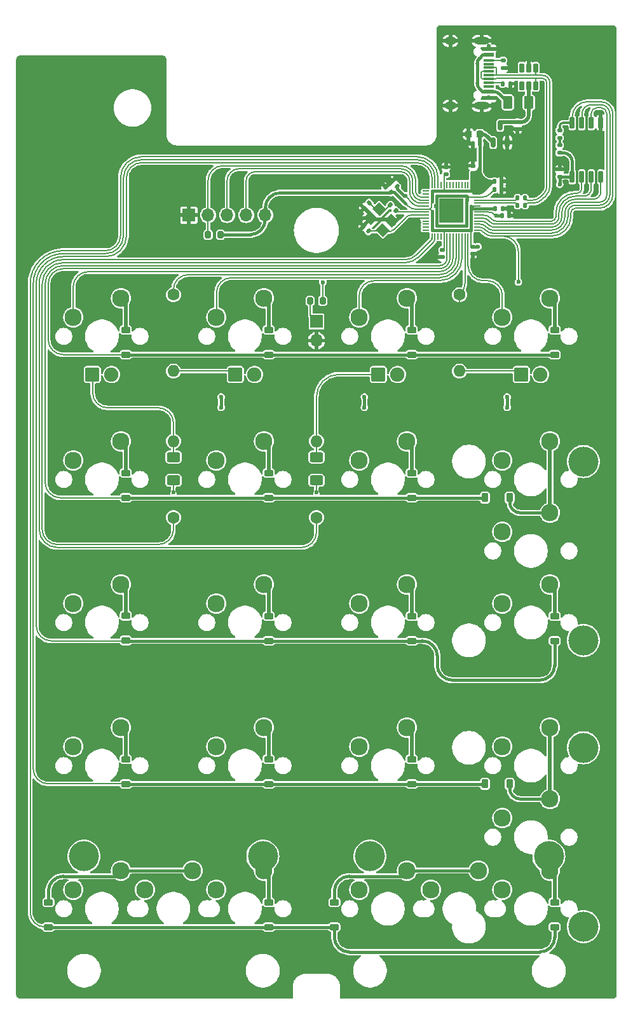
<source format=gbr>
%TF.GenerationSoftware,KiCad,Pcbnew,8.0.2*%
%TF.CreationDate,2024-11-08T17:23:40-08:00*%
%TF.ProjectId,gh80-5700,67683830-2d35-4373-9030-2e6b69636164,rev?*%
%TF.SameCoordinates,Original*%
%TF.FileFunction,Copper,L2,Bot*%
%TF.FilePolarity,Positive*%
%FSLAX46Y46*%
G04 Gerber Fmt 4.6, Leading zero omitted, Abs format (unit mm)*
G04 Created by KiCad (PCBNEW 8.0.2) date 2024-11-08 17:23:40*
%MOMM*%
%LPD*%
G01*
G04 APERTURE LIST*
G04 Aperture macros list*
%AMRoundRect*
0 Rectangle with rounded corners*
0 $1 Rounding radius*
0 $2 $3 $4 $5 $6 $7 $8 $9 X,Y pos of 4 corners*
0 Add a 4 corners polygon primitive as box body*
4,1,4,$2,$3,$4,$5,$6,$7,$8,$9,$2,$3,0*
0 Add four circle primitives for the rounded corners*
1,1,$1+$1,$2,$3*
1,1,$1+$1,$4,$5*
1,1,$1+$1,$6,$7*
1,1,$1+$1,$8,$9*
0 Add four rect primitives between the rounded corners*
20,1,$1+$1,$2,$3,$4,$5,0*
20,1,$1+$1,$4,$5,$6,$7,0*
20,1,$1+$1,$6,$7,$8,$9,0*
20,1,$1+$1,$8,$9,$2,$3,0*%
%AMRotRect*
0 Rectangle, with rotation*
0 The origin of the aperture is its center*
0 $1 length*
0 $2 width*
0 $3 Rotation angle, in degrees counterclockwise*
0 Add horizontal line*
21,1,$1,$2,0,0,$3*%
G04 Aperture macros list end*
%TA.AperFunction,ComponentPad*%
%ADD10C,2.300000*%
%TD*%
%TA.AperFunction,ComponentPad*%
%ADD11R,1.700000X1.700000*%
%TD*%
%TA.AperFunction,ComponentPad*%
%ADD12O,1.700000X1.700000*%
%TD*%
%TA.AperFunction,SMDPad,CuDef*%
%ADD13RoundRect,0.140000X0.219203X0.021213X0.021213X0.219203X-0.219203X-0.021213X-0.021213X-0.219203X0*%
%TD*%
%TA.AperFunction,ComponentPad*%
%ADD14RoundRect,0.285750X0.666750X0.666750X-0.666750X0.666750X-0.666750X-0.666750X0.666750X-0.666750X0*%
%TD*%
%TA.AperFunction,ComponentPad*%
%ADD15C,1.905000*%
%TD*%
%TA.AperFunction,SMDPad,CuDef*%
%ADD16RoundRect,0.225000X0.375000X-0.225000X0.375000X0.225000X-0.375000X0.225000X-0.375000X-0.225000X0*%
%TD*%
%TA.AperFunction,SMDPad,CuDef*%
%ADD17RoundRect,0.140000X0.170000X-0.140000X0.170000X0.140000X-0.170000X0.140000X-0.170000X-0.140000X0*%
%TD*%
%TA.AperFunction,SMDPad,CuDef*%
%ADD18RoundRect,0.140000X-0.170000X0.140000X-0.170000X-0.140000X0.170000X-0.140000X0.170000X0.140000X0*%
%TD*%
%TA.AperFunction,SMDPad,CuDef*%
%ADD19RoundRect,0.135000X-0.185000X0.135000X-0.185000X-0.135000X0.185000X-0.135000X0.185000X0.135000X0*%
%TD*%
%TA.AperFunction,SMDPad,CuDef*%
%ADD20RoundRect,0.140000X-0.140000X-0.170000X0.140000X-0.170000X0.140000X0.170000X-0.140000X0.170000X0*%
%TD*%
%TA.AperFunction,ComponentPad*%
%ADD21C,1.600000*%
%TD*%
%TA.AperFunction,ComponentPad*%
%ADD22O,1.600000X1.600000*%
%TD*%
%TA.AperFunction,SMDPad,CuDef*%
%ADD23RoundRect,0.200000X-0.200000X-0.275000X0.200000X-0.275000X0.200000X0.275000X-0.200000X0.275000X0*%
%TD*%
%TA.AperFunction,SMDPad,CuDef*%
%ADD24RoundRect,0.250000X-0.625000X0.400000X-0.625000X-0.400000X0.625000X-0.400000X0.625000X0.400000X0*%
%TD*%
%TA.AperFunction,SMDPad,CuDef*%
%ADD25RoundRect,0.250000X0.625000X-0.400000X0.625000X0.400000X-0.625000X0.400000X-0.625000X-0.400000X0*%
%TD*%
%TA.AperFunction,SMDPad,CuDef*%
%ADD26RoundRect,0.150000X-0.150000X0.650000X-0.150000X-0.650000X0.150000X-0.650000X0.150000X0.650000X0*%
%TD*%
%TA.AperFunction,SMDPad,CuDef*%
%ADD27RoundRect,0.050000X0.050000X-0.387500X0.050000X0.387500X-0.050000X0.387500X-0.050000X-0.387500X0*%
%TD*%
%TA.AperFunction,SMDPad,CuDef*%
%ADD28RoundRect,0.050000X0.387500X-0.050000X0.387500X0.050000X-0.387500X0.050000X-0.387500X-0.050000X0*%
%TD*%
%TA.AperFunction,HeatsinkPad*%
%ADD29R,3.200000X3.200000*%
%TD*%
%TA.AperFunction,SMDPad,CuDef*%
%ADD30RoundRect,0.135000X-0.135000X-0.185000X0.135000X-0.185000X0.135000X0.185000X-0.135000X0.185000X0*%
%TD*%
%TA.AperFunction,SMDPad,CuDef*%
%ADD31RoundRect,0.150000X-0.150000X0.475000X-0.150000X-0.475000X0.150000X-0.475000X0.150000X0.475000X0*%
%TD*%
%TA.AperFunction,ComponentPad*%
%ADD32C,4.000000*%
%TD*%
%TA.AperFunction,SMDPad,CuDef*%
%ADD33RotRect,1.400000X1.200000X315.000000*%
%TD*%
%TA.AperFunction,SMDPad,CuDef*%
%ADD34RoundRect,0.225000X-0.225000X-0.375000X0.225000X-0.375000X0.225000X0.375000X-0.225000X0.375000X0*%
%TD*%
%TA.AperFunction,SMDPad,CuDef*%
%ADD35RoundRect,0.140000X-0.219203X-0.021213X-0.021213X-0.219203X0.219203X0.021213X0.021213X0.219203X0*%
%TD*%
%TA.AperFunction,SMDPad,CuDef*%
%ADD36RoundRect,0.225000X0.225000X0.250000X-0.225000X0.250000X-0.225000X-0.250000X0.225000X-0.250000X0*%
%TD*%
%TA.AperFunction,SMDPad,CuDef*%
%ADD37RoundRect,0.135000X-0.226274X-0.035355X-0.035355X-0.226274X0.226274X0.035355X0.035355X0.226274X0*%
%TD*%
%TA.AperFunction,SMDPad,CuDef*%
%ADD38RoundRect,0.135000X0.135000X0.185000X-0.135000X0.185000X-0.135000X-0.185000X0.135000X-0.185000X0*%
%TD*%
%TA.AperFunction,SMDPad,CuDef*%
%ADD39RoundRect,0.250000X-0.375000X-0.625000X0.375000X-0.625000X0.375000X0.625000X-0.375000X0.625000X0*%
%TD*%
%TA.AperFunction,SMDPad,CuDef*%
%ADD40RoundRect,0.150000X0.150000X-0.512500X0.150000X0.512500X-0.150000X0.512500X-0.150000X-0.512500X0*%
%TD*%
%TA.AperFunction,SMDPad,CuDef*%
%ADD41RoundRect,0.140000X0.021213X-0.219203X0.219203X-0.021213X-0.021213X0.219203X-0.219203X0.021213X0*%
%TD*%
%TA.AperFunction,SMDPad,CuDef*%
%ADD42RoundRect,0.140000X0.140000X0.170000X-0.140000X0.170000X-0.140000X-0.170000X0.140000X-0.170000X0*%
%TD*%
%TA.AperFunction,SMDPad,CuDef*%
%ADD43R,1.450000X0.600000*%
%TD*%
%TA.AperFunction,SMDPad,CuDef*%
%ADD44R,1.450000X0.300000*%
%TD*%
%TA.AperFunction,ComponentPad*%
%ADD45O,1.600000X1.000000*%
%TD*%
%TA.AperFunction,ComponentPad*%
%ADD46O,2.100000X1.000000*%
%TD*%
%TA.AperFunction,ViaPad*%
%ADD47C,0.600000*%
%TD*%
%TA.AperFunction,ViaPad*%
%ADD48C,0.800000*%
%TD*%
%TA.AperFunction,Conductor*%
%ADD49C,0.500000*%
%TD*%
%TA.AperFunction,Conductor*%
%ADD50C,0.200000*%
%TD*%
%TA.AperFunction,Conductor*%
%ADD51C,0.400000*%
%TD*%
%TA.AperFunction,Conductor*%
%ADD52C,0.300000*%
%TD*%
G04 APERTURE END LIST*
D10*
%TO.P,MX4,1,1*%
%TO.N,COL0*%
X55721250Y-114141250D03*
%TO.P,MX4,2,2*%
%TO.N,Net-(D8-A)*%
X62071250Y-111601250D03*
%TD*%
%TO.P,MX10,1,1*%
%TO.N,COL1*%
X74771250Y-114141250D03*
%TO.P,MX10,2,2*%
%TO.N,Net-(D13-A)*%
X81121250Y-111601250D03*
%TD*%
%TO.P,MX9,1,1*%
%TO.N,COL1*%
X74771250Y-95091250D03*
%TO.P,MX9,2,2*%
%TO.N,Net-(D12-A)*%
X81121250Y-92551250D03*
%TD*%
%TO.P,MX3,1,1*%
%TO.N,COL0*%
X55721250Y-95091250D03*
%TO.P,MX3,2,2*%
%TO.N,Net-(D7-A)*%
X62071250Y-92551250D03*
%TD*%
%TO.P,MX8,1,1*%
%TO.N,COL1*%
X74771250Y-76041250D03*
%TO.P,MX8,2,2*%
%TO.N,Net-(D11-A)*%
X81121250Y-73501250D03*
%TD*%
%TO.P,MX23,1,1*%
%TO.N,COL3*%
X112871250Y-85566250D03*
%TO.P,MX23,2,2*%
%TO.N,Net-(D21-A)*%
X119221250Y-83026250D03*
%TD*%
%TO.P,MX1,1,1*%
%TO.N,COL0*%
X55721250Y-56991250D03*
%TO.P,MX1,2,2*%
%TO.N,Net-(D5-A)*%
X62071250Y-54451250D03*
%TD*%
%TO.P,MX20,1,1*%
%TO.N,COL3*%
X112871250Y-95091250D03*
%TO.P,MX20,2,2*%
%TO.N,Net-(D22-A)*%
X119221250Y-92551250D03*
%TD*%
%TO.P,MX24,1,1*%
%TO.N,COL3*%
X112871250Y-123666250D03*
%TO.P,MX24,2,2*%
%TO.N,Net-(D23-A)*%
X119221250Y-121126250D03*
%TD*%
%TO.P,MX18,1,1*%
%TO.N,COL3*%
X112871250Y-56991250D03*
%TO.P,MX18,2,2*%
%TO.N,Net-(D20-A)*%
X119221250Y-54451250D03*
%TD*%
%TO.P,MX11,1,1*%
%TO.N,COL1*%
X74771250Y-133191250D03*
%TO.P,MX11,2,2*%
%TO.N,Net-(D14-A)*%
X81121250Y-130651250D03*
%TD*%
%TO.P,MX12,1,1*%
%TO.N,COL2*%
X93821250Y-56991250D03*
%TO.P,MX12,2,2*%
%TO.N,Net-(D15-A)*%
X100171250Y-54451250D03*
%TD*%
%TO.P,MX21,1,1*%
%TO.N,COL3*%
X112871250Y-114141250D03*
%TO.P,MX21,2,2*%
%TO.N,Net-(D23-A)*%
X119221250Y-111601250D03*
%TD*%
%TO.P,MX14,1,1*%
%TO.N,COL2*%
X93821250Y-95091250D03*
%TO.P,MX14,2,2*%
%TO.N,Net-(D17-A)*%
X100171250Y-92551250D03*
%TD*%
%TO.P,MX16,1,1*%
%TO.N,COL2*%
X93821250Y-133191250D03*
%TO.P,MX16,2,2*%
%TO.N,Net-(D19-A)*%
X100171250Y-130651250D03*
%TD*%
%TO.P,MX17,1,1*%
%TO.N,COL2*%
X103346250Y-133191250D03*
%TO.P,MX17,2,2*%
%TO.N,Net-(D19-A)*%
X109696250Y-130651250D03*
%TD*%
%TO.P,MX5,1,1*%
%TO.N,COL0*%
X55721250Y-133191250D03*
%TO.P,MX5,2,2*%
%TO.N,Net-(D9-A)*%
X62071250Y-130651250D03*
%TD*%
%TO.P,MX2,1,1*%
%TO.N,COL0*%
X55721250Y-76041250D03*
%TO.P,MX2,2,2*%
%TO.N,Net-(D6-A)*%
X62071250Y-73501250D03*
%TD*%
%TO.P,MX15,1,1*%
%TO.N,COL2*%
X93821250Y-114141250D03*
%TO.P,MX15,2,2*%
%TO.N,Net-(D18-A)*%
X100171250Y-111601250D03*
%TD*%
%TO.P,MX22,1,1*%
%TO.N,COL3*%
X112871250Y-133191250D03*
%TO.P,MX22,2,2*%
%TO.N,Net-(D24-A)*%
X119221250Y-130651250D03*
%TD*%
%TO.P,MX13,1,1*%
%TO.N,COL2*%
X93821250Y-76041250D03*
%TO.P,MX13,2,2*%
%TO.N,Net-(D16-A)*%
X100171250Y-73501250D03*
%TD*%
%TO.P,MX6,1,1*%
%TO.N,COL0*%
X65246250Y-133191250D03*
%TO.P,MX6,2,2*%
%TO.N,Net-(D9-A)*%
X71596250Y-130651250D03*
%TD*%
%TO.P,MX19,1,1*%
%TO.N,COL3*%
X112871250Y-76041250D03*
%TO.P,MX19,2,2*%
%TO.N,Net-(D21-A)*%
X119221250Y-73501250D03*
%TD*%
%TO.P,MX7,1,1*%
%TO.N,COL1*%
X74771250Y-56991250D03*
%TO.P,MX7,2,2*%
%TO.N,Net-(D10-A)*%
X81121250Y-54451250D03*
%TD*%
D11*
%TO.P,BOOT1,1,Pin_1*%
%TO.N,Net-(BOOT1-Pin_1)*%
X88106250Y-57562500D03*
D12*
%TO.P,BOOT1,2,Pin_2*%
%TO.N,GND*%
X88106250Y-60102500D03*
%TD*%
D13*
%TO.P,C11,1*%
%TO.N,+3V3*%
X98050000Y-40339411D03*
%TO.P,C11,2*%
%TO.N,GND*%
X97371178Y-39660589D03*
%TD*%
D14*
%TO.P,D3,1,K*%
%TO.N,Net-(D3-K)*%
X96361250Y-64611750D03*
D15*
%TO.P,D3,2,A*%
%TO.N,+3V3*%
X98901250Y-64611750D03*
%TD*%
D16*
%TO.P,D10,1,K*%
%TO.N,ROW0*%
X81756250Y-61975000D03*
%TO.P,D10,2,A*%
%TO.N,Net-(D10-A)*%
X81756250Y-58675000D03*
%TD*%
D17*
%TO.P,C9,1*%
%TO.N,+3V3*%
X108950000Y-37780000D03*
%TO.P,C9,2*%
%TO.N,GND*%
X108950000Y-36820000D03*
%TD*%
D18*
%TO.P,C6,1*%
%TO.N,+5V*%
X114900000Y-31020000D03*
%TO.P,C6,2*%
%TO.N,GND*%
X114900000Y-31980000D03*
%TD*%
D19*
%TO.P,R15,1*%
%TO.N,Net-(J1-CC2)*%
X113000000Y-22790000D03*
%TO.P,R15,2*%
%TO.N,GND*%
X113000000Y-23810000D03*
%TD*%
D20*
%TO.P,C5,1*%
%TO.N,+3V3*%
X111820000Y-38900000D03*
%TO.P,C5,2*%
%TO.N,GND*%
X112780000Y-38900000D03*
%TD*%
D21*
%TO.P,R6,1*%
%TO.N,LED_DIV*%
X69056250Y-54000000D03*
D22*
%TO.P,R6,2*%
%TO.N,Net-(D2-K)*%
X69056250Y-64160000D03*
%TD*%
D23*
%TO.P,R12,1*%
%TO.N,Net-(BOOT1-Pin_1)*%
X87275000Y-54800000D03*
%TO.P,R12,2*%
%TO.N,Q_CS*%
X88925000Y-54800000D03*
%TD*%
D24*
%TO.P,R9,1*%
%TO.N,Net-(D3-K)*%
X88106250Y-75600000D03*
%TO.P,R9,2*%
%TO.N,LED_MULT*%
X88106250Y-78700000D03*
%TD*%
D16*
%TO.P,D17,1,K*%
%TO.N,ROW2*%
X100806250Y-100075000D03*
%TO.P,D17,2,A*%
%TO.N,Net-(D17-A)*%
X100806250Y-96775000D03*
%TD*%
D25*
%TO.P,R11,1*%
%TO.N,Net-(D4-K)*%
X107156250Y-59650000D03*
%TO.P,R11,2*%
%TO.N,LED_MINUS*%
X107156250Y-56550000D03*
%TD*%
D16*
%TO.P,D14,1,K*%
%TO.N,ROW4*%
X81756250Y-138175000D03*
%TO.P,D14,2,A*%
%TO.N,Net-(D14-A)*%
X81756250Y-134875000D03*
%TD*%
D26*
%TO.P,U2,1,~{CS}*%
%TO.N,Q_CS*%
X122185000Y-31100000D03*
%TO.P,U2,2,DO(IO1)*%
%TO.N,Q_IO1*%
X123455000Y-31100000D03*
%TO.P,U2,3,IO2*%
%TO.N,Q_IO2*%
X124725000Y-31100000D03*
%TO.P,U2,4,GND*%
%TO.N,GND*%
X125995000Y-31100000D03*
%TO.P,U2,5,DI(IO0)*%
%TO.N,Q_IO0*%
X125995000Y-38300000D03*
%TO.P,U2,6,CLK*%
%TO.N,Q_CLK*%
X124725000Y-38300000D03*
%TO.P,U2,7,IO3*%
%TO.N,Q_IO3*%
X123455000Y-38300000D03*
%TO.P,U2,8,VCC*%
%TO.N,+3V3*%
X122185000Y-38300000D03*
%TD*%
D16*
%TO.P,D7,1,K*%
%TO.N,ROW2*%
X62706250Y-100012500D03*
%TO.P,D7,2,A*%
%TO.N,Net-(D7-A)*%
X62706250Y-96712500D03*
%TD*%
D11*
%TO.P,J2,1,Pin_1*%
%TO.N,GND*%
X71120000Y-43400000D03*
D12*
%TO.P,J2,2,Pin_2*%
%TO.N,RESET*%
X73660000Y-43400000D03*
%TO.P,J2,3,Pin_3*%
%TO.N,SWD*%
X76200000Y-43400000D03*
%TO.P,J2,4,Pin_4*%
%TO.N,SWC*%
X78740000Y-43400000D03*
%TO.P,J2,5,Pin_5*%
%TO.N,+3V3*%
X81280000Y-43400000D03*
%TD*%
D16*
%TO.P,D9,1,K*%
%TO.N,ROW4*%
X52387500Y-138175000D03*
%TO.P,D9,2,A*%
%TO.N,Net-(D9-A)*%
X52387500Y-134875000D03*
%TD*%
%TO.P,D18,1,K*%
%TO.N,ROW3*%
X100806250Y-119125000D03*
%TO.P,D18,2,A*%
%TO.N,Net-(D18-A)*%
X100806250Y-115825000D03*
%TD*%
%TO.P,D15,1,K*%
%TO.N,ROW0*%
X100806250Y-61975000D03*
%TO.P,D15,2,A*%
%TO.N,Net-(D15-A)*%
X100806250Y-58675000D03*
%TD*%
D27*
%TO.P,U1,1,IOVDD*%
%TO.N,+3V3*%
X108700000Y-46237500D03*
%TO.P,U1,2,GPIO0*%
%TO.N,COL3*%
X108300000Y-46237500D03*
%TO.P,U1,3,GPIO1*%
%TO.N,LED_MINUS*%
X107900000Y-46237500D03*
%TO.P,U1,4,GPIO2*%
%TO.N,COL2*%
X107500000Y-46237500D03*
%TO.P,U1,5,GPIO3*%
%TO.N,COL1*%
X107100000Y-46237500D03*
%TO.P,U1,6,GPIO4*%
%TO.N,LED_DIV*%
X106700000Y-46237500D03*
%TO.P,U1,7,GPIO5*%
%TO.N,COL0*%
X106300000Y-46237500D03*
%TO.P,U1,8,GPIO6*%
%TO.N,ROW0*%
X105900000Y-46237500D03*
%TO.P,U1,9,GPIO7*%
%TO.N,ROW1*%
X105500000Y-46237500D03*
%TO.P,U1,10,IOVDD*%
%TO.N,+3V3*%
X105100000Y-46237500D03*
%TO.P,U1,11,GPIO8*%
%TO.N,unconnected-(U1-GPIO8-Pad11)*%
X104700000Y-46237500D03*
%TO.P,U1,12,GPIO9*%
%TO.N,unconnected-(U1-GPIO9-Pad12)*%
X104300000Y-46237500D03*
%TO.P,U1,13,GPIO10*%
%TO.N,LED_NLK*%
X103900000Y-46237500D03*
%TO.P,U1,14,GPIO11*%
%TO.N,LED_MULT*%
X103500000Y-46237500D03*
D28*
%TO.P,U1,15,GPIO12*%
%TO.N,unconnected-(U1-GPIO12-Pad15)*%
X102662500Y-45400000D03*
%TO.P,U1,16,GPIO13*%
%TO.N,unconnected-(U1-GPIO13-Pad16)*%
X102662500Y-45000000D03*
%TO.P,U1,17,GPIO14*%
%TO.N,unconnected-(U1-GPIO14-Pad17)*%
X102662500Y-44600000D03*
%TO.P,U1,18,GPIO15*%
%TO.N,unconnected-(U1-GPIO15-Pad18)*%
X102662500Y-44200000D03*
%TO.P,U1,19,TESTEN*%
%TO.N,GND*%
X102662500Y-43800000D03*
%TO.P,U1,20,XIN*%
%TO.N,XIN*%
X102662500Y-43400000D03*
%TO.P,U1,21,XOUT*%
%TO.N,XOUT*%
X102662500Y-43000000D03*
%TO.P,U1,22,IOVDD*%
%TO.N,+3V3*%
X102662500Y-42600000D03*
%TO.P,U1,23,DVDD*%
%TO.N,+1V1*%
X102662500Y-42200000D03*
%TO.P,U1,24,SWCLK*%
%TO.N,SWC*%
X102662500Y-41800000D03*
%TO.P,U1,25,SWD*%
%TO.N,SWD*%
X102662500Y-41400000D03*
%TO.P,U1,26,RUN*%
%TO.N,RESET*%
X102662500Y-41000000D03*
%TO.P,U1,27,GPIO16*%
%TO.N,unconnected-(U1-GPIO16-Pad27)*%
X102662500Y-40600000D03*
%TO.P,U1,28,GPIO17*%
%TO.N,unconnected-(U1-GPIO17-Pad28)*%
X102662500Y-40200000D03*
D27*
%TO.P,U1,29,GPIO18*%
%TO.N,ROW2*%
X103500000Y-39362500D03*
%TO.P,U1,30,GPIO19*%
%TO.N,ROW3*%
X103900000Y-39362500D03*
%TO.P,U1,31,GPIO20*%
%TO.N,ROW4*%
X104300000Y-39362500D03*
%TO.P,U1,32,GPIO21*%
%TO.N,unconnected-(U1-GPIO21-Pad32)*%
X104700000Y-39362500D03*
%TO.P,U1,33,IOVDD*%
%TO.N,+3V3*%
X105100000Y-39362500D03*
%TO.P,U1,34,GPIO22*%
%TO.N,unconnected-(U1-GPIO22-Pad34)*%
X105500000Y-39362500D03*
%TO.P,U1,35,GPIO23*%
%TO.N,unconnected-(U1-GPIO23-Pad35)*%
X105900000Y-39362500D03*
%TO.P,U1,36,GPIO24*%
%TO.N,unconnected-(U1-GPIO24-Pad36)*%
X106300000Y-39362500D03*
%TO.P,U1,37,GPIO25*%
%TO.N,unconnected-(U1-GPIO25-Pad37)*%
X106700000Y-39362500D03*
%TO.P,U1,38,GPIO26_ADC0*%
%TO.N,unconnected-(U1-GPIO26_ADC0-Pad38)*%
X107100000Y-39362500D03*
%TO.P,U1,39,GPIO27_ADC1*%
%TO.N,unconnected-(U1-GPIO27_ADC1-Pad39)*%
X107500000Y-39362500D03*
%TO.P,U1,40,GPIO28_ADC2*%
%TO.N,unconnected-(U1-GPIO28_ADC2-Pad40)*%
X107900000Y-39362500D03*
%TO.P,U1,41,GPIO29_ADC3*%
%TO.N,unconnected-(U1-GPIO29_ADC3-Pad41)*%
X108300000Y-39362500D03*
%TO.P,U1,42,IOVDD*%
%TO.N,+3V3*%
X108700000Y-39362500D03*
D28*
%TO.P,U1,43,ADC_AVDD*%
X109537500Y-40200000D03*
%TO.P,U1,44,VREG_IN*%
X109537500Y-40600000D03*
%TO.P,U1,45,VREG_VOUT*%
%TO.N,+1V1*%
X109537500Y-41000000D03*
%TO.P,U1,46,USB_DM*%
%TO.N,Net-(U1-USB_DM)*%
X109537500Y-41400000D03*
%TO.P,U1,47,USB_DP*%
%TO.N,Net-(U1-USB_DP)*%
X109537500Y-41800000D03*
%TO.P,U1,48,USB_VDD*%
%TO.N,+3V3*%
X109537500Y-42200000D03*
%TO.P,U1,49,IOVDD*%
X109537500Y-42600000D03*
%TO.P,U1,50,DVDD*%
%TO.N,+1V1*%
X109537500Y-43000000D03*
%TO.P,U1,51,QSPI_SD3*%
%TO.N,Q_IO3*%
X109537500Y-43400000D03*
%TO.P,U1,52,QSPI_SCLK*%
%TO.N,Q_CLK*%
X109537500Y-43800000D03*
%TO.P,U1,53,QSPI_SD0*%
%TO.N,Q_IO0*%
X109537500Y-44200000D03*
%TO.P,U1,54,QSPI_SD2*%
%TO.N,Q_IO2*%
X109537500Y-44600000D03*
%TO.P,U1,55,QSPI_SD1*%
%TO.N,Q_IO1*%
X109537500Y-45000000D03*
%TO.P,U1,56,QSPI_SS*%
%TO.N,Q_CS*%
X109537500Y-45400000D03*
D29*
%TO.P,U1,57,GND*%
%TO.N,GND*%
X106100000Y-42800000D03*
%TD*%
D30*
%TO.P,R3,1*%
%TO.N,Net-(U1-USB_DM)*%
X114890000Y-41100000D03*
%TO.P,R3,2*%
%TO.N,D-*%
X115910000Y-41100000D03*
%TD*%
D14*
%TO.P,D2,1,K*%
%TO.N,Net-(D2-K)*%
X77311250Y-64611750D03*
D15*
%TO.P,D2,2,A*%
%TO.N,+3V3*%
X79851250Y-64611750D03*
%TD*%
D16*
%TO.P,D20,1,K*%
%TO.N,ROW0*%
X119856250Y-61975000D03*
%TO.P,D20,2,A*%
%TO.N,Net-(D20-A)*%
X119856250Y-58675000D03*
%TD*%
%TO.P,D22,1,K*%
%TO.N,ROW2*%
X119856250Y-100075000D03*
%TO.P,D22,2,A*%
%TO.N,Net-(D22-A)*%
X119856250Y-96775000D03*
%TD*%
D20*
%TO.P,C2,1*%
%TO.N,+1V1*%
X112820000Y-43500000D03*
%TO.P,C2,2*%
%TO.N,GND*%
X113780000Y-43500000D03*
%TD*%
D31*
%TO.P,U4,1,IO1*%
%TO.N,unconnected-(U4-IO1-Pad1)*%
X115423108Y-23809206D03*
%TO.P,U4,2,VN*%
%TO.N,GND*%
X116373108Y-23809206D03*
%TO.P,U4,3,IO2*%
%TO.N,D+*%
X117323108Y-23809206D03*
%TO.P,U4,4,IO3*%
%TO.N,D-*%
X117323108Y-26159206D03*
%TO.P,U4,5,VP*%
%TO.N,+5V*%
X116373108Y-26159206D03*
%TO.P,U4,6,IO4*%
%TO.N,unconnected-(U4-IO4-Pad6)*%
X115423108Y-26159206D03*
%TD*%
D32*
%TO.P,S2,*%
%TO.N,*%
X119062500Y-128746250D03*
X95250000Y-128746250D03*
%TD*%
D33*
%TO.P,Y1,1,1*%
%TO.N,Net-(C15-Pad2)*%
X96523223Y-42621142D03*
%TO.P,Y1,2,2*%
%TO.N,GND*%
X98078858Y-44176777D03*
%TO.P,Y1,3,3*%
%TO.N,XIN*%
X96876777Y-45378858D03*
%TO.P,Y1,4,4*%
%TO.N,GND*%
X95321142Y-43823223D03*
%TD*%
D34*
%TO.P,D21,1,K*%
%TO.N,ROW1*%
X110550000Y-81000000D03*
%TO.P,D21,2,A*%
%TO.N,Net-(D21-A)*%
X113850000Y-81000000D03*
%TD*%
D21*
%TO.P,R10,1*%
%TO.N,LED_MINUS*%
X107156250Y-54000000D03*
D22*
%TO.P,R10,2*%
%TO.N,Net-(D4-K)*%
X107156250Y-64160000D03*
%TD*%
D17*
%TO.P,C7,1*%
%TO.N,+3V3*%
X105350000Y-37950000D03*
%TO.P,C7,2*%
%TO.N,GND*%
X105350000Y-36990000D03*
%TD*%
D24*
%TO.P,R5,1*%
%TO.N,Net-(D1-K)*%
X69056250Y-75600000D03*
%TO.P,R5,2*%
%TO.N,LED_NLK*%
X69056250Y-78700000D03*
%TD*%
D16*
%TO.P,D12,1,K*%
%TO.N,ROW2*%
X81756250Y-100075000D03*
%TO.P,D12,2,A*%
%TO.N,Net-(D12-A)*%
X81756250Y-96775000D03*
%TD*%
D32*
%TO.P,S4,*%
%TO.N,*%
X123666250Y-100012500D03*
X123666250Y-76200000D03*
%TD*%
D35*
%TO.P,C14,1*%
%TO.N,GND*%
X94360589Y-44860589D03*
%TO.P,C14,2*%
%TO.N,XIN*%
X95039411Y-45539411D03*
%TD*%
D36*
%TO.P,C4,1*%
%TO.N,+3V3*%
X109875000Y-32600000D03*
%TO.P,C4,2*%
%TO.N,GND*%
X108325000Y-32600000D03*
%TD*%
D21*
%TO.P,R4,1*%
%TO.N,LED_NLK*%
X69056250Y-83661250D03*
D22*
%TO.P,R4,2*%
%TO.N,Net-(D1-K)*%
X69056250Y-73501250D03*
%TD*%
D16*
%TO.P,D6,1,K*%
%TO.N,ROW1*%
X62706250Y-81025000D03*
%TO.P,D6,2,A*%
%TO.N,Net-(D6-A)*%
X62706250Y-77725000D03*
%TD*%
D13*
%TO.P,C3,1*%
%TO.N,+1V1*%
X98839411Y-39539411D03*
%TO.P,C3,2*%
%TO.N,GND*%
X98160589Y-38860589D03*
%TD*%
D37*
%TO.P,R17,1*%
%TO.N,Net-(C15-Pad2)*%
X97939376Y-42039376D03*
%TO.P,R17,2*%
%TO.N,XOUT*%
X98660624Y-42760624D03*
%TD*%
D25*
%TO.P,R7,1*%
%TO.N,Net-(D2-K)*%
X69056250Y-59650000D03*
%TO.P,R7,2*%
%TO.N,LED_DIV*%
X69056250Y-56550000D03*
%TD*%
D34*
%TO.P,D23,1,K*%
%TO.N,ROW3*%
X110550000Y-119100000D03*
%TO.P,D23,2,A*%
%TO.N,Net-(D23-A)*%
X113850000Y-119100000D03*
%TD*%
D19*
%TO.P,R13,1*%
%TO.N,N/C*%
X120500000Y-34090000D03*
%TO.P,R13,2*%
%TO.N,+3V3*%
X120500000Y-35110000D03*
%TD*%
D17*
%TO.P,C8,1*%
%TO.N,+3V3*%
X120500000Y-38280000D03*
%TO.P,C8,2*%
%TO.N,GND*%
X120500000Y-37320000D03*
%TD*%
D19*
%TO.P,R14,1*%
%TO.N,Q_CS*%
X120500000Y-32090000D03*
%TO.P,R14,2*%
%TO.N,Net-(R13-Pad1)*%
X120500000Y-33110000D03*
%TD*%
D30*
%TO.P,R16,1*%
%TO.N,Net-(J1-CC1)*%
X112890000Y-25900000D03*
%TO.P,R16,2*%
%TO.N,GND*%
X113910000Y-25900000D03*
%TD*%
D16*
%TO.P,D5,1,K*%
%TO.N,ROW0*%
X62706250Y-61975000D03*
%TO.P,D5,2,A*%
%TO.N,Net-(D5-A)*%
X62706250Y-58675000D03*
%TD*%
D18*
%TO.P,C13,1*%
%TO.N,+3V3*%
X104880000Y-48020000D03*
%TO.P,C13,2*%
%TO.N,GND*%
X104880000Y-48980000D03*
%TD*%
D21*
%TO.P,R8,1*%
%TO.N,LED_MULT*%
X88106250Y-83661250D03*
D22*
%TO.P,R8,2*%
%TO.N,Net-(D3-K)*%
X88106250Y-73501250D03*
%TD*%
D18*
%TO.P,C16,1*%
%TO.N,+3V3*%
X108910000Y-47620000D03*
%TO.P,C16,2*%
%TO.N,GND*%
X108910000Y-48580000D03*
%TD*%
D16*
%TO.P,D8,1,K*%
%TO.N,ROW3*%
X62706250Y-119125000D03*
%TO.P,D8,2,A*%
%TO.N,Net-(D8-A)*%
X62706250Y-115825000D03*
%TD*%
D20*
%TO.P,C1,1*%
%TO.N,+1V1*%
X111820000Y-40000000D03*
%TO.P,C1,2*%
%TO.N,GND*%
X112780000Y-40000000D03*
%TD*%
D16*
%TO.P,D11,1,K*%
%TO.N,ROW1*%
X81756250Y-81025000D03*
%TO.P,D11,2,A*%
%TO.N,Net-(D11-A)*%
X81756250Y-77725000D03*
%TD*%
D32*
%TO.P,S3,*%
%TO.N,*%
X123666250Y-138112500D03*
X123666250Y-114300000D03*
%TD*%
D23*
%TO.P,R1,1*%
%TO.N,RESET*%
X73675000Y-46000000D03*
%TO.P,R1,2*%
%TO.N,+3V3*%
X75325000Y-46000000D03*
%TD*%
D14*
%TO.P,D1,1,K*%
%TO.N,Net-(D1-K)*%
X58261250Y-64611750D03*
D15*
%TO.P,D1,2,A*%
%TO.N,+3V3*%
X60801250Y-64611750D03*
%TD*%
D14*
%TO.P,D4,1,K*%
%TO.N,Net-(D4-K)*%
X115411250Y-64611750D03*
D15*
%TO.P,D4,2,A*%
%TO.N,+3V3*%
X117951250Y-64611750D03*
%TD*%
D20*
%TO.P,C12,1*%
%TO.N,+3V3*%
X111920000Y-42500000D03*
%TO.P,C12,2*%
%TO.N,GND*%
X112880000Y-42500000D03*
%TD*%
D38*
%TO.P,R2,1*%
%TO.N,D+*%
X115910000Y-42100000D03*
%TO.P,R2,2*%
%TO.N,Net-(U1-USB_DP)*%
X114890000Y-42100000D03*
%TD*%
D39*
%TO.P,F1,1*%
%TO.N,VBUS*%
X113600000Y-28400000D03*
%TO.P,F1,2*%
%TO.N,+5V*%
X116400000Y-28400000D03*
%TD*%
D40*
%TO.P,U3,1,GND*%
%TO.N,GND*%
X113550000Y-33737500D03*
%TO.P,U3,2,VO*%
%TO.N,+3V3*%
X111650000Y-33737500D03*
%TO.P,U3,3,VI*%
%TO.N,+5V*%
X112600000Y-31462500D03*
%TD*%
D16*
%TO.P,D13,1,K*%
%TO.N,ROW3*%
X81756250Y-119125000D03*
%TO.P,D13,2,A*%
%TO.N,Net-(D13-A)*%
X81756250Y-115825000D03*
%TD*%
%TO.P,D24,1,K*%
%TO.N,ROW4*%
X119856250Y-138175000D03*
%TO.P,D24,2,A*%
%TO.N,Net-(D24-A)*%
X119856250Y-134875000D03*
%TD*%
%TO.P,D19,1,K*%
%TO.N,ROW4*%
X90487500Y-138175000D03*
%TO.P,D19,2,A*%
%TO.N,Net-(D19-A)*%
X90487500Y-134875000D03*
%TD*%
D32*
%TO.P,S1,*%
%TO.N,*%
X80962500Y-128746250D03*
X57150000Y-128746250D03*
%TD*%
D41*
%TO.P,C15,1*%
%TO.N,GND*%
X94460589Y-42439411D03*
%TO.P,C15,2*%
%TO.N,Net-(C15-Pad2)*%
X95139411Y-41760589D03*
%TD*%
D16*
%TO.P,D16,1,K*%
%TO.N,ROW1*%
X100806250Y-81025000D03*
%TO.P,D16,2,A*%
%TO.N,Net-(D16-A)*%
X100806250Y-77725000D03*
%TD*%
D42*
%TO.P,C10,1*%
%TO.N,+3V3*%
X109880000Y-33900000D03*
%TO.P,C10,2*%
%TO.N,GND*%
X108920000Y-33900000D03*
%TD*%
D43*
%TO.P,J1,A1,GND*%
%TO.N,GND*%
X111035000Y-27781200D03*
%TO.P,J1,A4,VBUS*%
%TO.N,VBUS*%
X111035000Y-26981200D03*
D44*
%TO.P,J1,A5,CC1*%
%TO.N,Net-(J1-CC1)*%
X111035000Y-25781200D03*
%TO.P,J1,A6,D+*%
%TO.N,D+*%
X111035000Y-24781200D03*
%TO.P,J1,A7,D-*%
%TO.N,D-*%
X111035000Y-24281200D03*
%TO.P,J1,A8,SBU1*%
%TO.N,unconnected-(J1-SBU1-PadA8)*%
X111035000Y-23281200D03*
D43*
%TO.P,J1,A9,VBUS*%
%TO.N,VBUS*%
X111035000Y-22081200D03*
%TO.P,J1,A12,GND*%
%TO.N,GND*%
X111035000Y-21281200D03*
%TO.P,J1,B1,GND*%
X111035000Y-21281200D03*
%TO.P,J1,B4,VBUS*%
%TO.N,VBUS*%
X111035000Y-22081200D03*
D44*
%TO.P,J1,B5,CC2*%
%TO.N,Net-(J1-CC2)*%
X111035000Y-22781200D03*
%TO.P,J1,B6,D+*%
%TO.N,D+*%
X111035000Y-23781200D03*
%TO.P,J1,B7,D-*%
%TO.N,D-*%
X111035000Y-25281200D03*
%TO.P,J1,B8,SBU2*%
%TO.N,unconnected-(J1-SBU2-PadB8)*%
X111035000Y-26281200D03*
D43*
%TO.P,J1,B9,VBUS*%
%TO.N,VBUS*%
X111035000Y-26981200D03*
%TO.P,J1,B12,GND*%
%TO.N,GND*%
X111035000Y-27781200D03*
D45*
%TO.P,J1,S1,SHIELD*%
X105940000Y-28851200D03*
D46*
X110120000Y-28851200D03*
D45*
X105940000Y-20211200D03*
D46*
X110120000Y-20211200D03*
%TD*%
D47*
%TO.N,GND*%
X99261472Y-43600000D03*
X121250000Y-40100000D03*
X117800000Y-81400000D03*
X101600000Y-44000000D03*
X118500000Y-23750000D03*
X117300000Y-35550000D03*
X109000000Y-36100000D03*
X103900000Y-49000000D03*
X105150000Y-42750000D03*
D48*
X114000000Y-23800000D03*
D47*
X113900000Y-26600000D03*
X97150000Y-38600000D03*
X105150000Y-41750000D03*
X107200000Y-32600000D03*
X119800000Y-41500000D03*
X74900000Y-38550000D03*
X97200000Y-41300000D03*
X93740000Y-43800000D03*
X117900000Y-28350000D03*
X113800000Y-42600000D03*
X114900000Y-33700000D03*
X106150000Y-43750000D03*
X77400000Y-44900000D03*
X80100000Y-38550000D03*
X71100000Y-42000000D03*
X106150000Y-41750000D03*
X105150000Y-43750000D03*
X105350000Y-36270000D03*
X72800000Y-37500000D03*
X102000000Y-37600000D03*
X116400000Y-22600000D03*
X116900000Y-43200000D03*
X107150000Y-42750000D03*
X106150000Y-42750000D03*
X120500000Y-36300000D03*
X121106774Y-46357204D03*
X125990000Y-32800000D03*
X107150000Y-41750000D03*
X117800000Y-119500000D03*
X117350000Y-40100000D03*
X115373020Y-46830343D03*
X120200000Y-30150000D03*
X109700000Y-48600000D03*
X77500000Y-38550000D03*
X118530057Y-46821612D03*
X107150000Y-43750000D03*
%TO.N,+1V1*%
X99925270Y-40824730D03*
X108200002Y-41440000D03*
X112100000Y-43500000D03*
X103999998Y-42200000D03*
%TO.N,+3V3*%
X120500000Y-39300000D03*
X109600000Y-47600000D03*
%TO.N,COL1*%
X75400000Y-67600000D03*
X75400000Y-69000000D03*
%TO.N,COL2*%
X94500000Y-67600000D03*
X94500000Y-69000000D03*
%TO.N,COL3*%
X113500000Y-67600000D03*
X113500000Y-69000000D03*
%TO.N,LED_NLK*%
X69050000Y-80325000D03*
%TO.N,Q_CS*%
X88950000Y-52325000D03*
X115000000Y-52300000D03*
%TO.N,LED_MULT*%
X88100000Y-80325000D03*
%TO.N,Net-(D2-K)*%
X69050000Y-61275000D03*
%TO.N,Net-(D4-K)*%
X107150000Y-61275000D03*
%TD*%
D49*
%TO.N,GND*%
X103920000Y-48980000D02*
X103900000Y-49000000D01*
X113990000Y-23810000D02*
X114000000Y-23800000D01*
X114862500Y-33737500D02*
X114900000Y-33700000D01*
X113780000Y-43500000D02*
X113780000Y-42620000D01*
X94360589Y-44783776D02*
X95321142Y-43823223D01*
D50*
X102662500Y-43800000D02*
X101800000Y-43800000D01*
D49*
X95321142Y-43823223D02*
X95488300Y-43990381D01*
X108325000Y-32600000D02*
X107200000Y-32600000D01*
X95488300Y-43990381D02*
X97892462Y-43990381D01*
X113910000Y-25900000D02*
X113910000Y-26590000D01*
X108950000Y-36820000D02*
X108950000Y-36150000D01*
X112880000Y-42500000D02*
X113700000Y-42500000D01*
X95321142Y-43823223D02*
X95321142Y-43299964D01*
D50*
X127992369Y-27792369D02*
X127992369Y-42007631D01*
D51*
X125995000Y-31100000D02*
X125995000Y-32795000D01*
D49*
X95321142Y-43823223D02*
X93763223Y-43823223D01*
D51*
X125995000Y-32795000D02*
X125990000Y-32800000D01*
X71120000Y-43400000D02*
X71120000Y-42020000D01*
D49*
X108910000Y-48580000D02*
X109680000Y-48580000D01*
D51*
X120500000Y-37320000D02*
X120500000Y-36300000D01*
D49*
X113000000Y-23810000D02*
X113990000Y-23810000D01*
X97735589Y-39285589D02*
X98160589Y-38860589D01*
X105350000Y-36990000D02*
X105350000Y-36270000D01*
X98684695Y-44176777D02*
X99261472Y-43600000D01*
X108920000Y-33900000D02*
X108825000Y-33900000D01*
X116373108Y-23809206D02*
X116373108Y-22626892D01*
X94360589Y-44860589D02*
X94360589Y-44783776D01*
X113550000Y-33737500D02*
X114862500Y-33737500D01*
X97371178Y-39660589D02*
X97371178Y-39650000D01*
X97371178Y-39650000D02*
X97735589Y-39285589D01*
X93763223Y-43823223D02*
X93740000Y-43800000D01*
X95321142Y-43299964D02*
X94460589Y-42439411D01*
X113910000Y-26590000D02*
X113900000Y-26600000D01*
X113700000Y-42500000D02*
X113800000Y-42600000D01*
X97892462Y-43990381D02*
X98078858Y-44176777D01*
X116373108Y-22626892D02*
X116400000Y-22600000D01*
X114900000Y-31980000D02*
X114900000Y-33700000D01*
X108950000Y-36150000D02*
X109000000Y-36100000D01*
D50*
X101800000Y-43800000D02*
X101600000Y-44000000D01*
D49*
X97150000Y-38600000D02*
X97735589Y-39185589D01*
X108325000Y-32600000D02*
X108325000Y-33400000D01*
X104880000Y-48980000D02*
X103920000Y-48980000D01*
X109680000Y-48580000D02*
X109700000Y-48600000D01*
X97735589Y-39185589D02*
X97735589Y-39285589D01*
X98078858Y-44176777D02*
X98684695Y-44176777D01*
D51*
X71120000Y-42020000D02*
X71100000Y-42000000D01*
D49*
X113780000Y-42620000D02*
X113800000Y-42600000D01*
X108325000Y-33400000D02*
G75*
G03*
X108825000Y-33900000I500000J0D01*
G01*
D50*
%TO.N,Net-(BOOT1-Pin_1)*%
X87275000Y-54800000D02*
X87275000Y-56731250D01*
X87275000Y-56731250D02*
X88106250Y-57562500D01*
D51*
%TO.N,+1V1*%
X108100000Y-43350000D02*
X108100000Y-41540002D01*
D50*
X111776759Y-43292893D02*
X111983866Y-43500000D01*
D52*
X104140000Y-42200000D02*
X104150000Y-42210000D01*
D51*
X108200002Y-40900002D02*
X108200002Y-41440000D01*
X108060000Y-44800000D02*
X108100000Y-44760000D01*
X104100000Y-42300002D02*
X104100000Y-44790000D01*
D50*
X109537500Y-41000000D02*
X110198680Y-41000000D01*
X109537500Y-43000000D02*
X111069652Y-43000000D01*
D51*
X108100000Y-44760000D02*
X108100000Y-43350000D01*
X108100000Y-40800000D02*
X108200002Y-40900002D01*
X106190000Y-44800000D02*
X108060000Y-44800000D01*
X104100000Y-40800000D02*
X108100000Y-40800000D01*
D50*
X111983866Y-43500000D02*
X112100000Y-43500000D01*
D51*
X103999998Y-42200000D02*
X104100000Y-42099998D01*
D50*
X101007647Y-41907107D02*
X99925270Y-40824730D01*
D51*
X112820000Y-43500000D02*
X112100000Y-43500000D01*
X98839411Y-39880294D02*
X98839411Y-39539411D01*
X103999998Y-42200000D02*
X104100000Y-42300002D01*
X99925270Y-40824730D02*
X99783847Y-40824730D01*
D50*
X102662500Y-42200000D02*
X101714754Y-42200000D01*
X108300000Y-41000000D02*
X108200002Y-40900002D01*
D51*
X104110000Y-44800000D02*
X106190000Y-44800000D01*
D50*
X109537500Y-41000000D02*
X108300000Y-41000000D01*
D51*
X99783847Y-40824730D02*
X98839411Y-39880294D01*
X104100000Y-42099998D02*
X104100000Y-40800000D01*
D52*
X103999998Y-42200000D02*
X104140000Y-42200000D01*
D50*
X111259340Y-40560660D02*
X111820000Y-40000000D01*
D51*
X108100000Y-41540002D02*
X108200002Y-41440000D01*
X104100000Y-44790000D02*
X104110000Y-44800000D01*
D50*
X110198680Y-41000000D02*
G75*
G03*
X111259350Y-40560670I20J1500000D01*
G01*
X101007647Y-41907107D02*
G75*
G03*
X101714754Y-42200033I707153J707107D01*
G01*
X111069652Y-43000000D02*
G75*
G02*
X111776783Y-43292869I48J-1000000D01*
G01*
%TO.N,+3V3*%
X105350000Y-37950000D02*
X105100000Y-37950000D01*
D51*
X111920000Y-42500000D02*
X109000000Y-42500000D01*
D50*
X100000000Y-41889411D02*
X100300539Y-42189950D01*
X109537500Y-42200000D02*
X108700000Y-42200000D01*
X109537500Y-40600000D02*
X109050000Y-40600000D01*
D51*
X108910000Y-47620000D02*
X109580000Y-47620000D01*
X109880000Y-36600000D02*
X109880000Y-34000000D01*
D50*
X108700000Y-39362500D02*
X108700000Y-40150000D01*
D49*
X111650000Y-33737500D02*
X110805393Y-32892893D01*
D51*
X103500000Y-45400000D02*
X105100000Y-45400000D01*
D50*
X103196360Y-42600000D02*
X103400000Y-42396360D01*
X105100000Y-47800000D02*
X104880000Y-48020000D01*
X102662500Y-42600000D02*
X103196360Y-42600000D01*
D51*
X83300000Y-40422536D02*
X97966875Y-40422536D01*
X81300000Y-43380000D02*
X81300000Y-42422536D01*
X75325000Y-46000000D02*
X79280000Y-46000000D01*
X103500000Y-43930000D02*
X103500000Y-42870000D01*
X109880000Y-36600000D02*
X109880000Y-37400000D01*
X105100000Y-40200000D02*
X104620000Y-40200000D01*
D50*
X105100000Y-39362500D02*
X105100000Y-37950000D01*
D51*
X108950000Y-37780000D02*
X109080000Y-37780000D01*
X104620000Y-40200000D02*
X108650000Y-40200000D01*
D50*
X108700000Y-38030000D02*
X108950000Y-37780000D01*
D51*
X108700000Y-45400000D02*
X108700000Y-42600000D01*
X105100000Y-45400000D02*
X108700000Y-45400000D01*
D49*
X110098286Y-32600000D02*
X109875000Y-32600000D01*
D51*
X109880000Y-36980000D02*
X109880000Y-36600000D01*
X108700000Y-42600000D02*
X108700000Y-42200000D01*
D50*
X103400000Y-42396360D02*
X103400000Y-41737782D01*
D51*
X103500000Y-40200000D02*
X103500000Y-41637782D01*
D50*
X105100000Y-46237500D02*
X105100000Y-45400000D01*
X108700000Y-46237500D02*
X108700000Y-45400000D01*
D51*
X111820000Y-38900000D02*
X111380000Y-38900000D01*
D50*
X101290488Y-42600000D02*
X102662500Y-42600000D01*
D51*
X120500000Y-38280000D02*
X122185000Y-38280000D01*
D49*
X109880000Y-32605000D02*
X109875000Y-32600000D01*
X109880000Y-33900000D02*
X109880000Y-32605000D01*
D50*
X108700000Y-39362500D02*
X108700000Y-38030000D01*
D51*
X108650000Y-40200000D02*
X108850000Y-40200000D01*
X97966875Y-40422536D02*
X98050000Y-40339411D01*
X103500000Y-43930000D02*
X103500000Y-45400000D01*
D50*
X109537500Y-40200000D02*
X108650000Y-40200000D01*
X109537500Y-42600000D02*
X109800000Y-42600000D01*
X108700000Y-46237500D02*
X108700000Y-47470000D01*
D51*
X104180000Y-40200000D02*
X103500000Y-40200000D01*
D50*
X103230000Y-42600000D02*
X103500000Y-42870000D01*
D51*
X81280000Y-43400000D02*
X81280000Y-44000000D01*
X109000000Y-42500000D02*
X108700000Y-42200000D01*
X104620000Y-40200000D02*
X104180000Y-40200000D01*
X122185000Y-36310000D02*
X122185000Y-38300000D01*
D50*
X109537500Y-42600000D02*
X108700000Y-42600000D01*
D51*
X120500000Y-35110000D02*
X120985000Y-35110000D01*
X122185000Y-38280000D02*
X122185000Y-38300000D01*
X81280000Y-43400000D02*
X81300000Y-43380000D01*
D50*
X103196360Y-42600000D02*
X103230000Y-42600000D01*
D51*
X98050000Y-40339411D02*
X98450000Y-40339411D01*
X109580000Y-47620000D02*
X109600000Y-47600000D01*
D50*
X109537500Y-40600000D02*
X109705786Y-40600000D01*
D51*
X120500000Y-38280000D02*
X120500000Y-39300000D01*
D50*
X105100000Y-39362500D02*
X105100000Y-40200000D01*
X103400000Y-41737782D02*
X103500000Y-41637782D01*
D51*
X98450000Y-40339411D02*
X100000000Y-41889411D01*
D50*
X105100000Y-46237500D02*
X105100000Y-47800000D01*
X109050000Y-40600000D02*
X108650000Y-40200000D01*
X110412893Y-40307107D02*
X111820000Y-38900000D01*
X108700000Y-40150000D02*
X108650000Y-40200000D01*
D51*
X122185000Y-38300000D02*
X122165000Y-38280000D01*
X109080000Y-37780000D02*
G75*
G03*
X109880000Y-36980000I0J800000D01*
G01*
X111380000Y-38900000D02*
G75*
G02*
X109880000Y-37400000I0J1500000D01*
G01*
D50*
X100300539Y-42189950D02*
G75*
G03*
X101290488Y-42600008I989961J989950D01*
G01*
D51*
X79280000Y-46000000D02*
G75*
G03*
X81280000Y-44000000I0J2000000D01*
G01*
D50*
X109705786Y-40600000D02*
G75*
G03*
X110412900Y-40307114I14J1000000D01*
G01*
D49*
X110098286Y-32600000D02*
G75*
G02*
X110805400Y-32892886I14J-1000000D01*
G01*
D51*
X120985000Y-35110000D02*
G75*
G02*
X122185000Y-36310000I0J-1200000D01*
G01*
X83300000Y-40422536D02*
G75*
G03*
X81300036Y-42422536I0J-1999964D01*
G01*
D49*
%TO.N,+5V*%
X116373108Y-28373108D02*
X116400000Y-28400000D01*
X114900000Y-31020000D02*
X115400000Y-31020000D01*
X114900000Y-31020000D02*
X112600000Y-31020000D01*
X116373108Y-26159206D02*
X116373108Y-28373108D01*
X116400000Y-28400000D02*
X116400000Y-30020000D01*
X112600000Y-31462500D02*
X112600000Y-31020000D01*
X116400000Y-30020000D02*
G75*
G02*
X115400000Y-31020000I-1000000J0D01*
G01*
D50*
%TO.N,XIN*%
X96716224Y-45539411D02*
X96876777Y-45378858D01*
X102662500Y-43400000D02*
X100724214Y-43400000D01*
X97097919Y-45600000D02*
X96876777Y-45378858D01*
X95039411Y-45539411D02*
X96716224Y-45539411D01*
X100017107Y-43692893D02*
X98402893Y-45307107D01*
X97695786Y-45600000D02*
X97097919Y-45600000D01*
X100724214Y-43400000D02*
G75*
G03*
X100017100Y-43692886I-14J-1000000D01*
G01*
X98402893Y-45307107D02*
G75*
G02*
X97695786Y-45599990I-707093J707107D01*
G01*
%TO.N,Net-(C15-Pad2)*%
X95139411Y-41760589D02*
X95999964Y-42621142D01*
X97357610Y-42621142D02*
X97939376Y-42039376D01*
X96523223Y-42621142D02*
X97357610Y-42621142D01*
X95999964Y-42621142D02*
X96523223Y-42621142D01*
%TO.N,Net-(D1-K)*%
X69056250Y-75600000D02*
X69056250Y-73501250D01*
X67056250Y-69056250D02*
X60300000Y-69056250D01*
X58300000Y-64650500D02*
X58300000Y-67056250D01*
X58261250Y-64611750D02*
X58300000Y-64650500D01*
X69056250Y-73501250D02*
X69056250Y-71056250D01*
X67056250Y-69056250D02*
G75*
G02*
X69056250Y-71056250I50J-1999950D01*
G01*
X60300000Y-69056250D02*
G75*
G02*
X58300050Y-67056250I0J1999950D01*
G01*
%TO.N,ROW0*%
X62706250Y-61975000D02*
X54375000Y-61975000D01*
X105900000Y-49125000D02*
X105900000Y-46237500D01*
X52375000Y-59975000D02*
X52375000Y-52525000D01*
X54375000Y-50525000D02*
X104500000Y-50525000D01*
D51*
X62706250Y-61975000D02*
X119856250Y-61975000D01*
D50*
X105900000Y-49125000D02*
G75*
G02*
X104500000Y-50525000I-1400000J0D01*
G01*
X52375000Y-59975000D02*
G75*
G03*
X54375000Y-61975000I2000000J0D01*
G01*
X54375000Y-50525000D02*
G75*
G03*
X52375000Y-52525000I0J-2000000D01*
G01*
%TO.N,ROW1*%
X98700000Y-50125000D02*
X54375000Y-50125000D01*
X51975000Y-52525000D02*
X51975000Y-79025000D01*
D51*
X100806250Y-81025000D02*
X110550000Y-81025000D01*
D50*
X105500000Y-46237500D02*
X105500000Y-49125000D01*
D51*
X110550000Y-81025000D02*
X110550000Y-81000000D01*
D50*
X53975000Y-81025000D02*
X62706250Y-81025000D01*
X98700000Y-50125000D02*
X104500000Y-50125000D01*
D51*
X62706250Y-81025000D02*
X100806250Y-81025000D01*
D50*
X53975000Y-81025000D02*
G75*
G02*
X51975000Y-79025000I0J2000000D01*
G01*
X105500000Y-49125000D02*
G75*
G02*
X104500000Y-50125000I-1000000J0D01*
G01*
X54375000Y-50125000D02*
G75*
G03*
X51975000Y-52525000I0J-2400000D01*
G01*
%TO.N,ROW2*%
X103500000Y-39362500D02*
X103500000Y-38425270D01*
X62800000Y-38425270D02*
X62800000Y-46125000D01*
D51*
X106200000Y-105300000D02*
X117856250Y-105300000D01*
D50*
X50775000Y-52525000D02*
X50775000Y-98075150D01*
X62643600Y-100075150D02*
X62706250Y-100012500D01*
X76800000Y-36425270D02*
X101500000Y-36425270D01*
X76800000Y-36425270D02*
X64800000Y-36425270D01*
X60000000Y-48925000D02*
X54375000Y-48925000D01*
D51*
X104200000Y-102075000D02*
X104200000Y-103300000D01*
X100806250Y-100075000D02*
X102200000Y-100075000D01*
X62706250Y-100012500D02*
X62768750Y-100075000D01*
X62768750Y-100075000D02*
X100806250Y-100075000D01*
X119856250Y-103300000D02*
X119856250Y-100075000D01*
D50*
X52775000Y-100075150D02*
X62643600Y-100075150D01*
D51*
X102200000Y-100075000D02*
G75*
G02*
X104200000Y-102075000I0J-2000000D01*
G01*
X106200000Y-105300000D02*
G75*
G02*
X104200000Y-103300000I0J2000000D01*
G01*
D50*
X103500000Y-38425270D02*
G75*
G03*
X101500000Y-36425300I-2000000J-30D01*
G01*
D51*
X117856250Y-105300000D02*
G75*
G03*
X119856300Y-103300000I50J2000000D01*
G01*
D50*
X54375000Y-48925000D02*
G75*
G03*
X50775000Y-52525000I0J-3600000D01*
G01*
X62800000Y-38425270D02*
G75*
G02*
X64800000Y-36425300I2000000J-30D01*
G01*
X50775000Y-98075150D02*
G75*
G03*
X52775000Y-100075150I2000000J0D01*
G01*
X62800000Y-46125000D02*
G75*
G02*
X60000000Y-48925000I-2800000J0D01*
G01*
D51*
%TO.N,ROW3*%
X62706250Y-119125000D02*
X110300000Y-119125000D01*
D50*
X62681250Y-119100000D02*
X52375000Y-119100000D01*
X103900000Y-38425270D02*
X103900000Y-39362500D01*
X64900000Y-36025270D02*
X101500000Y-36025270D01*
X50375000Y-117100000D02*
X50375000Y-52525000D01*
X64800000Y-36025270D02*
X64900000Y-36025270D01*
X54375000Y-48525000D02*
X60000000Y-48525000D01*
X62706250Y-119125000D02*
X62681250Y-119100000D01*
X62400000Y-38425270D02*
X62400000Y-46125000D01*
X52375000Y-119100000D02*
G75*
G02*
X50375000Y-117100000I0J2000000D01*
G01*
X101500000Y-36025270D02*
G75*
G02*
X103900030Y-38425270I0J-2400030D01*
G01*
X64800000Y-36025270D02*
G75*
G03*
X62399970Y-38425270I0J-2400030D01*
G01*
X60000000Y-48525000D02*
G75*
G03*
X62400000Y-46125000I0J2400000D01*
G01*
X54375000Y-48525000D02*
G75*
G03*
X50375000Y-52525000I0J-4000000D01*
G01*
D49*
%TO.N,Net-(D5-A)*%
X62706250Y-55086250D02*
X62071250Y-54451250D01*
X62706250Y-58675000D02*
X62706250Y-55086250D01*
%TO.N,Net-(D6-A)*%
X62706250Y-77725000D02*
X62706250Y-74136250D01*
X62706250Y-74136250D02*
X62071250Y-73501250D01*
D50*
%TO.N,ROW4*%
X101500000Y-35625270D02*
X64800000Y-35625270D01*
D51*
X117856250Y-141500000D02*
X92487500Y-141500000D01*
D50*
X52387500Y-138175000D02*
X52362500Y-138200000D01*
X60000000Y-48125000D02*
X54375000Y-48125000D01*
D51*
X52387500Y-138175000D02*
X90487500Y-138175000D01*
D50*
X52362500Y-138200000D02*
X51975000Y-138200000D01*
X104300000Y-39362500D02*
X104300000Y-38425270D01*
X49975000Y-52525000D02*
X49975000Y-136175000D01*
X62000000Y-38425270D02*
X62000000Y-46125000D01*
D51*
X119856250Y-138175000D02*
X119856250Y-139500000D01*
D50*
X51975000Y-138175000D02*
X52387500Y-138175000D01*
D51*
X90487500Y-139500000D02*
X90487500Y-138175000D01*
D50*
X104300000Y-38425270D02*
G75*
G03*
X101500000Y-35625300I-2800000J-30D01*
G01*
D51*
X117856250Y-141500000D02*
G75*
G03*
X119856300Y-139500000I50J2000000D01*
G01*
X92487500Y-141500000D02*
G75*
G02*
X90487500Y-139500000I0J2000000D01*
G01*
D50*
X54375000Y-48125000D02*
G75*
G03*
X49975000Y-52525000I0J-4400000D01*
G01*
X64800000Y-35625270D02*
G75*
G03*
X61999970Y-38425270I0J-2800030D01*
G01*
X51975000Y-138175000D02*
G75*
G02*
X49975000Y-136175000I0J2000000D01*
G01*
X62000000Y-46125000D02*
G75*
G02*
X60000000Y-48125000I-2000000J0D01*
G01*
D49*
%TO.N,Net-(D12-A)*%
X81756250Y-93186250D02*
X81121250Y-92551250D01*
X81756250Y-96775000D02*
X81756250Y-93186250D01*
%TO.N,Net-(D13-A)*%
X81756250Y-112236250D02*
X81756250Y-115825000D01*
X81121250Y-111601250D02*
X81756250Y-112236250D01*
%TO.N,Net-(D14-A)*%
X81666250Y-131196250D02*
X81121250Y-131196250D01*
X81756250Y-132000000D02*
X81756250Y-131000000D01*
X81756250Y-131286250D02*
X81666250Y-131196250D01*
X81756250Y-134875000D02*
X81756250Y-132000000D01*
X81756250Y-132000000D02*
X81756250Y-131286250D01*
%TO.N,Net-(D15-A)*%
X100806250Y-58675000D02*
X100806250Y-55086250D01*
X100806250Y-55086250D02*
X100171250Y-54451250D01*
%TO.N,Net-(D16-A)*%
X100806250Y-74136250D02*
X100171250Y-73501250D01*
X100806250Y-77725000D02*
X100806250Y-74136250D01*
%TO.N,Net-(D22-A)*%
X119856250Y-96775000D02*
X119856250Y-93186250D01*
X119856250Y-93186250D02*
X119221250Y-92551250D01*
D51*
%TO.N,Net-(D23-A)*%
X113850000Y-119100000D02*
X113850000Y-119726250D01*
D49*
X119221250Y-121126250D02*
X118462641Y-121126250D01*
X119221250Y-121126250D02*
X119221250Y-111601250D01*
D51*
X115250000Y-121126250D02*
X119221250Y-121126250D01*
X113850000Y-119726250D02*
G75*
G03*
X115250000Y-121126200I1400000J50D01*
G01*
D49*
%TO.N,Net-(D24-A)*%
X119856250Y-131900000D02*
X119856250Y-131286250D01*
X119856250Y-131286250D02*
X119766250Y-131196250D01*
X119766250Y-131196250D02*
X119221250Y-131196250D01*
X119856250Y-131900000D02*
X119856250Y-131000000D01*
X119856250Y-134875000D02*
X119856250Y-131900000D01*
D51*
%TO.N,VBUS*%
X110246016Y-22081200D02*
X109802893Y-22524323D01*
X109802893Y-26538077D02*
X110246016Y-26981200D01*
X110246016Y-26981200D02*
X111035000Y-26981200D01*
X111035000Y-26981200D02*
X111766986Y-26981200D01*
X112474093Y-27274093D02*
X113600000Y-28400000D01*
X111035000Y-22081200D02*
X110246016Y-22081200D01*
X109510000Y-23231430D02*
X109510000Y-25830970D01*
X109802893Y-22524323D02*
G75*
G03*
X109510021Y-23231430I707107J-707077D01*
G01*
X111766986Y-26981200D02*
G75*
G02*
X112474100Y-27274086I14J-1000000D01*
G01*
X109802893Y-26538077D02*
G75*
G02*
X109510021Y-25830970I707107J707077D01*
G01*
D50*
%TO.N,D+*%
X116210000Y-41800000D02*
X116937260Y-41800000D01*
X115910000Y-42100000D02*
X116210000Y-41800000D01*
X112010000Y-23781200D02*
X111035000Y-23781200D01*
X117400000Y-24781200D02*
X111035000Y-24781200D01*
X117700000Y-24781200D02*
X118200000Y-24781200D01*
X112010000Y-24781200D02*
X112060000Y-24731200D01*
X117700000Y-24781200D02*
X117400000Y-24781200D01*
X112060000Y-24731200D02*
X112060000Y-23831200D01*
X119200000Y-39537260D02*
X119200000Y-25781200D01*
X111035000Y-24781200D02*
X112010000Y-24781200D01*
X112060000Y-23831200D02*
X112010000Y-23781200D01*
X118210052Y-41272792D02*
X118672792Y-40810052D01*
X117323108Y-24704308D02*
X117323108Y-23809206D01*
X117400000Y-24781200D02*
X117323108Y-24704308D01*
X118200000Y-24781200D02*
G75*
G02*
X119200000Y-25781200I0J-1000000D01*
G01*
X118672792Y-40810052D02*
G75*
G03*
X119199971Y-39537260I-1272792J1272752D01*
G01*
X116937260Y-41800000D02*
G75*
G03*
X118210072Y-41272812I40J1800000D01*
G01*
%TO.N,Net-(J1-CC1)*%
X111035000Y-25781200D02*
X112771200Y-25781200D01*
X112771200Y-25781200D02*
X112890000Y-25900000D01*
%TO.N,D-*%
X117600000Y-25181200D02*
X117300000Y-25181200D01*
X112060000Y-25181200D02*
X111960000Y-25281200D01*
X110010000Y-24531200D02*
X110010000Y-25031200D01*
X116210000Y-41400000D02*
X116937257Y-41400000D01*
X115910000Y-41100000D02*
X116210000Y-41400000D01*
X117600000Y-25181200D02*
X118200000Y-25181200D01*
X111960000Y-25281200D02*
X111035000Y-25281200D01*
X117927207Y-40989949D02*
X118389950Y-40527206D01*
X117300000Y-25181200D02*
X117323108Y-25204308D01*
X117323108Y-25204308D02*
X117323108Y-26159206D01*
X111035000Y-25281200D02*
X110260000Y-25281200D01*
X118800000Y-39537257D02*
X118800000Y-25781200D01*
X117300000Y-25181200D02*
X112060000Y-25181200D01*
X111035000Y-24281200D02*
X110260000Y-24281200D01*
X110010000Y-24531200D02*
G75*
G02*
X110260000Y-24281200I250000J0D01*
G01*
X118389950Y-40527206D02*
G75*
G03*
X118799970Y-39537257I-989950J989906D01*
G01*
X118200000Y-25181200D02*
G75*
G02*
X118800000Y-25781200I0J-600000D01*
G01*
X116937257Y-41400000D02*
G75*
G03*
X117927228Y-40989970I43J1400000D01*
G01*
X110260000Y-25281200D02*
G75*
G02*
X110010000Y-25031200I0J250000D01*
G01*
%TO.N,Net-(J1-CC2)*%
X111035000Y-22781200D02*
X112991200Y-22781200D01*
X112991200Y-22781200D02*
X113000000Y-22790000D01*
%TO.N,SWD*%
X76200000Y-43400000D02*
X76200000Y-38825270D01*
X100925270Y-38825270D02*
X100925270Y-40403409D01*
X102662500Y-41400000D02*
X101921861Y-41400000D01*
X101426886Y-41194974D02*
X101130295Y-40898383D01*
X77800000Y-37225270D02*
X99325270Y-37225270D01*
X76200000Y-38825270D02*
G75*
G02*
X77800000Y-37225300I1600000J-30D01*
G01*
X101130295Y-40898383D02*
G75*
G02*
X100925273Y-40403409I495005J494983D01*
G01*
X101921861Y-41400000D02*
G75*
G02*
X101426905Y-41194955I39J700000D01*
G01*
X99325270Y-37225270D02*
G75*
G02*
X100925330Y-38825270I30J-1600030D01*
G01*
%TO.N,RESET*%
X73660000Y-45985000D02*
X73675000Y-46000000D01*
X99325270Y-36825270D02*
X75660000Y-36825270D01*
X102662500Y-41000000D02*
X102004705Y-41000000D01*
X101651151Y-40853553D02*
X101471716Y-40674118D01*
X73660000Y-43400000D02*
X73660000Y-45985000D01*
X101325270Y-40320565D02*
X101325270Y-38825270D01*
X73660000Y-38825270D02*
X73660000Y-43400000D01*
X101325270Y-38825270D02*
G75*
G03*
X99325270Y-36825330I-1999970J-30D01*
G01*
X101325270Y-40320565D02*
G75*
G03*
X101471692Y-40674142I500030J-35D01*
G01*
X101651151Y-40853553D02*
G75*
G03*
X102004705Y-40999997I353549J353553D01*
G01*
X75660000Y-36825270D02*
G75*
G03*
X73659970Y-38825270I0J-2000030D01*
G01*
%TO.N,SWC*%
X79940000Y-37625270D02*
X99325270Y-37625270D01*
X101921861Y-41800000D02*
X102662500Y-41800000D01*
X78740000Y-43400000D02*
X78740000Y-38825270D01*
X100525270Y-38825270D02*
X100525270Y-40403409D01*
X100847453Y-41181227D02*
X101144044Y-41477818D01*
X78740000Y-38825270D02*
G75*
G02*
X79940000Y-37625300I1200000J-30D01*
G01*
X100525270Y-40403409D02*
G75*
G03*
X100847451Y-41181229I1100030J9D01*
G01*
X101144044Y-41477818D02*
G75*
G03*
X101921861Y-41800028I777856J777818D01*
G01*
X99325270Y-37625270D02*
G75*
G02*
X100525330Y-38825270I30J-1200030D01*
G01*
%TO.N,COL0*%
X98400000Y-50925000D02*
X104500000Y-50925000D01*
X106300000Y-46237500D02*
X106300000Y-49125000D01*
X57700000Y-50925000D02*
X98400000Y-50925000D01*
X55721250Y-56991250D02*
X55700000Y-56970000D01*
X55700000Y-56970000D02*
X55700000Y-52925000D01*
X55700000Y-52925000D02*
G75*
G02*
X57700000Y-50925000I2000000J0D01*
G01*
X104500000Y-50925000D02*
G75*
G03*
X106300000Y-49125000I0J1800000D01*
G01*
%TO.N,COL1*%
X76800000Y-51725000D02*
X97800000Y-51725000D01*
D51*
X75400000Y-69000000D02*
X75400000Y-67600000D01*
D50*
X74771250Y-56991250D02*
X74800000Y-56962500D01*
X97800000Y-51725000D02*
X104500000Y-51725000D01*
X74800000Y-56962500D02*
X74800000Y-53725000D01*
X107100000Y-46237500D02*
X107100000Y-49125000D01*
X74800000Y-53725000D02*
G75*
G02*
X76800000Y-51725000I2000000J0D01*
G01*
X107100000Y-49125000D02*
G75*
G02*
X104500000Y-51725000I-2600000J0D01*
G01*
D51*
%TO.N,COL2*%
X94500000Y-69000000D02*
X94500000Y-67600000D01*
D50*
X95800000Y-52125000D02*
X98100000Y-52125000D01*
X98100000Y-52125000D02*
X104500000Y-52125000D01*
X93821250Y-56991250D02*
X93800000Y-56970000D01*
X107500000Y-46237500D02*
X107500000Y-49125000D01*
X93800000Y-56970000D02*
X93800000Y-54125000D01*
X107500000Y-49125000D02*
G75*
G02*
X104500000Y-52125000I-3000000J0D01*
G01*
X93800000Y-54125000D02*
G75*
G02*
X95800000Y-52125000I2000000J0D01*
G01*
D51*
%TO.N,COL3*%
X113500000Y-69000000D02*
X113500000Y-67600000D01*
D50*
X108300000Y-50125000D02*
X108300000Y-46237500D01*
X112871250Y-56991250D02*
X112871250Y-54125000D01*
X110300000Y-52125000D02*
X110871250Y-52125000D01*
X112871250Y-54125000D02*
G75*
G03*
X110871250Y-52125050I-1999950J0D01*
G01*
X108300000Y-50125000D02*
G75*
G03*
X110300000Y-52125000I2000000J0D01*
G01*
%TO.N,Net-(U1-USB_DP)*%
X114590000Y-41800000D02*
X114890000Y-42100000D01*
X109537500Y-41800000D02*
X114590000Y-41800000D01*
%TO.N,Net-(U1-USB_DM)*%
X109537500Y-41400000D02*
X114590000Y-41400000D01*
X114590000Y-41400000D02*
X114890000Y-41100000D01*
%TO.N,LED_NLK*%
X67056250Y-87243750D02*
X53575000Y-87243750D01*
X51575000Y-85243750D02*
X51575000Y-52525000D01*
X69056250Y-83661250D02*
X69056250Y-85243750D01*
X101649304Y-49022056D02*
X103753554Y-46917806D01*
X103900000Y-46564253D02*
X103900000Y-46237500D01*
X69056250Y-80318750D02*
X69056250Y-78700000D01*
X69050000Y-80325000D02*
X69056250Y-80318750D01*
X54375000Y-49725000D02*
X99952247Y-49725000D01*
X101649304Y-49022056D02*
G75*
G02*
X99952247Y-49725034I-1697104J1697056D01*
G01*
X51575000Y-52525000D02*
G75*
G02*
X54375000Y-49725000I2800000J0D01*
G01*
X103753554Y-46917806D02*
G75*
G03*
X103899967Y-46564253I-353554J353506D01*
G01*
X67056250Y-87243750D02*
G75*
G03*
X69056250Y-85243750I50J1999950D01*
G01*
X51575000Y-85243750D02*
G75*
G03*
X53575000Y-87243750I2000000J0D01*
G01*
%TO.N,Q_CS*%
X110172594Y-45517158D02*
X110328228Y-45672792D01*
X112500000Y-46200000D02*
X113000000Y-46200000D01*
X109537500Y-45400000D02*
X109889751Y-45400000D01*
X111601020Y-46200000D02*
X112500000Y-46200000D01*
D52*
X120500000Y-32090000D02*
X120500000Y-31600000D01*
D50*
X122190000Y-31095000D02*
X122190000Y-30300000D01*
X115000000Y-52300000D02*
X115000000Y-48200000D01*
D52*
X121000000Y-31100000D02*
X122185000Y-31100000D01*
D50*
X127590000Y-29900000D02*
X127590000Y-40683519D01*
X112500000Y-46200000D02*
X119400000Y-46200000D01*
X88925000Y-52350000D02*
X88950000Y-52325000D01*
X122000000Y-43083519D02*
X122000000Y-43600000D01*
X124190000Y-28300000D02*
X125990000Y-28300000D01*
X122185000Y-31100000D02*
X122190000Y-31095000D01*
X122600000Y-42483519D02*
X125790000Y-42483519D01*
X88925000Y-54800000D02*
X88925000Y-52350000D01*
X110328228Y-45672792D02*
G75*
G03*
X111601020Y-46199986I1272772J1272792D01*
G01*
X113000000Y-46200000D02*
G75*
G02*
X115000000Y-48200000I0J-2000000D01*
G01*
X109889751Y-45400000D02*
G75*
G02*
X110172619Y-45517133I49J-400000D01*
G01*
X122000000Y-43083519D02*
G75*
G02*
X122600000Y-42483500I600000J19D01*
G01*
X122190000Y-30300000D02*
G75*
G02*
X124190000Y-28300000I2000000J0D01*
G01*
D52*
X120500000Y-31600000D02*
G75*
G02*
X121000000Y-31100000I500000J0D01*
G01*
D50*
X125990000Y-28300000D02*
G75*
G02*
X127590000Y-29900000I0J-1600000D01*
G01*
X122000000Y-43600000D02*
G75*
G02*
X119400000Y-46200000I-2600000J0D01*
G01*
X127590000Y-40683519D02*
G75*
G02*
X125790000Y-42483500I-1800000J19D01*
G01*
%TO.N,XOUT*%
X98660624Y-42760624D02*
X98900000Y-43000000D01*
X98900000Y-43000000D02*
X102662500Y-43000000D01*
%TO.N,LED_DIV*%
X69050000Y-53993750D02*
X69050000Y-53325000D01*
X69056250Y-54000000D02*
X69065538Y-53990712D01*
X71050000Y-51325000D02*
X104500000Y-51325000D01*
X69056250Y-54000000D02*
X69050000Y-53993750D01*
X106700000Y-49125000D02*
X106700000Y-46237500D01*
X69050000Y-53325000D02*
G75*
G02*
X71050000Y-51325000I2000000J0D01*
G01*
X106700000Y-49125000D02*
G75*
G02*
X104500000Y-51325000I-2200000J0D01*
G01*
%TO.N,LED_MULT*%
X53575000Y-87643750D02*
X86100000Y-87643750D01*
X51175000Y-83300000D02*
X51175000Y-52525000D01*
X88100000Y-83667500D02*
X88106250Y-83661250D01*
X54375000Y-49325000D02*
X99952247Y-49325000D01*
X103500000Y-46398567D02*
X103500000Y-46237500D01*
X88100000Y-80325000D02*
X88106250Y-80318750D01*
X88100000Y-85643750D02*
X88100000Y-83667500D01*
X88106250Y-80318750D02*
X88106250Y-78700000D01*
X51175000Y-85243750D02*
X51175000Y-83300000D01*
X101366461Y-48739213D02*
X103353554Y-46752120D01*
X53575000Y-87643750D02*
G75*
G02*
X51174950Y-85243750I0J2400050D01*
G01*
X86100000Y-87643750D02*
G75*
G03*
X88099950Y-85643750I0J1999950D01*
G01*
X51175000Y-52525000D02*
G75*
G02*
X54375000Y-49325000I3200000J0D01*
G01*
X99952247Y-49325000D02*
G75*
G03*
X101366438Y-48739190I-47J2000000D01*
G01*
X103500000Y-46398567D02*
G75*
G02*
X103353570Y-46752136I-500000J-33D01*
G01*
%TO.N,LED_MINUS*%
X107156250Y-56550000D02*
X107156250Y-54000000D01*
X107314213Y-53842037D02*
X107156250Y-54000000D01*
X107900000Y-46237500D02*
X107900000Y-52427823D01*
X107314213Y-53842037D02*
G75*
G03*
X107900016Y-52427823I-1414213J1414237D01*
G01*
%TO.N,Q_IO0*%
X111766708Y-45000000D02*
X119400000Y-45000000D01*
X109537500Y-44200000D02*
X110055438Y-44200000D01*
X110903966Y-44551472D02*
X111059601Y-44707107D01*
X125995000Y-40281250D02*
X125995000Y-38300000D01*
X122600000Y-41281250D02*
X124995000Y-41281250D01*
X120800000Y-43600000D02*
X120800000Y-43081250D01*
X111059601Y-44707107D02*
G75*
G03*
X111766708Y-44999995I707099J707107D01*
G01*
X119400000Y-45000000D02*
G75*
G03*
X120800000Y-43600000I0J1400000D01*
G01*
X124995000Y-41281250D02*
G75*
G03*
X125994950Y-40281250I0J999950D01*
G01*
X110055438Y-44200000D02*
G75*
G02*
X110903947Y-44551491I-38J-1200000D01*
G01*
X122600000Y-41281250D02*
G75*
G03*
X120799950Y-43081250I0J-1800050D01*
G01*
%TO.N,Q_IO1*%
X109889751Y-45000000D02*
X109537500Y-45000000D01*
X127190000Y-29900000D02*
X127190000Y-40683519D01*
X123490000Y-31065000D02*
X123490000Y-29900000D01*
X124690000Y-28700000D02*
X125990000Y-28700000D01*
X110611072Y-45389950D02*
X110455437Y-45234315D01*
X111601021Y-45800000D02*
X119400000Y-45800000D01*
X122600000Y-42083519D02*
X125790000Y-42083519D01*
X121600000Y-43083519D02*
X121600000Y-43600000D01*
X123455000Y-31100000D02*
X123490000Y-31065000D01*
X125990000Y-28700000D02*
G75*
G02*
X127190000Y-29900000I0J-1200000D01*
G01*
X123490000Y-29900000D02*
G75*
G02*
X124690000Y-28700000I1200000J0D01*
G01*
X127190000Y-40683519D02*
G75*
G02*
X125790000Y-42083500I-1400000J19D01*
G01*
X110455437Y-45234315D02*
G75*
G03*
X109889751Y-45000035I-565637J-565685D01*
G01*
X122600000Y-42083519D02*
G75*
G03*
X121600019Y-43083519I0J-999981D01*
G01*
X121600000Y-43600000D02*
G75*
G02*
X119400000Y-45800000I-2200000J0D01*
G01*
X111601021Y-45800000D02*
G75*
G02*
X110611062Y-45389960I-21J1400000D01*
G01*
%TO.N,Q_IO3*%
X111390973Y-43907107D02*
X111235338Y-43751472D01*
X110386810Y-43400000D02*
X109537500Y-43400000D01*
X120000000Y-43081250D02*
X120000000Y-43600000D01*
X112098080Y-44200000D02*
X119400000Y-44200000D01*
X122600000Y-40481250D02*
X122855000Y-40481250D01*
X123455000Y-38300000D02*
X123455000Y-39881250D01*
X120000000Y-43600000D02*
G75*
G02*
X119400000Y-44200000I-600000J0D01*
G01*
X111235338Y-43751472D02*
G75*
G03*
X110386810Y-43399993I-848538J-848528D01*
G01*
X122600000Y-40481250D02*
G75*
G03*
X120000050Y-43081250I0J-2599950D01*
G01*
X123455000Y-39881250D02*
G75*
G02*
X122855000Y-40481200I-600000J50D01*
G01*
X112098080Y-44200000D02*
G75*
G02*
X111390983Y-43907097I20J1000000D01*
G01*
%TO.N,Q_CLK*%
X124725000Y-38300000D02*
X124725000Y-39881250D01*
X120400000Y-43081250D02*
X120400000Y-43600000D01*
X110221124Y-43800000D02*
X109537500Y-43800000D01*
X111932394Y-44600000D02*
X119400000Y-44600000D01*
X122600000Y-40881250D02*
X123725000Y-40881250D01*
X111225287Y-44307107D02*
X111069652Y-44151472D01*
X119400000Y-44600000D02*
G75*
G03*
X120400000Y-43600000I0J1000000D01*
G01*
X111069652Y-44151472D02*
G75*
G03*
X110221124Y-43799983I-848552J-848528D01*
G01*
X124725000Y-39881250D02*
G75*
G02*
X123725000Y-40881300I-1000000J-50D01*
G01*
X120400000Y-43081250D02*
G75*
G02*
X122600000Y-40881200I2200000J50D01*
G01*
X111932394Y-44600000D02*
G75*
G02*
X111225290Y-44307104I6J1000000D01*
G01*
%TO.N,Q_IO2*%
X122600000Y-41681671D02*
X125614827Y-41681671D01*
X110893915Y-45107107D02*
X110738280Y-44951472D01*
X124690000Y-31065000D02*
X124725000Y-31100000D01*
X109889752Y-44600000D02*
X109537500Y-44600000D01*
X111601022Y-45400000D02*
X119400000Y-45400000D01*
X124690000Y-29900000D02*
X124690000Y-31065000D01*
X121200000Y-43081671D02*
X121200000Y-43600000D01*
X125990000Y-29100000D02*
X125490000Y-29100000D01*
X125789907Y-41678452D02*
X125614827Y-41681671D01*
X126790000Y-40683519D02*
X126790000Y-29900000D01*
X125790000Y-41683519D02*
G75*
G03*
X126790019Y-40683519I0J1000019D01*
G01*
X119400000Y-45400000D02*
G75*
G03*
X121200000Y-43600000I0J1800000D01*
G01*
X125490000Y-29100000D02*
G75*
G03*
X124690000Y-29900000I0J-800000D01*
G01*
X111601022Y-45400000D02*
G75*
G02*
X110893904Y-45107118I-22J1000000D01*
G01*
X110738280Y-44951472D02*
G75*
G03*
X109889752Y-44599963I-848580J-848528D01*
G01*
X122600000Y-41681671D02*
G75*
G03*
X121199971Y-43081671I0J-1400029D01*
G01*
X125990000Y-29100000D02*
G75*
G02*
X126790000Y-29900000I0J-800000D01*
G01*
%TO.N,Net-(D2-K)*%
X69056250Y-64160000D02*
X76859500Y-64160000D01*
X69050000Y-61275000D02*
X69056250Y-61268750D01*
X69056250Y-61268750D02*
X69056250Y-59650000D01*
X76859500Y-64160000D02*
X77311250Y-64611750D01*
%TO.N,Net-(D3-K)*%
X88106250Y-75600000D02*
X88106250Y-73501250D01*
X96361250Y-64611750D02*
X96349500Y-64600000D01*
X88106250Y-73501250D02*
X88106250Y-67600000D01*
X96349500Y-64600000D02*
X91106250Y-64600000D01*
X88106250Y-67600000D02*
G75*
G02*
X91106250Y-64599950I3000050J0D01*
G01*
%TO.N,Net-(D4-K)*%
X107150000Y-61275000D02*
X107156250Y-61268750D01*
X107156250Y-64160000D02*
X114959500Y-64160000D01*
X107156250Y-61268750D02*
X107156250Y-59650000D01*
X114959500Y-64160000D02*
X115411250Y-64611750D01*
D49*
%TO.N,Net-(D7-A)*%
X62706250Y-96712500D02*
X62706250Y-93186250D01*
X62706250Y-93186250D02*
X62071250Y-92551250D01*
%TO.N,Net-(D8-A)*%
X62706250Y-112236250D02*
X62706250Y-115825000D01*
X62071250Y-111601250D02*
X62706250Y-112236250D01*
D51*
%TO.N,Net-(D9-A)*%
X62071250Y-130651250D02*
X71596250Y-130651250D01*
X61322500Y-131400000D02*
X62071250Y-130651250D01*
X52400000Y-134862500D02*
X52400000Y-133400000D01*
X54400000Y-131400000D02*
X61322500Y-131400000D01*
X52387500Y-134875000D02*
X52400000Y-134862500D01*
X54400000Y-131400000D02*
G75*
G03*
X52400000Y-133400000I0J-2000000D01*
G01*
D49*
%TO.N,Net-(D10-A)*%
X81756250Y-58675000D02*
X81756250Y-55086250D01*
X81756250Y-55086250D02*
X81121250Y-54451250D01*
%TO.N,Net-(D11-A)*%
X81756250Y-77725000D02*
X81756250Y-74136250D01*
X81756250Y-74136250D02*
X81121250Y-73501250D01*
%TO.N,Net-(D17-A)*%
X100806250Y-93186250D02*
X100171250Y-92551250D01*
X100806250Y-96775000D02*
X100806250Y-93186250D01*
%TO.N,Net-(D18-A)*%
X100171250Y-111601250D02*
X100806250Y-112236250D01*
X100806250Y-112236250D02*
X100806250Y-115825000D01*
D51*
%TO.N,Net-(D19-A)*%
X92500000Y-131400000D02*
X99422500Y-131400000D01*
X90487500Y-134875000D02*
X90500000Y-134862500D01*
X99422500Y-131400000D02*
X100171250Y-130651250D01*
X100171250Y-130651250D02*
X109696250Y-130651250D01*
X90500000Y-134862500D02*
X90500000Y-133400000D01*
X90500000Y-133400000D02*
G75*
G02*
X92500000Y-131400000I2000000J0D01*
G01*
D49*
%TO.N,Net-(D20-A)*%
X119856250Y-55086250D02*
X119221250Y-54451250D01*
X119856250Y-58675000D02*
X119856250Y-55086250D01*
D51*
%TO.N,Net-(D21-A)*%
X113850000Y-81000000D02*
X113850000Y-81626250D01*
X115250000Y-83026250D02*
X119221250Y-83026250D01*
D49*
X119221250Y-83026250D02*
X119221250Y-73501250D01*
D51*
X113850000Y-81626250D02*
G75*
G03*
X115250000Y-83026200I1400000J50D01*
G01*
D52*
%TO.N,Net-(R13-Pad1)*%
X120500000Y-34090000D02*
X120500000Y-33110000D01*
%TD*%
%TA.AperFunction,Conductor*%
%TO.N,GND*%
G36*
X127540404Y-18131751D02*
G01*
X127599385Y-18131750D01*
X127613158Y-18132516D01*
X127702817Y-18142537D01*
X127729683Y-18148619D01*
X127808351Y-18175910D01*
X127833207Y-18187771D01*
X127903911Y-18231760D01*
X127925535Y-18248817D01*
X127984775Y-18307324D01*
X128002104Y-18328740D01*
X128046967Y-18398888D01*
X128059139Y-18423599D01*
X128087405Y-18501911D01*
X128093822Y-18528702D01*
X128104802Y-18616970D01*
X128105750Y-18632277D01*
X128105750Y-29518547D01*
X128086065Y-29585586D01*
X128033261Y-29631341D01*
X127964103Y-29641285D01*
X127900547Y-29612260D01*
X127862773Y-29553482D01*
X127858811Y-29534733D01*
X127857982Y-29528438D01*
X127857982Y-29528435D01*
X127793502Y-29287793D01*
X127728455Y-29130756D01*
X127698169Y-29057638D01*
X127698162Y-29057623D01*
X127573599Y-28841873D01*
X127421939Y-28644225D01*
X127421933Y-28644218D01*
X127245781Y-28468066D01*
X127245774Y-28468060D01*
X127048126Y-28316400D01*
X126832376Y-28191837D01*
X126832361Y-28191830D01*
X126602207Y-28096498D01*
X126433153Y-28051200D01*
X126361565Y-28032018D01*
X126361564Y-28032017D01*
X126361561Y-28032017D01*
X126114575Y-27999501D01*
X126114570Y-27999500D01*
X126114565Y-27999500D01*
X126029562Y-27999500D01*
X124237595Y-27999500D01*
X124190000Y-27999500D01*
X124050845Y-27999500D01*
X124050842Y-27999500D01*
X123915999Y-28015873D01*
X123774565Y-28033046D01*
X123637493Y-28066831D01*
X123504337Y-28099651D01*
X123244115Y-28198341D01*
X122997691Y-28327676D01*
X122997682Y-28327681D01*
X122768650Y-28485770D01*
X122768647Y-28485772D01*
X122768645Y-28485774D01*
X122560327Y-28670327D01*
X122378468Y-28875605D01*
X122375770Y-28878650D01*
X122217681Y-29107682D01*
X122217676Y-29107691D01*
X122088341Y-29354115D01*
X121989651Y-29614337D01*
X121969409Y-29696462D01*
X121923046Y-29884565D01*
X121921908Y-29893938D01*
X121901472Y-30062236D01*
X121873850Y-30126414D01*
X121832845Y-30158685D01*
X121828519Y-30160799D01*
X121828514Y-30160804D01*
X121745803Y-30243514D01*
X121694426Y-30348608D01*
X121684500Y-30416739D01*
X121684500Y-30625500D01*
X121664815Y-30692539D01*
X121612011Y-30738294D01*
X121560500Y-30749500D01*
X120916228Y-30749500D01*
X120751925Y-30782182D01*
X120751917Y-30782184D01*
X120597139Y-30846295D01*
X120457837Y-30939373D01*
X120339373Y-31057837D01*
X120246295Y-31197139D01*
X120182184Y-31351917D01*
X120182182Y-31351925D01*
X120149500Y-31516228D01*
X120149500Y-31594669D01*
X120129815Y-31661708D01*
X120113181Y-31682350D01*
X120035935Y-31759595D01*
X119985931Y-31866828D01*
X119979500Y-31915683D01*
X119979500Y-32264316D01*
X119985931Y-32313171D01*
X120035935Y-32420404D01*
X120127267Y-32511736D01*
X120124443Y-32514559D01*
X120155183Y-32553042D01*
X120162352Y-32622542D01*
X120130808Y-32684886D01*
X120127101Y-32688098D01*
X120127267Y-32688264D01*
X120035935Y-32779595D01*
X119985931Y-32886828D01*
X119979500Y-32935683D01*
X119979500Y-33284316D01*
X119985931Y-33333171D01*
X119994818Y-33352228D01*
X120035935Y-33440404D01*
X120083031Y-33487500D01*
X120107850Y-33512319D01*
X120141334Y-33573643D01*
X120136349Y-33643334D01*
X120107850Y-33687681D01*
X120035934Y-33759597D01*
X119985931Y-33866828D01*
X119979500Y-33915683D01*
X119979500Y-34264316D01*
X119985931Y-34313171D01*
X120035935Y-34420404D01*
X120127267Y-34511736D01*
X120124443Y-34514559D01*
X120155183Y-34553042D01*
X120162352Y-34622542D01*
X120130808Y-34684886D01*
X120127101Y-34688098D01*
X120127267Y-34688264D01*
X120035935Y-34779595D01*
X119985931Y-34886828D01*
X119979500Y-34935683D01*
X119979500Y-35284316D01*
X119985931Y-35333171D01*
X119985932Y-35333173D01*
X120035935Y-35440404D01*
X120119596Y-35524065D01*
X120226827Y-35574068D01*
X120275683Y-35580500D01*
X120275684Y-35580500D01*
X120724317Y-35580500D01*
X120740601Y-35578356D01*
X120773173Y-35574068D01*
X120880404Y-35524065D01*
X120880404Y-35524064D01*
X120884579Y-35522118D01*
X120936984Y-35510500D01*
X120978908Y-35510500D01*
X120991061Y-35511097D01*
X121001051Y-35512080D01*
X121128824Y-35524665D01*
X121152652Y-35529404D01*
X121279277Y-35567815D01*
X121301725Y-35577114D01*
X121418406Y-35639482D01*
X121438616Y-35652986D01*
X121540891Y-35736920D01*
X121558079Y-35754108D01*
X121642012Y-35856381D01*
X121655517Y-35876593D01*
X121717883Y-35993271D01*
X121727186Y-36015728D01*
X121765593Y-36142338D01*
X121770335Y-36166180D01*
X121783903Y-36303938D01*
X121784500Y-36316092D01*
X121784500Y-37353456D01*
X121764815Y-37420495D01*
X121748181Y-37441137D01*
X121745803Y-37443514D01*
X121694426Y-37548608D01*
X121684500Y-37616739D01*
X121684500Y-37755500D01*
X121664815Y-37822539D01*
X121612011Y-37868294D01*
X121560500Y-37879500D01*
X121152883Y-37879500D01*
X121085844Y-37859815D01*
X121040089Y-37807011D01*
X121030145Y-37737853D01*
X121053113Y-37681867D01*
X121063402Y-37667924D01*
X121097668Y-37570000D01*
X119902332Y-37570000D01*
X119936596Y-37667922D01*
X120015357Y-37774639D01*
X120015868Y-37775016D01*
X120016293Y-37775576D01*
X120021929Y-37781212D01*
X120021158Y-37781982D01*
X120058121Y-37830662D01*
X120063583Y-37900317D01*
X120050156Y-37931290D01*
X120051361Y-37931852D01*
X120046776Y-37941683D01*
X120046776Y-37941684D01*
X120040502Y-37955138D01*
X119996027Y-38050514D01*
X119989500Y-38100097D01*
X119989500Y-38459894D01*
X119990772Y-38469560D01*
X119996028Y-38509487D01*
X119996029Y-38509489D01*
X119996029Y-38509490D01*
X120046776Y-38618316D01*
X120063181Y-38634721D01*
X120096666Y-38696044D01*
X120099500Y-38722402D01*
X120099500Y-38951667D01*
X120079815Y-39018706D01*
X120079094Y-39019669D01*
X120074622Y-39026628D01*
X120014834Y-39157543D01*
X119994353Y-39300000D01*
X120014834Y-39442456D01*
X120055909Y-39532396D01*
X120074623Y-39573373D01*
X120168872Y-39682143D01*
X120289947Y-39759953D01*
X120289950Y-39759954D01*
X120289949Y-39759954D01*
X120428036Y-39800499D01*
X120428038Y-39800500D01*
X120428039Y-39800500D01*
X120571962Y-39800500D01*
X120571962Y-39800499D01*
X120710053Y-39759953D01*
X120831128Y-39682143D01*
X120925377Y-39573373D01*
X120985165Y-39442457D01*
X121005647Y-39300000D01*
X120985165Y-39157543D01*
X120925377Y-39026627D01*
X120925374Y-39026624D01*
X120920582Y-39019166D01*
X120923621Y-39017212D01*
X120901749Y-38969224D01*
X120900500Y-38951667D01*
X120900500Y-38804500D01*
X120920185Y-38737461D01*
X120972989Y-38691706D01*
X121024500Y-38680500D01*
X121560500Y-38680500D01*
X121627539Y-38700185D01*
X121673294Y-38752989D01*
X121684500Y-38804500D01*
X121684500Y-38983260D01*
X121694426Y-39051391D01*
X121745803Y-39156485D01*
X121828514Y-39239196D01*
X121828515Y-39239196D01*
X121828517Y-39239198D01*
X121933607Y-39290573D01*
X121967673Y-39295536D01*
X122001739Y-39300500D01*
X122001740Y-39300500D01*
X122368261Y-39300500D01*
X122391932Y-39297051D01*
X122436393Y-39290573D01*
X122541483Y-39239198D01*
X122624198Y-39156483D01*
X122675573Y-39051393D01*
X122685500Y-38983260D01*
X122685500Y-37616740D01*
X122675573Y-37548607D01*
X122624198Y-37443517D01*
X122624196Y-37443515D01*
X122624196Y-37443514D01*
X122621819Y-37441137D01*
X122619606Y-37437085D01*
X122618227Y-37435153D01*
X122618460Y-37434986D01*
X122588334Y-37379814D01*
X122585500Y-37353456D01*
X122585500Y-36195531D01*
X122585500Y-36195530D01*
X122559175Y-36012437D01*
X122552919Y-35968924D01*
X122552916Y-35968914D01*
X122522646Y-35865822D01*
X122488418Y-35749254D01*
X122488417Y-35749252D01*
X122488416Y-35749248D01*
X122393319Y-35541014D01*
X122393306Y-35540991D01*
X122269543Y-35348412D01*
X122269539Y-35348406D01*
X122119615Y-35175384D01*
X121946593Y-35025460D01*
X121946587Y-35025456D01*
X121754008Y-34901693D01*
X121753985Y-34901680D01*
X121545751Y-34806583D01*
X121326085Y-34742083D01*
X121326075Y-34742080D01*
X121122335Y-34712787D01*
X121099470Y-34709500D01*
X121099469Y-34709500D01*
X120974331Y-34709500D01*
X120907292Y-34689815D01*
X120861537Y-34637011D01*
X120851593Y-34567853D01*
X120880618Y-34504297D01*
X120886650Y-34497819D01*
X120921824Y-34462645D01*
X120964065Y-34420404D01*
X121014068Y-34313173D01*
X121020500Y-34264316D01*
X121020500Y-33915684D01*
X121014068Y-33866827D01*
X120964065Y-33759596D01*
X120892150Y-33687681D01*
X120858665Y-33626358D01*
X120863649Y-33556666D01*
X120892150Y-33512319D01*
X120916969Y-33487500D01*
X120964065Y-33440404D01*
X121014068Y-33333173D01*
X121020500Y-33284316D01*
X121020500Y-32935684D01*
X121014068Y-32886827D01*
X120964065Y-32779596D01*
X120880404Y-32695935D01*
X120872733Y-32688264D01*
X120875561Y-32685435D01*
X120844843Y-32647023D01*
X120837635Y-32577526D01*
X120869143Y-32515165D01*
X120872903Y-32511906D01*
X120872733Y-32511736D01*
X120880404Y-32504065D01*
X120964065Y-32420404D01*
X121014068Y-32313173D01*
X121020500Y-32264316D01*
X121020500Y-31915684D01*
X121014068Y-31866827D01*
X120964065Y-31759596D01*
X120889729Y-31685260D01*
X120856244Y-31623937D01*
X120855793Y-31573388D01*
X120857067Y-31566980D01*
X120875584Y-31522280D01*
X120880587Y-31514793D01*
X120914793Y-31480587D01*
X120922280Y-31475584D01*
X120966981Y-31457067D01*
X120988026Y-31452881D01*
X121012211Y-31450500D01*
X121055514Y-31450500D01*
X121560500Y-31450500D01*
X121627539Y-31470185D01*
X121673294Y-31522989D01*
X121684500Y-31574500D01*
X121684500Y-31783260D01*
X121694426Y-31851391D01*
X121745803Y-31956485D01*
X121828514Y-32039196D01*
X121828515Y-32039196D01*
X121828517Y-32039198D01*
X121933607Y-32090573D01*
X121967673Y-32095536D01*
X122001739Y-32100500D01*
X122001740Y-32100500D01*
X122368261Y-32100500D01*
X122393792Y-32096780D01*
X122436393Y-32090573D01*
X122541483Y-32039198D01*
X122624198Y-31956483D01*
X122675573Y-31851393D01*
X122685500Y-31783260D01*
X122685500Y-30416740D01*
X122675573Y-30348607D01*
X122624198Y-30243517D01*
X122624196Y-30243515D01*
X122624196Y-30243514D01*
X122543351Y-30162669D01*
X122509866Y-30101346D01*
X122509866Y-30048630D01*
X122538059Y-29919030D01*
X122557459Y-29829851D01*
X122562436Y-29812900D01*
X122640985Y-29602299D01*
X122648325Y-29586227D01*
X122756044Y-29388956D01*
X122765600Y-29374086D01*
X122900294Y-29194156D01*
X122911868Y-29180799D01*
X123070799Y-29021868D01*
X123084156Y-29010294D01*
X123264086Y-28875600D01*
X123278956Y-28866044D01*
X123302237Y-28853331D01*
X123370509Y-28838480D01*
X123435973Y-28862897D01*
X123477845Y-28918831D01*
X123482829Y-28988522D01*
X123465979Y-29029203D01*
X123369679Y-29179048D01*
X123369672Y-29179061D01*
X123280517Y-29374284D01*
X123220047Y-29580225D01*
X123220044Y-29580235D01*
X123189500Y-29792682D01*
X123189500Y-30038918D01*
X123169815Y-30105957D01*
X123119962Y-30150318D01*
X123098514Y-30160803D01*
X123015803Y-30243514D01*
X122964426Y-30348608D01*
X122954500Y-30416739D01*
X122954500Y-31783260D01*
X122964426Y-31851391D01*
X123015803Y-31956485D01*
X123098514Y-32039196D01*
X123098515Y-32039196D01*
X123098517Y-32039198D01*
X123203607Y-32090573D01*
X123237673Y-32095536D01*
X123271739Y-32100500D01*
X123271740Y-32100500D01*
X123638261Y-32100500D01*
X123663792Y-32096780D01*
X123706393Y-32090573D01*
X123811483Y-32039198D01*
X123894198Y-31956483D01*
X123945573Y-31851393D01*
X123955500Y-31783260D01*
X123955500Y-30416740D01*
X123945573Y-30348607D01*
X123894198Y-30243517D01*
X123894196Y-30243515D01*
X123894196Y-30243514D01*
X123826819Y-30176137D01*
X123793334Y-30114814D01*
X123790500Y-30088456D01*
X123790500Y-29906092D01*
X123791097Y-29893938D01*
X123792020Y-29884565D01*
X123806587Y-29736662D01*
X123811326Y-29712838D01*
X123855428Y-29567451D01*
X123864722Y-29545014D01*
X123936340Y-29411027D01*
X123949835Y-29390830D01*
X124046213Y-29273392D01*
X124063392Y-29256213D01*
X124180830Y-29159835D01*
X124201027Y-29146340D01*
X124335014Y-29074722D01*
X124357455Y-29065427D01*
X124489989Y-29025223D01*
X124559856Y-29024601D01*
X124618968Y-29061850D01*
X124648559Y-29125144D01*
X124639232Y-29194389D01*
X124620973Y-29223590D01*
X124585080Y-29266366D01*
X124585078Y-29266369D01*
X124488800Y-29433127D01*
X124488797Y-29433134D01*
X124422937Y-29614082D01*
X124389500Y-29803716D01*
X124389500Y-30088456D01*
X124369815Y-30155495D01*
X124353181Y-30176137D01*
X124285803Y-30243514D01*
X124234426Y-30348608D01*
X124224500Y-30416739D01*
X124224500Y-31783260D01*
X124234426Y-31851391D01*
X124285803Y-31956485D01*
X124368514Y-32039196D01*
X124368515Y-32039196D01*
X124368517Y-32039198D01*
X124473607Y-32090573D01*
X124507673Y-32095536D01*
X124541739Y-32100500D01*
X124541740Y-32100500D01*
X124908261Y-32100500D01*
X124933792Y-32096780D01*
X124976393Y-32090573D01*
X125081483Y-32039198D01*
X125164198Y-31956483D01*
X125194845Y-31893792D01*
X125241971Y-31842211D01*
X125309505Y-31824296D01*
X125376004Y-31845736D01*
X125420355Y-31899725D01*
X125423286Y-31907298D01*
X125442651Y-31962641D01*
X125442653Y-31962645D01*
X125523207Y-32071792D01*
X125632354Y-32152346D01*
X125745000Y-32191761D01*
X125745000Y-30008237D01*
X125744999Y-30008237D01*
X125632355Y-30047653D01*
X125523207Y-30128207D01*
X125442653Y-30237354D01*
X125442651Y-30237359D01*
X125423286Y-30292701D01*
X125382564Y-30349477D01*
X125317611Y-30375224D01*
X125249050Y-30361767D01*
X125198647Y-30313380D01*
X125194851Y-30306219D01*
X125164198Y-30243517D01*
X125164196Y-30243515D01*
X125164196Y-30243514D01*
X125081485Y-30160803D01*
X125060038Y-30150318D01*
X125008457Y-30103189D01*
X124990500Y-30038918D01*
X124990500Y-29906961D01*
X124991280Y-29893077D01*
X124999379Y-29821196D01*
X125001459Y-29802731D01*
X125007635Y-29775670D01*
X125035353Y-29696456D01*
X125047396Y-29671450D01*
X125092046Y-29600389D01*
X125109351Y-29578690D01*
X125168690Y-29519351D01*
X125190389Y-29502046D01*
X125261450Y-29457396D01*
X125286456Y-29445353D01*
X125365670Y-29417635D01*
X125392733Y-29411459D01*
X125455419Y-29404396D01*
X125483079Y-29401280D01*
X125496962Y-29400500D01*
X125537595Y-29400500D01*
X125942405Y-29400500D01*
X125983038Y-29400500D01*
X125996922Y-29401280D01*
X126087266Y-29411459D01*
X126114331Y-29417636D01*
X126193540Y-29445352D01*
X126218553Y-29457398D01*
X126289606Y-29502043D01*
X126311313Y-29519355D01*
X126370644Y-29578686D01*
X126387957Y-29600395D01*
X126432600Y-29671444D01*
X126444648Y-29696462D01*
X126472362Y-29775666D01*
X126478540Y-29802735D01*
X126488720Y-29893076D01*
X126489500Y-29906961D01*
X126489500Y-29919030D01*
X126469815Y-29986069D01*
X126417011Y-30031824D01*
X126347853Y-30041768D01*
X126324545Y-30036071D01*
X126245000Y-30008237D01*
X126245000Y-32191760D01*
X126324546Y-32163928D01*
X126394325Y-32160367D01*
X126454952Y-32195096D01*
X126487179Y-32257090D01*
X126489500Y-32280970D01*
X126489500Y-37229630D01*
X126469815Y-37296669D01*
X126417011Y-37342424D01*
X126347853Y-37352368D01*
X126311040Y-37341031D01*
X126304680Y-37337922D01*
X126246393Y-37309427D01*
X126246391Y-37309426D01*
X126178261Y-37299500D01*
X126178260Y-37299500D01*
X125811740Y-37299500D01*
X125811739Y-37299500D01*
X125743608Y-37309426D01*
X125638514Y-37360803D01*
X125555803Y-37443514D01*
X125504426Y-37548608D01*
X125494500Y-37616739D01*
X125494500Y-38983260D01*
X125504426Y-39051391D01*
X125555803Y-39156485D01*
X125638512Y-39239194D01*
X125638515Y-39239196D01*
X125638517Y-39239198D01*
X125638518Y-39239198D01*
X125642550Y-39242077D01*
X125685674Y-39297051D01*
X125694500Y-39342997D01*
X125694500Y-40224597D01*
X125694496Y-40224653D01*
X125694499Y-40275177D01*
X125693902Y-40287333D01*
X125682261Y-40405581D01*
X125677520Y-40429422D01*
X125644809Y-40537273D01*
X125635507Y-40559733D01*
X125582382Y-40659130D01*
X125568878Y-40679341D01*
X125497382Y-40766466D01*
X125480193Y-40783657D01*
X125393072Y-40855158D01*
X125372859Y-40868664D01*
X125273462Y-40921794D01*
X125251004Y-40931096D01*
X125143159Y-40963811D01*
X125119319Y-40968554D01*
X125013461Y-40978981D01*
X125001568Y-40980153D01*
X124989414Y-40980750D01*
X124764094Y-40980750D01*
X124697055Y-40961065D01*
X124651300Y-40908261D01*
X124641356Y-40839103D01*
X124670381Y-40775547D01*
X124676411Y-40769071D01*
X124690798Y-40754683D01*
X124716989Y-40728491D01*
X124716991Y-40728487D01*
X124716996Y-40728483D01*
X124812032Y-40597667D01*
X124837309Y-40562874D01*
X124930239Y-40380473D01*
X124993490Y-40185780D01*
X125025504Y-39983590D01*
X125025500Y-39881235D01*
X125025500Y-39869715D01*
X125025500Y-39342997D01*
X125045185Y-39275958D01*
X125077450Y-39242077D01*
X125081477Y-39239200D01*
X125081483Y-39239198D01*
X125164198Y-39156483D01*
X125215573Y-39051393D01*
X125225500Y-38983260D01*
X125225500Y-37616740D01*
X125215573Y-37548607D01*
X125164198Y-37443517D01*
X125164196Y-37443515D01*
X125164196Y-37443514D01*
X125081485Y-37360803D01*
X124976391Y-37309426D01*
X124908261Y-37299500D01*
X124908260Y-37299500D01*
X124541740Y-37299500D01*
X124541739Y-37299500D01*
X124473608Y-37309426D01*
X124368514Y-37360803D01*
X124285803Y-37443514D01*
X124234426Y-37548608D01*
X124224500Y-37616739D01*
X124224500Y-38983260D01*
X124234426Y-39051391D01*
X124285803Y-39156485D01*
X124368512Y-39239194D01*
X124368515Y-39239196D01*
X124368517Y-39239198D01*
X124368518Y-39239198D01*
X124372550Y-39242077D01*
X124415674Y-39297051D01*
X124424500Y-39342997D01*
X124424500Y-39824597D01*
X124424496Y-39824653D01*
X124424499Y-39875177D01*
X124423902Y-39887333D01*
X124412261Y-40005581D01*
X124407520Y-40029422D01*
X124374809Y-40137273D01*
X124365507Y-40159733D01*
X124312382Y-40259130D01*
X124298878Y-40279341D01*
X124227382Y-40366466D01*
X124210193Y-40383657D01*
X124123072Y-40455158D01*
X124102859Y-40468664D01*
X124003462Y-40521794D01*
X123981004Y-40531096D01*
X123873159Y-40563811D01*
X123849319Y-40568554D01*
X123743461Y-40578981D01*
X123731568Y-40580153D01*
X123719414Y-40580750D01*
X123702585Y-40580750D01*
X123635546Y-40561065D01*
X123589791Y-40508261D01*
X123579847Y-40439103D01*
X123599486Y-40387854D01*
X123652988Y-40307792D01*
X123652990Y-40307786D01*
X123652991Y-40307786D01*
X123705620Y-40180750D01*
X123720876Y-40143925D01*
X123755493Y-39969962D01*
X123755495Y-39931667D01*
X123755500Y-39931618D01*
X123755500Y-39877035D01*
X123755500Y-39875177D01*
X123755504Y-39833680D01*
X123755503Y-39833677D01*
X123755504Y-39824452D01*
X123755500Y-39824384D01*
X123755500Y-39342997D01*
X123775185Y-39275958D01*
X123807450Y-39242077D01*
X123811477Y-39239200D01*
X123811483Y-39239198D01*
X123894198Y-39156483D01*
X123945573Y-39051393D01*
X123955500Y-38983260D01*
X123955500Y-37616740D01*
X123945573Y-37548607D01*
X123894198Y-37443517D01*
X123894196Y-37443515D01*
X123894196Y-37443514D01*
X123811485Y-37360803D01*
X123706391Y-37309426D01*
X123638261Y-37299500D01*
X123638260Y-37299500D01*
X123271740Y-37299500D01*
X123271739Y-37299500D01*
X123203608Y-37309426D01*
X123098514Y-37360803D01*
X123015803Y-37443514D01*
X122964426Y-37548608D01*
X122954500Y-37616739D01*
X122954500Y-38983260D01*
X122964426Y-39051391D01*
X123015803Y-39156485D01*
X123098512Y-39239194D01*
X123098515Y-39239196D01*
X123098517Y-39239198D01*
X123098518Y-39239198D01*
X123102550Y-39242077D01*
X123145674Y-39297051D01*
X123154500Y-39342997D01*
X123154500Y-39871460D01*
X123152972Y-39890869D01*
X123142908Y-39954374D01*
X123130917Y-39991266D01*
X123106206Y-40039757D01*
X123083404Y-40071140D01*
X123064162Y-40090380D01*
X123044920Y-40109620D01*
X123013536Y-40132421D01*
X122990959Y-40143924D01*
X122965045Y-40157127D01*
X122928152Y-40169113D01*
X122864321Y-40179223D01*
X122844923Y-40180750D01*
X122651412Y-40180750D01*
X122651242Y-40180700D01*
X122600000Y-40180700D01*
X122437109Y-40180700D01*
X122437105Y-40180700D01*
X122113389Y-40217175D01*
X122113377Y-40217177D01*
X121795771Y-40289669D01*
X121795762Y-40289671D01*
X121488271Y-40397268D01*
X121194746Y-40538623D01*
X120918902Y-40711950D01*
X120918892Y-40711957D01*
X120664193Y-40915077D01*
X120433836Y-41145439D01*
X120230718Y-41400147D01*
X120057397Y-41675994D01*
X119916046Y-41969522D01*
X119808457Y-42277012D01*
X119808452Y-42277027D01*
X119735970Y-42594615D01*
X119735968Y-42594626D01*
X119735967Y-42594632D01*
X119701304Y-42902330D01*
X119699497Y-42918368D01*
X119699500Y-43054511D01*
X119699500Y-43590242D01*
X119697973Y-43609640D01*
X119697182Y-43614630D01*
X119687913Y-43673154D01*
X119675925Y-43710049D01*
X119651217Y-43758542D01*
X119628413Y-43789929D01*
X119589929Y-43828413D01*
X119558542Y-43851217D01*
X119510049Y-43875925D01*
X119473154Y-43887913D01*
X119435734Y-43893840D01*
X119409639Y-43897973D01*
X119390243Y-43899500D01*
X114479162Y-43899500D01*
X114412123Y-43879815D01*
X114366368Y-43827011D01*
X114356769Y-43760255D01*
X114356508Y-43760231D01*
X114356609Y-43759146D01*
X114356424Y-43757853D01*
X114357063Y-43754319D01*
X114357469Y-43750000D01*
X113654000Y-43750000D01*
X113586961Y-43730315D01*
X113541206Y-43677511D01*
X113530000Y-43626000D01*
X113530000Y-43250000D01*
X114030000Y-43250000D01*
X114357467Y-43250000D01*
X114357212Y-43247270D01*
X114313405Y-43122080D01*
X114234641Y-43015358D01*
X114127920Y-42936594D01*
X114030000Y-42902330D01*
X114030000Y-43250000D01*
X113530000Y-43250000D01*
X113530000Y-42902330D01*
X113505578Y-42885002D01*
X113462293Y-42830155D01*
X113455533Y-42760613D01*
X113456192Y-42757395D01*
X113457213Y-42752721D01*
X113457469Y-42750000D01*
X112754000Y-42750000D01*
X112686961Y-42730315D01*
X112641206Y-42677511D01*
X112630000Y-42626000D01*
X112630000Y-42374000D01*
X112649685Y-42306961D01*
X112702489Y-42261206D01*
X112754000Y-42250000D01*
X113457467Y-42250000D01*
X113456509Y-42239756D01*
X113458820Y-42239539D01*
X113462953Y-42181240D01*
X113504789Y-42125280D01*
X113570237Y-42100822D01*
X113579162Y-42100500D01*
X114295500Y-42100500D01*
X114362539Y-42120185D01*
X114408294Y-42172989D01*
X114419500Y-42224500D01*
X114419500Y-42324316D01*
X114425931Y-42373171D01*
X114460483Y-42447267D01*
X114475935Y-42480404D01*
X114559596Y-42564065D01*
X114666827Y-42614068D01*
X114715683Y-42620500D01*
X114715684Y-42620500D01*
X115064317Y-42620500D01*
X115091342Y-42616942D01*
X115113173Y-42614068D01*
X115220404Y-42564065D01*
X115304065Y-42480404D01*
X115304065Y-42480403D01*
X115311736Y-42472733D01*
X115314564Y-42475561D01*
X115352977Y-42444843D01*
X115422474Y-42437635D01*
X115484835Y-42469143D01*
X115488093Y-42472903D01*
X115488264Y-42472733D01*
X115495935Y-42480404D01*
X115579596Y-42564065D01*
X115686827Y-42614068D01*
X115735683Y-42620500D01*
X115735684Y-42620500D01*
X116084317Y-42620500D01*
X116111342Y-42616942D01*
X116133173Y-42614068D01*
X116240404Y-42564065D01*
X116324065Y-42480404D01*
X116374068Y-42373173D01*
X116380500Y-42324316D01*
X116380500Y-42224500D01*
X116400185Y-42157461D01*
X116452989Y-42111706D01*
X116504500Y-42100500D01*
X116984778Y-42100500D01*
X116985196Y-42100472D01*
X117055214Y-42100474D01*
X117289653Y-42074064D01*
X117519661Y-42021571D01*
X117742345Y-41943655D01*
X117742349Y-41943652D01*
X117742352Y-41943652D01*
X117742354Y-41943651D01*
X117954899Y-41841300D01*
X117954901Y-41841299D01*
X117954901Y-41841298D01*
X117954905Y-41841297D01*
X118154668Y-41715782D01*
X118339122Y-41568690D01*
X118384352Y-41523460D01*
X118384358Y-41523456D01*
X118394561Y-41513252D01*
X118394563Y-41513252D01*
X118437234Y-41470581D01*
X118456189Y-41451627D01*
X118456189Y-41451625D01*
X118466393Y-41441422D01*
X118466397Y-41441417D01*
X118841418Y-41066396D01*
X118841423Y-41066392D01*
X118848943Y-41058873D01*
X118849031Y-41058824D01*
X118885300Y-41022553D01*
X118885301Y-41022554D01*
X118968712Y-40939141D01*
X119115806Y-40754685D01*
X119241322Y-40554919D01*
X119343682Y-40342356D01*
X119421599Y-40119669D01*
X119474093Y-39889658D01*
X119500503Y-39655216D01*
X119500500Y-39537253D01*
X119500500Y-39537248D01*
X119500500Y-37070000D01*
X119902332Y-37070000D01*
X120250000Y-37070000D01*
X120750000Y-37070000D01*
X121097668Y-37070000D01*
X121063403Y-36972077D01*
X120984641Y-36865358D01*
X120877919Y-36786594D01*
X120752727Y-36742787D01*
X120752725Y-36742786D01*
X120750000Y-36742530D01*
X120750000Y-37070000D01*
X120250000Y-37070000D01*
X120250000Y-36742531D01*
X120249999Y-36742530D01*
X120247274Y-36742786D01*
X120247272Y-36742787D01*
X120122080Y-36786594D01*
X120015358Y-36865358D01*
X119936596Y-36972077D01*
X119902332Y-37070000D01*
X119500500Y-37070000D01*
X119500500Y-25741638D01*
X119500500Y-25678848D01*
X119489825Y-25611452D01*
X119468477Y-25476665D01*
X119405218Y-25281976D01*
X119371503Y-25215807D01*
X119312287Y-25099590D01*
X119304556Y-25088949D01*
X119191971Y-24933986D01*
X119047213Y-24789228D01*
X118881613Y-24668915D01*
X118881612Y-24668914D01*
X118881610Y-24668913D01*
X118824653Y-24639891D01*
X118699223Y-24575981D01*
X118504534Y-24512722D01*
X118329995Y-24485078D01*
X118302352Y-24480700D01*
X118302351Y-24480700D01*
X117943201Y-24480700D01*
X117876162Y-24461015D01*
X117830407Y-24408211D01*
X117820463Y-24339053D01*
X117820496Y-24338824D01*
X117823608Y-24317466D01*
X117823608Y-23300946D01*
X117813681Y-23232813D01*
X117762306Y-23127723D01*
X117762304Y-23127721D01*
X117762304Y-23127720D01*
X117679593Y-23045009D01*
X117669688Y-23040167D01*
X117574501Y-22993633D01*
X117574499Y-22993632D01*
X117506369Y-22983706D01*
X117506368Y-22983706D01*
X117139848Y-22983706D01*
X117139847Y-22983706D01*
X117071715Y-22993632D01*
X117071714Y-22993632D01*
X116986297Y-23035390D01*
X116917424Y-23047148D01*
X116853127Y-23019805D01*
X116845313Y-23012719D01*
X116735752Y-22931859D01*
X116623108Y-22892443D01*
X116623108Y-23935206D01*
X116603423Y-24002245D01*
X116550619Y-24048000D01*
X116499108Y-24059206D01*
X116247108Y-24059206D01*
X116180069Y-24039521D01*
X116134314Y-23986717D01*
X116123108Y-23935206D01*
X116123108Y-22892443D01*
X116123107Y-22892443D01*
X116010463Y-22931859D01*
X115893839Y-23017932D01*
X115892907Y-23016669D01*
X115840725Y-23045157D01*
X115771033Y-23040167D01*
X115759917Y-23035390D01*
X115674499Y-22993632D01*
X115606369Y-22983706D01*
X115606368Y-22983706D01*
X115239848Y-22983706D01*
X115239847Y-22983706D01*
X115171716Y-22993632D01*
X115066622Y-23045009D01*
X114983911Y-23127720D01*
X114932534Y-23232814D01*
X114926119Y-23276849D01*
X114922608Y-23300946D01*
X114922608Y-24317466D01*
X114925720Y-24338824D01*
X114915905Y-24408001D01*
X114870249Y-24460890D01*
X114803246Y-24480700D01*
X113568527Y-24480700D01*
X113501488Y-24461015D01*
X113455733Y-24408211D01*
X113445789Y-24339053D01*
X113474814Y-24275497D01*
X113494895Y-24256928D01*
X113496066Y-24256063D01*
X113573933Y-24150559D01*
X113573934Y-24150557D01*
X113605621Y-24060000D01*
X112874000Y-24060000D01*
X112806961Y-24040315D01*
X112761206Y-23987511D01*
X112750000Y-23936000D01*
X112750000Y-23684000D01*
X112769685Y-23616961D01*
X112822489Y-23571206D01*
X112874000Y-23560000D01*
X113605622Y-23560000D01*
X113605621Y-23559999D01*
X113573934Y-23469442D01*
X113573933Y-23469440D01*
X113496065Y-23363934D01*
X113453469Y-23332497D01*
X113411218Y-23276849D01*
X113405761Y-23207193D01*
X113438828Y-23145644D01*
X113439185Y-23145284D01*
X113464065Y-23120404D01*
X113514068Y-23013173D01*
X113520500Y-22964316D01*
X113520500Y-22615684D01*
X113519840Y-22610674D01*
X113514068Y-22566828D01*
X113507604Y-22552965D01*
X113464065Y-22459596D01*
X113380404Y-22375935D01*
X113273173Y-22325932D01*
X113273171Y-22325931D01*
X113273172Y-22325931D01*
X113224317Y-22319500D01*
X113224316Y-22319500D01*
X112775684Y-22319500D01*
X112775683Y-22319500D01*
X112726828Y-22325931D01*
X112619595Y-22375935D01*
X112551150Y-22444381D01*
X112489827Y-22477866D01*
X112463469Y-22480700D01*
X112084500Y-22480700D01*
X112017461Y-22461015D01*
X111971706Y-22408211D01*
X111960500Y-22356700D01*
X111960500Y-21856327D01*
X111980185Y-21789288D01*
X111996819Y-21768646D01*
X112011785Y-21753679D01*
X112011788Y-21753674D01*
X112057089Y-21651077D01*
X112057089Y-21651075D01*
X112059999Y-21625994D01*
X112060000Y-21625991D01*
X112060000Y-21531200D01*
X110251476Y-21531200D01*
X110184437Y-21511515D01*
X110138682Y-21458711D01*
X110131703Y-21439300D01*
X110126281Y-21419065D01*
X110050515Y-21287835D01*
X110005561Y-21242881D01*
X109972076Y-21181558D01*
X109977060Y-21111866D01*
X110018932Y-21055933D01*
X110084396Y-21031516D01*
X110093242Y-21031200D01*
X110785000Y-21031200D01*
X110785000Y-20762200D01*
X110804685Y-20695161D01*
X110857489Y-20649406D01*
X110909000Y-20638200D01*
X111161000Y-20638200D01*
X111228039Y-20657885D01*
X111273794Y-20710689D01*
X111285000Y-20762200D01*
X111285000Y-21031200D01*
X112059999Y-21031200D01*
X112059999Y-20936414D01*
X112059997Y-20936391D01*
X112057091Y-20911330D01*
X112057090Y-20911326D01*
X112011788Y-20808725D01*
X112011785Y-20808720D01*
X111932479Y-20729414D01*
X111932474Y-20729411D01*
X111829876Y-20684110D01*
X111804794Y-20681200D01*
X111526813Y-20681200D01*
X111459774Y-20661515D01*
X111414019Y-20608711D01*
X111404075Y-20539553D01*
X111412252Y-20509747D01*
X111432361Y-20461200D01*
X110836988Y-20461200D01*
X110854205Y-20451260D01*
X110910060Y-20395405D01*
X110949556Y-20326996D01*
X110970000Y-20250696D01*
X110970000Y-20171704D01*
X110949556Y-20095404D01*
X110910060Y-20026995D01*
X110854205Y-19971140D01*
X110836988Y-19961200D01*
X111432361Y-19961200D01*
X111432360Y-19961199D01*
X111378952Y-19832261D01*
X111378947Y-19832251D01*
X111291401Y-19701230D01*
X111291398Y-19701226D01*
X111179973Y-19589801D01*
X111179969Y-19589798D01*
X111048948Y-19502252D01*
X111048939Y-19502247D01*
X110903351Y-19441943D01*
X110903343Y-19441941D01*
X110748797Y-19411200D01*
X110370000Y-19411200D01*
X110370000Y-19911200D01*
X109870000Y-19911200D01*
X109870000Y-19411200D01*
X109491202Y-19411200D01*
X109336656Y-19441941D01*
X109336648Y-19441943D01*
X109191060Y-19502247D01*
X109191051Y-19502252D01*
X109060030Y-19589798D01*
X109060026Y-19589801D01*
X108948601Y-19701226D01*
X108948598Y-19701230D01*
X108861052Y-19832251D01*
X108861047Y-19832261D01*
X108807639Y-19961199D01*
X108807639Y-19961200D01*
X109403012Y-19961200D01*
X109385795Y-19971140D01*
X109329940Y-20026995D01*
X109290444Y-20095404D01*
X109270000Y-20171704D01*
X109270000Y-20250696D01*
X109290444Y-20326996D01*
X109329940Y-20395405D01*
X109385795Y-20451260D01*
X109403012Y-20461200D01*
X108807639Y-20461200D01*
X108861047Y-20590138D01*
X108861052Y-20590148D01*
X108948598Y-20721169D01*
X108948601Y-20721173D01*
X109060026Y-20832598D01*
X109060030Y-20832601D01*
X109191051Y-20920147D01*
X109191064Y-20920154D01*
X109248038Y-20943753D01*
X109302442Y-20987593D01*
X109324507Y-21053887D01*
X109307228Y-21121587D01*
X109262589Y-21165699D01*
X109236641Y-21180681D01*
X109236632Y-21180687D01*
X109129487Y-21287832D01*
X109129485Y-21287835D01*
X109053719Y-21419063D01*
X109048298Y-21439295D01*
X109014500Y-21565434D01*
X109014500Y-21716966D01*
X109033878Y-21789288D01*
X109053719Y-21863336D01*
X109074395Y-21899147D01*
X109129485Y-21994565D01*
X109236635Y-22101715D01*
X109365144Y-22175910D01*
X109373993Y-22181019D01*
X109422209Y-22231586D01*
X109435431Y-22300193D01*
X109410371Y-22363890D01*
X109343011Y-22451679D01*
X109251220Y-22610674D01*
X109251215Y-22610685D01*
X109180968Y-22780288D01*
X109133454Y-22957630D01*
X109109497Y-23139646D01*
X109109497Y-23139655D01*
X109109500Y-23231418D01*
X109109500Y-25891669D01*
X109109518Y-25891957D01*
X109109518Y-25922745D01*
X109109518Y-25922751D01*
X109120927Y-26009431D01*
X109133475Y-26104765D01*
X109133476Y-26104768D01*
X109179966Y-26278291D01*
X109180987Y-26282100D01*
X109180991Y-26282111D01*
X109251234Y-26451705D01*
X109251239Y-26451716D01*
X109343028Y-26610709D01*
X109410388Y-26698498D01*
X109435581Y-26763667D01*
X109421541Y-26832112D01*
X109374012Y-26881369D01*
X109236635Y-26960685D01*
X109236632Y-26960687D01*
X109129487Y-27067832D01*
X109129485Y-27067835D01*
X109053719Y-27199063D01*
X109041260Y-27245562D01*
X109014500Y-27345434D01*
X109014500Y-27496966D01*
X109032313Y-27563445D01*
X109053719Y-27643336D01*
X109080833Y-27690298D01*
X109129485Y-27774565D01*
X109236635Y-27881715D01*
X109262587Y-27896699D01*
X109310802Y-27947265D01*
X109324024Y-28015873D01*
X109298056Y-28080737D01*
X109248040Y-28118646D01*
X109191057Y-28142249D01*
X109191051Y-28142252D01*
X109060030Y-28229798D01*
X109060026Y-28229801D01*
X108948601Y-28341226D01*
X108948598Y-28341230D01*
X108861052Y-28472251D01*
X108861047Y-28472261D01*
X108807639Y-28601199D01*
X108807639Y-28601200D01*
X109403012Y-28601200D01*
X109385795Y-28611140D01*
X109329940Y-28666995D01*
X109290444Y-28735404D01*
X109270000Y-28811704D01*
X109270000Y-28890696D01*
X109290444Y-28966996D01*
X109329940Y-29035405D01*
X109385795Y-29091260D01*
X109403012Y-29101200D01*
X108807639Y-29101200D01*
X108861047Y-29230138D01*
X108861052Y-29230148D01*
X108948598Y-29361169D01*
X108948601Y-29361173D01*
X109060026Y-29472598D01*
X109060030Y-29472601D01*
X109191051Y-29560147D01*
X109191060Y-29560152D01*
X109336648Y-29620456D01*
X109336656Y-29620458D01*
X109491202Y-29651199D01*
X109491206Y-29651200D01*
X109870000Y-29651200D01*
X109870000Y-29151200D01*
X110370000Y-29151200D01*
X110370000Y-29651200D01*
X110748794Y-29651200D01*
X110748797Y-29651199D01*
X110903343Y-29620458D01*
X110903351Y-29620456D01*
X111048939Y-29560152D01*
X111048948Y-29560147D01*
X111179969Y-29472601D01*
X111179973Y-29472598D01*
X111291398Y-29361173D01*
X111291401Y-29361169D01*
X111378947Y-29230148D01*
X111378952Y-29230138D01*
X111432361Y-29101200D01*
X110836988Y-29101200D01*
X110854205Y-29091260D01*
X110910060Y-29035405D01*
X110949556Y-28966996D01*
X110970000Y-28890696D01*
X110970000Y-28811704D01*
X110949556Y-28735404D01*
X110910060Y-28666995D01*
X110854205Y-28611140D01*
X110836988Y-28601200D01*
X111432361Y-28601200D01*
X111432361Y-28601199D01*
X111412252Y-28552652D01*
X111404783Y-28483182D01*
X111436058Y-28420703D01*
X111496147Y-28385051D01*
X111526813Y-28381199D01*
X111804786Y-28381199D01*
X111804808Y-28381197D01*
X111829869Y-28378291D01*
X111829873Y-28378290D01*
X111932474Y-28332988D01*
X111932479Y-28332985D01*
X112011785Y-28253679D01*
X112011788Y-28253674D01*
X112057089Y-28151077D01*
X112057089Y-28151075D01*
X112059999Y-28125994D01*
X112060000Y-28125991D01*
X112060000Y-28031200D01*
X110093242Y-28031200D01*
X110026203Y-28011515D01*
X109980448Y-27958711D01*
X109970504Y-27889553D01*
X109999529Y-27825997D01*
X110005561Y-27819519D01*
X110050515Y-27774565D01*
X110126281Y-27643335D01*
X110131701Y-27623103D01*
X110168067Y-27563445D01*
X110230914Y-27532917D01*
X110251476Y-27531200D01*
X110785000Y-27531200D01*
X110798181Y-27518019D01*
X110859504Y-27484534D01*
X110885862Y-27481700D01*
X111184138Y-27481700D01*
X111251177Y-27501385D01*
X111271819Y-27518019D01*
X111285000Y-27531200D01*
X112111361Y-27531200D01*
X112111361Y-27534802D01*
X112155737Y-27537976D01*
X112200084Y-27566477D01*
X112738181Y-28104574D01*
X112771666Y-28165897D01*
X112774500Y-28192255D01*
X112774500Y-29079269D01*
X112777353Y-29109699D01*
X112777353Y-29109701D01*
X112822206Y-29237880D01*
X112822207Y-29237882D01*
X112902850Y-29347150D01*
X113012118Y-29427793D01*
X113027382Y-29433134D01*
X113140299Y-29472646D01*
X113170730Y-29475500D01*
X113170734Y-29475500D01*
X114029270Y-29475500D01*
X114059699Y-29472646D01*
X114059701Y-29472646D01*
X114124515Y-29449966D01*
X114187882Y-29427793D01*
X114297150Y-29347150D01*
X114377793Y-29237882D01*
X114408124Y-29151200D01*
X114422646Y-29109701D01*
X114422646Y-29109699D01*
X114425500Y-29079269D01*
X114425500Y-27720730D01*
X114422646Y-27690300D01*
X114422646Y-27690298D01*
X114377793Y-27562119D01*
X114377792Y-27562117D01*
X114357633Y-27534802D01*
X114297150Y-27452850D01*
X114187882Y-27372207D01*
X114187880Y-27372206D01*
X114059700Y-27327353D01*
X114029270Y-27324500D01*
X114029266Y-27324500D01*
X113170734Y-27324500D01*
X113155773Y-27325902D01*
X113087190Y-27312562D01*
X113056518Y-27290125D01*
X112795598Y-27029205D01*
X112795581Y-27029174D01*
X112692392Y-26925987D01*
X112692386Y-26925981D01*
X112546741Y-26814225D01*
X112546730Y-26814218D01*
X112432779Y-26748430D01*
X112387740Y-26722427D01*
X112329968Y-26698498D01*
X112218120Y-26652170D01*
X112047718Y-26606514D01*
X111988057Y-26570150D01*
X111957527Y-26507303D01*
X111958193Y-26462546D01*
X111960500Y-26450948D01*
X111960500Y-26205700D01*
X111980185Y-26138661D01*
X112032989Y-26092906D01*
X112084500Y-26081700D01*
X112306253Y-26081700D01*
X112373292Y-26101385D01*
X112419047Y-26154189D01*
X112425299Y-26170999D01*
X112425931Y-26173170D01*
X112425932Y-26173173D01*
X112475935Y-26280404D01*
X112559596Y-26364065D01*
X112666827Y-26414068D01*
X112715683Y-26420500D01*
X112715684Y-26420500D01*
X113064317Y-26420500D01*
X113080601Y-26418356D01*
X113113173Y-26414068D01*
X113220404Y-26364065D01*
X113245048Y-26339420D01*
X113306367Y-26305937D01*
X113376059Y-26310921D01*
X113431993Y-26352791D01*
X113432497Y-26353469D01*
X113463934Y-26396065D01*
X113569443Y-26473934D01*
X113569442Y-26473934D01*
X113659999Y-26505620D01*
X113660000Y-26505620D01*
X114160000Y-26505620D01*
X114250557Y-26473934D01*
X114356065Y-26396065D01*
X114433933Y-26290559D01*
X114433934Y-26290557D01*
X114477244Y-26166787D01*
X114477244Y-26166785D01*
X114478818Y-26150000D01*
X114160000Y-26150000D01*
X114160000Y-26505620D01*
X113660000Y-26505620D01*
X113660000Y-25774000D01*
X113679685Y-25706961D01*
X113732489Y-25661206D01*
X113784000Y-25650000D01*
X114478818Y-25650000D01*
X114478818Y-25649999D01*
X114477245Y-25633220D01*
X114477013Y-25632158D01*
X114477069Y-25631353D01*
X114476540Y-25625702D01*
X114477475Y-25625614D01*
X114481941Y-25562462D01*
X114523766Y-25506494D01*
X114589210Y-25482023D01*
X114598158Y-25481700D01*
X114803891Y-25481700D01*
X114870930Y-25501385D01*
X114916685Y-25554189D01*
X114926629Y-25623347D01*
X114925346Y-25632158D01*
X114922608Y-25650949D01*
X114922608Y-26667466D01*
X114932534Y-26735597D01*
X114983911Y-26840691D01*
X115066622Y-26923402D01*
X115066623Y-26923402D01*
X115066625Y-26923404D01*
X115171715Y-26974779D01*
X115205781Y-26979742D01*
X115239847Y-26984706D01*
X115239848Y-26984706D01*
X115606369Y-26984706D01*
X115640434Y-26979742D01*
X115674501Y-26974779D01*
X115744148Y-26940730D01*
X115813020Y-26928971D01*
X115877317Y-26956314D01*
X115916625Y-27014078D01*
X115922608Y-27052131D01*
X115922608Y-27245562D01*
X115902923Y-27312601D01*
X115850119Y-27358356D01*
X115839566Y-27362602D01*
X115812118Y-27372207D01*
X115812117Y-27372207D01*
X115812116Y-27372208D01*
X115702850Y-27452850D01*
X115622207Y-27562117D01*
X115622206Y-27562119D01*
X115577353Y-27690298D01*
X115577353Y-27690300D01*
X115574500Y-27720730D01*
X115574500Y-29079269D01*
X115577353Y-29109699D01*
X115577353Y-29109701D01*
X115622206Y-29237880D01*
X115622207Y-29237882D01*
X115702850Y-29347150D01*
X115812118Y-29427793D01*
X115866456Y-29446806D01*
X115923231Y-29487527D01*
X115948978Y-29552480D01*
X115949500Y-29563847D01*
X115949500Y-30013038D01*
X115948720Y-30026922D01*
X115937287Y-30128392D01*
X115931108Y-30155463D01*
X115899697Y-30245229D01*
X115887650Y-30270246D01*
X115837047Y-30350780D01*
X115819734Y-30372489D01*
X115752489Y-30439734D01*
X115730780Y-30457047D01*
X115650246Y-30507650D01*
X115625229Y-30519697D01*
X115535463Y-30551108D01*
X115508392Y-30557287D01*
X115406923Y-30568720D01*
X115393039Y-30569500D01*
X115237313Y-30569500D01*
X115184908Y-30557882D01*
X115159489Y-30546029D01*
X115159487Y-30546028D01*
X115159485Y-30546027D01*
X115159483Y-30546027D01*
X115109901Y-30539500D01*
X114690105Y-30539500D01*
X114674386Y-30541569D01*
X114640513Y-30546028D01*
X114640511Y-30546029D01*
X114640509Y-30546029D01*
X114615092Y-30557882D01*
X114562687Y-30569500D01*
X112540691Y-30569500D01*
X112444497Y-30595275D01*
X112421159Y-30598347D01*
X112421220Y-30599175D01*
X112416740Y-30599499D01*
X112348608Y-30609426D01*
X112243514Y-30660803D01*
X112160803Y-30743514D01*
X112109426Y-30848608D01*
X112099500Y-30916739D01*
X112099500Y-32008260D01*
X112109426Y-32076391D01*
X112160803Y-32181485D01*
X112243514Y-32264196D01*
X112243515Y-32264196D01*
X112243517Y-32264198D01*
X112348607Y-32315573D01*
X112382673Y-32320536D01*
X112416739Y-32325500D01*
X112416740Y-32325500D01*
X112783261Y-32325500D01*
X112805971Y-32322191D01*
X112851393Y-32315573D01*
X112956483Y-32264198D01*
X112990681Y-32230000D01*
X114302332Y-32230000D01*
X114336596Y-32327922D01*
X114415358Y-32434641D01*
X114522080Y-32513405D01*
X114647271Y-32557212D01*
X114647269Y-32557212D01*
X114650000Y-32557467D01*
X115150000Y-32557467D01*
X115152729Y-32557212D01*
X115277919Y-32513405D01*
X115384641Y-32434641D01*
X115463403Y-32327922D01*
X115497668Y-32230000D01*
X115150000Y-32230000D01*
X115150000Y-32557467D01*
X114650000Y-32557467D01*
X114650000Y-32230000D01*
X114302332Y-32230000D01*
X112990681Y-32230000D01*
X113039198Y-32181483D01*
X113090573Y-32076393D01*
X113100500Y-32008260D01*
X113100500Y-31594500D01*
X113120185Y-31527461D01*
X113172989Y-31481706D01*
X113224500Y-31470500D01*
X114218373Y-31470500D01*
X114285412Y-31490185D01*
X114331167Y-31542989D01*
X114341111Y-31612147D01*
X114335414Y-31635455D01*
X114302331Y-31729999D01*
X114302331Y-31730000D01*
X115497668Y-31730000D01*
X115461555Y-31626793D01*
X115457994Y-31557015D01*
X115492723Y-31496387D01*
X115554716Y-31464160D01*
X115559194Y-31463366D01*
X115739660Y-31434784D01*
X115956799Y-31364231D01*
X116160228Y-31260579D01*
X116344937Y-31126379D01*
X116506379Y-30964937D01*
X116640579Y-30780228D01*
X116744231Y-30576799D01*
X116814784Y-30359660D01*
X116832908Y-30245229D01*
X116850500Y-30134162D01*
X116850500Y-29563847D01*
X116870185Y-29496808D01*
X116922989Y-29451053D01*
X116933528Y-29446812D01*
X116987882Y-29427793D01*
X117097150Y-29347150D01*
X117177793Y-29237882D01*
X117208124Y-29151200D01*
X117222646Y-29109701D01*
X117222646Y-29109699D01*
X117225500Y-29079269D01*
X117225500Y-27720730D01*
X117222646Y-27690300D01*
X117222646Y-27690298D01*
X117177793Y-27562119D01*
X117177792Y-27562117D01*
X117157633Y-27534802D01*
X117097150Y-27452850D01*
X116987882Y-27372207D01*
X116987879Y-27372206D01*
X116906652Y-27343783D01*
X116849877Y-27303061D01*
X116824130Y-27238108D01*
X116823608Y-27226742D01*
X116823608Y-27052131D01*
X116843293Y-26985092D01*
X116896097Y-26939337D01*
X116965255Y-26929393D01*
X117002066Y-26940730D01*
X117033944Y-26956314D01*
X117071715Y-26974779D01*
X117139847Y-26984706D01*
X117139848Y-26984706D01*
X117506369Y-26984706D01*
X117529079Y-26981397D01*
X117574501Y-26974779D01*
X117679591Y-26923404D01*
X117762306Y-26840689D01*
X117813681Y-26735599D01*
X117823608Y-26667466D01*
X117823608Y-25650946D01*
X117819620Y-25623575D01*
X117829435Y-25554399D01*
X117875091Y-25501510D01*
X117942093Y-25481700D01*
X118152405Y-25481700D01*
X118190243Y-25481700D01*
X118209640Y-25483227D01*
X118225080Y-25485672D01*
X118273154Y-25493286D01*
X118310046Y-25505273D01*
X118358544Y-25529983D01*
X118389929Y-25552786D01*
X118428413Y-25591270D01*
X118451217Y-25622657D01*
X118475925Y-25671150D01*
X118487913Y-25708045D01*
X118497973Y-25771558D01*
X118499500Y-25790957D01*
X118499500Y-39481020D01*
X118499498Y-39481050D01*
X118499499Y-39532396D01*
X118499117Y-39542123D01*
X118486733Y-39699537D01*
X118483690Y-39718756D01*
X118447973Y-39867548D01*
X118441960Y-39886054D01*
X118383408Y-40027420D01*
X118374576Y-40044756D01*
X118294631Y-40175224D01*
X118283193Y-40190968D01*
X118180891Y-40310752D01*
X118174280Y-40317903D01*
X117718186Y-40773998D01*
X117711035Y-40780609D01*
X117590953Y-40883165D01*
X117575210Y-40894602D01*
X117444744Y-40974547D01*
X117427407Y-40983380D01*
X117286042Y-41041931D01*
X117267536Y-41047944D01*
X117118751Y-41083660D01*
X117099532Y-41086703D01*
X116941726Y-41099117D01*
X116931999Y-41099499D01*
X116898002Y-41099498D01*
X116889672Y-41099498D01*
X116889671Y-41099498D01*
X116879692Y-41099498D01*
X116879668Y-41099500D01*
X116504500Y-41099500D01*
X116437461Y-41079815D01*
X116391706Y-41027011D01*
X116380500Y-40975500D01*
X116380500Y-40875683D01*
X116375956Y-40841166D01*
X116374068Y-40826827D01*
X116324065Y-40719596D01*
X116240404Y-40635935D01*
X116133173Y-40585932D01*
X116133171Y-40585931D01*
X116133172Y-40585931D01*
X116084317Y-40579500D01*
X116084316Y-40579500D01*
X115735684Y-40579500D01*
X115735683Y-40579500D01*
X115686828Y-40585931D01*
X115579595Y-40635935D01*
X115488264Y-40727267D01*
X115485440Y-40724443D01*
X115446958Y-40755183D01*
X115377458Y-40762352D01*
X115315114Y-40730808D01*
X115311901Y-40727101D01*
X115311736Y-40727267D01*
X115220404Y-40635935D01*
X115196943Y-40624995D01*
X115113173Y-40585932D01*
X115113171Y-40585931D01*
X115113172Y-40585931D01*
X115064317Y-40579500D01*
X115064316Y-40579500D01*
X114715684Y-40579500D01*
X114715683Y-40579500D01*
X114666828Y-40585931D01*
X114559595Y-40635935D01*
X114475935Y-40719595D01*
X114425931Y-40826828D01*
X114419500Y-40875683D01*
X114419500Y-40975500D01*
X114399815Y-41042539D01*
X114347011Y-41088294D01*
X114295500Y-41099500D01*
X111437103Y-41099500D01*
X111370064Y-41079815D01*
X111324309Y-41027011D01*
X111314365Y-40957853D01*
X111343390Y-40894297D01*
X111361613Y-40877126D01*
X111388376Y-40856592D01*
X111435503Y-40809466D01*
X111435509Y-40809462D01*
X111471823Y-40773147D01*
X111471824Y-40773148D01*
X111505478Y-40739494D01*
X111505478Y-40739492D01*
X111515682Y-40729289D01*
X111515686Y-40729284D01*
X111698152Y-40546818D01*
X111759475Y-40513333D01*
X111785833Y-40510499D01*
X111999895Y-40510499D01*
X111999900Y-40510499D01*
X112049487Y-40503972D01*
X112158316Y-40453224D01*
X112158316Y-40453223D01*
X112168148Y-40448639D01*
X112169278Y-40451063D01*
X112220277Y-40433858D01*
X112288046Y-40450861D01*
X112318535Y-40478323D01*
X112318788Y-40478071D01*
X112323621Y-40482904D01*
X112324981Y-40484129D01*
X112325359Y-40484641D01*
X112432077Y-40563403D01*
X112530000Y-40597668D01*
X112530000Y-40597667D01*
X113030000Y-40597667D01*
X113127922Y-40563403D01*
X113234641Y-40484641D01*
X113313405Y-40377919D01*
X113357212Y-40252727D01*
X113357213Y-40252725D01*
X113357469Y-40250000D01*
X113030000Y-40250000D01*
X113030000Y-40597667D01*
X112530000Y-40597667D01*
X112530000Y-39750000D01*
X113030000Y-39750000D01*
X113357467Y-39750000D01*
X113357212Y-39747270D01*
X113313405Y-39622080D01*
X113240748Y-39523634D01*
X113216777Y-39458006D01*
X113232092Y-39389835D01*
X113240748Y-39376366D01*
X113313405Y-39277919D01*
X113357212Y-39152727D01*
X113357213Y-39152725D01*
X113357469Y-39150000D01*
X113030000Y-39150000D01*
X113030000Y-39750000D01*
X112530000Y-39750000D01*
X112530000Y-38650000D01*
X113030000Y-38650000D01*
X113357467Y-38650000D01*
X113357212Y-38647270D01*
X113313405Y-38522080D01*
X113234641Y-38415358D01*
X113127920Y-38336594D01*
X113030000Y-38302330D01*
X113030000Y-38650000D01*
X112530000Y-38650000D01*
X112530000Y-38302330D01*
X112529999Y-38302330D01*
X112432079Y-38336594D01*
X112325358Y-38415358D01*
X112324977Y-38415876D01*
X112324412Y-38416304D01*
X112318788Y-38421929D01*
X112318018Y-38421159D01*
X112269328Y-38458125D01*
X112199672Y-38463581D01*
X112168709Y-38450155D01*
X112168148Y-38451361D01*
X112158316Y-38446776D01*
X112049487Y-38396028D01*
X112049485Y-38396027D01*
X112049486Y-38396027D01*
X111999902Y-38389500D01*
X111640105Y-38389500D01*
X111624386Y-38391569D01*
X111590513Y-38396028D01*
X111590511Y-38396029D01*
X111590509Y-38396029D01*
X111481682Y-38446776D01*
X111465905Y-38462554D01*
X111404582Y-38496038D01*
X111367418Y-38498399D01*
X111199883Y-38483741D01*
X111178598Y-38479988D01*
X111014426Y-38435999D01*
X110994114Y-38428606D01*
X110986966Y-38425273D01*
X110875345Y-38373223D01*
X110840081Y-38356779D01*
X110821363Y-38345972D01*
X110682141Y-38248488D01*
X110665583Y-38234594D01*
X110545405Y-38114416D01*
X110531511Y-38097858D01*
X110517155Y-38077356D01*
X110434026Y-37958635D01*
X110423220Y-37939918D01*
X110351390Y-37785878D01*
X110344000Y-37765573D01*
X110333821Y-37727585D01*
X110300011Y-37601401D01*
X110296258Y-37580115D01*
X110295859Y-37575559D01*
X110280972Y-37405394D01*
X110280500Y-37394587D01*
X110280500Y-34339865D01*
X110300185Y-34272826D01*
X110302929Y-34268737D01*
X110303220Y-34268319D01*
X110303224Y-34268316D01*
X110353972Y-34159487D01*
X110360500Y-34109901D01*
X110360499Y-33690100D01*
X110353972Y-33640513D01*
X110353969Y-33640507D01*
X110353969Y-33640505D01*
X110342118Y-33615090D01*
X110330500Y-33562686D01*
X110330500Y-33354465D01*
X110350185Y-33287426D01*
X110402989Y-33241671D01*
X110472147Y-33231727D01*
X110535703Y-33260752D01*
X110542181Y-33266784D01*
X111113181Y-33837784D01*
X111146666Y-33899107D01*
X111149500Y-33925465D01*
X111149500Y-34283260D01*
X111159426Y-34351391D01*
X111210803Y-34456485D01*
X111293514Y-34539196D01*
X111293515Y-34539196D01*
X111293517Y-34539198D01*
X111398607Y-34590573D01*
X111432673Y-34595536D01*
X111466739Y-34600500D01*
X111466740Y-34600500D01*
X111833261Y-34600500D01*
X111855971Y-34597191D01*
X111901393Y-34590573D01*
X112006483Y-34539198D01*
X112089198Y-34456483D01*
X112140573Y-34351393D01*
X112147450Y-34304196D01*
X112950001Y-34304196D01*
X112952851Y-34334606D01*
X112997653Y-34462645D01*
X113078207Y-34571792D01*
X113187354Y-34652346D01*
X113300000Y-34691761D01*
X113300000Y-34691760D01*
X113800000Y-34691760D01*
X113912645Y-34652346D01*
X114021792Y-34571792D01*
X114102346Y-34462645D01*
X114147149Y-34334604D01*
X114147149Y-34334600D01*
X114150000Y-34304206D01*
X114150000Y-33987500D01*
X113800000Y-33987500D01*
X113800000Y-34691760D01*
X113300000Y-34691760D01*
X113300000Y-33987500D01*
X112950001Y-33987500D01*
X112950001Y-34304196D01*
X112147450Y-34304196D01*
X112150500Y-34283260D01*
X112150500Y-33191740D01*
X112147449Y-33170803D01*
X112147448Y-33170793D01*
X112950000Y-33170793D01*
X112950000Y-33487500D01*
X113300000Y-33487500D01*
X113800000Y-33487500D01*
X114149999Y-33487500D01*
X114149999Y-33170803D01*
X114147148Y-33140393D01*
X114102346Y-33012354D01*
X114021792Y-32903207D01*
X113912644Y-32822653D01*
X113800000Y-32783237D01*
X113800000Y-33487500D01*
X113300000Y-33487500D01*
X113300000Y-32783237D01*
X113299999Y-32783237D01*
X113187355Y-32822653D01*
X113078207Y-32903207D01*
X112997653Y-33012354D01*
X112952850Y-33140395D01*
X112952850Y-33140399D01*
X112950000Y-33170793D01*
X112147448Y-33170793D01*
X112140573Y-33123608D01*
X112140573Y-33123607D01*
X112089198Y-33018517D01*
X112089196Y-33018515D01*
X112089196Y-33018514D01*
X112006485Y-32935803D01*
X111901391Y-32884426D01*
X111833261Y-32874500D01*
X111833260Y-32874500D01*
X111475465Y-32874500D01*
X111408426Y-32854815D01*
X111387784Y-32838181D01*
X111172953Y-32623350D01*
X111172941Y-32623336D01*
X111160267Y-32610662D01*
X111160250Y-32610631D01*
X111056726Y-32507110D01*
X111056722Y-32507106D01*
X110905874Y-32391360D01*
X110905873Y-32391359D01*
X110905870Y-32391357D01*
X110741201Y-32296288D01*
X110741195Y-32296285D01*
X110741188Y-32296282D01*
X110565531Y-32223524D01*
X110565527Y-32223523D01*
X110558147Y-32221546D01*
X110498486Y-32185182D01*
X110479756Y-32158069D01*
X110448528Y-32096780D01*
X110448526Y-32096778D01*
X110448523Y-32096774D01*
X110353225Y-32001476D01*
X110353221Y-32001473D01*
X110353220Y-32001472D01*
X110233126Y-31940281D01*
X110233124Y-31940280D01*
X110233121Y-31940279D01*
X110133493Y-31924500D01*
X110133488Y-31924500D01*
X109616512Y-31924500D01*
X109616507Y-31924500D01*
X109516878Y-31940279D01*
X109396778Y-32001473D01*
X109396774Y-32001476D01*
X109301476Y-32096774D01*
X109301471Y-32096781D01*
X109264602Y-32169140D01*
X109216627Y-32219935D01*
X109148806Y-32236730D01*
X109082672Y-32214192D01*
X109039221Y-32159477D01*
X109038763Y-32158334D01*
X109011922Y-32090270D01*
X108924721Y-31975278D01*
X108809729Y-31888077D01*
X108675467Y-31835131D01*
X108591102Y-31825000D01*
X108575000Y-31825000D01*
X108575000Y-33294000D01*
X108555315Y-33361039D01*
X108502511Y-33406794D01*
X108472807Y-33413255D01*
X108463409Y-33417999D01*
X108386596Y-33522076D01*
X108386594Y-33522079D01*
X108342787Y-33647272D01*
X108342786Y-33647274D01*
X108342530Y-33649999D01*
X108342531Y-33650000D01*
X109046000Y-33650000D01*
X109113039Y-33669685D01*
X109158794Y-33722489D01*
X109170000Y-33774000D01*
X109170000Y-34497667D01*
X109267923Y-34463403D01*
X109281864Y-34453114D01*
X109347492Y-34429141D01*
X109415663Y-34444455D01*
X109464732Y-34494194D01*
X109479500Y-34552882D01*
X109479500Y-36164873D01*
X109459815Y-36231912D01*
X109407011Y-36277667D01*
X109337853Y-36287611D01*
X109314545Y-36281914D01*
X109202727Y-36242787D01*
X109202725Y-36242786D01*
X109200000Y-36242530D01*
X109200000Y-36946000D01*
X109180315Y-37013039D01*
X109127511Y-37058794D01*
X109076000Y-37070000D01*
X108352332Y-37070000D01*
X108386596Y-37167922D01*
X108465357Y-37274639D01*
X108465868Y-37275016D01*
X108466293Y-37275576D01*
X108471929Y-37281212D01*
X108471158Y-37281982D01*
X108508121Y-37330662D01*
X108513583Y-37400317D01*
X108500156Y-37431290D01*
X108501361Y-37431852D01*
X108496776Y-37441683D01*
X108496776Y-37441684D01*
X108491974Y-37451982D01*
X108446027Y-37550514D01*
X108439500Y-37600098D01*
X108439500Y-37846973D01*
X108422888Y-37908971D01*
X108419980Y-37914006D01*
X108408961Y-37955129D01*
X108401522Y-37982894D01*
X108399500Y-37990439D01*
X108399500Y-38600500D01*
X108379815Y-38667539D01*
X108327011Y-38713294D01*
X108275500Y-38724500D01*
X108225324Y-38724500D01*
X108152259Y-38739033D01*
X108147452Y-38741025D01*
X108077983Y-38748494D01*
X108052548Y-38741025D01*
X108047740Y-38739033D01*
X107974676Y-38724500D01*
X107974674Y-38724500D01*
X107825326Y-38724500D01*
X107825324Y-38724500D01*
X107752259Y-38739033D01*
X107747452Y-38741025D01*
X107677983Y-38748494D01*
X107652548Y-38741025D01*
X107647740Y-38739033D01*
X107574676Y-38724500D01*
X107574674Y-38724500D01*
X107425326Y-38724500D01*
X107425324Y-38724500D01*
X107352259Y-38739033D01*
X107347452Y-38741025D01*
X107277983Y-38748494D01*
X107252548Y-38741025D01*
X107247740Y-38739033D01*
X107174676Y-38724500D01*
X107174674Y-38724500D01*
X107025326Y-38724500D01*
X107025324Y-38724500D01*
X106952259Y-38739033D01*
X106947452Y-38741025D01*
X106877983Y-38748494D01*
X106852548Y-38741025D01*
X106847740Y-38739033D01*
X106774676Y-38724500D01*
X106774674Y-38724500D01*
X106625326Y-38724500D01*
X106625324Y-38724500D01*
X106552259Y-38739033D01*
X106547452Y-38741025D01*
X106477983Y-38748494D01*
X106452548Y-38741025D01*
X106447740Y-38739033D01*
X106374676Y-38724500D01*
X106374674Y-38724500D01*
X106225326Y-38724500D01*
X106225324Y-38724500D01*
X106152259Y-38739033D01*
X106147452Y-38741025D01*
X106077983Y-38748494D01*
X106052548Y-38741025D01*
X106047740Y-38739033D01*
X105974676Y-38724500D01*
X105974674Y-38724500D01*
X105825326Y-38724500D01*
X105825324Y-38724500D01*
X105752259Y-38739033D01*
X105747452Y-38741025D01*
X105677983Y-38748494D01*
X105652548Y-38741025D01*
X105647740Y-38739033D01*
X105574676Y-38724500D01*
X105574674Y-38724500D01*
X105524500Y-38724500D01*
X105457461Y-38704815D01*
X105411706Y-38652011D01*
X105400500Y-38600500D01*
X105400500Y-38554499D01*
X105420185Y-38487460D01*
X105472989Y-38441705D01*
X105524500Y-38430499D01*
X105559895Y-38430499D01*
X105559900Y-38430499D01*
X105609487Y-38423972D01*
X105718316Y-38373224D01*
X105803224Y-38288316D01*
X105853972Y-38179487D01*
X105860500Y-38129901D01*
X105860499Y-37770100D01*
X105853972Y-37720513D01*
X105803224Y-37611684D01*
X105803223Y-37611683D01*
X105798639Y-37601852D01*
X105801062Y-37600721D01*
X105783858Y-37549710D01*
X105800867Y-37481942D01*
X105828323Y-37451464D01*
X105828071Y-37451212D01*
X105832918Y-37446364D01*
X105834137Y-37445012D01*
X105834643Y-37444638D01*
X105913403Y-37337922D01*
X105947668Y-37240000D01*
X104752332Y-37240000D01*
X104786596Y-37337922D01*
X104865357Y-37444639D01*
X104865868Y-37445016D01*
X104866293Y-37445576D01*
X104871929Y-37451212D01*
X104871158Y-37451982D01*
X104908121Y-37500662D01*
X104913583Y-37570317D01*
X104900156Y-37601290D01*
X104901361Y-37601852D01*
X104896776Y-37611683D01*
X104896776Y-37611684D01*
X104892104Y-37621703D01*
X104846027Y-37720514D01*
X104839499Y-37770104D01*
X104839234Y-37774150D01*
X104837605Y-37774043D01*
X104822890Y-37828969D01*
X104819979Y-37834010D01*
X104819977Y-37834015D01*
X104799825Y-37909223D01*
X104763460Y-37968883D01*
X104700613Y-37999411D01*
X104631237Y-37991116D01*
X104577360Y-37946630D01*
X104558761Y-37902910D01*
X104558007Y-37899365D01*
X104509791Y-37672531D01*
X104498986Y-37621700D01*
X104498762Y-37621010D01*
X104398557Y-37312621D01*
X104397134Y-37309426D01*
X104266379Y-37015749D01*
X104266374Y-37015739D01*
X104266373Y-37015736D01*
X104107174Y-36740000D01*
X104752332Y-36740000D01*
X105100000Y-36740000D01*
X105600000Y-36740000D01*
X105947668Y-36740000D01*
X105913403Y-36642077D01*
X105860208Y-36570000D01*
X108352332Y-36570000D01*
X108700000Y-36570000D01*
X108700000Y-36242531D01*
X108699999Y-36242530D01*
X108697274Y-36242786D01*
X108697272Y-36242787D01*
X108572080Y-36286594D01*
X108465358Y-36365358D01*
X108386596Y-36472077D01*
X108352332Y-36570000D01*
X105860208Y-36570000D01*
X105834641Y-36535358D01*
X105727919Y-36456594D01*
X105602727Y-36412787D01*
X105602725Y-36412786D01*
X105600000Y-36412530D01*
X105600000Y-36740000D01*
X105100000Y-36740000D01*
X105100000Y-36412531D01*
X105099999Y-36412530D01*
X105097274Y-36412786D01*
X105097272Y-36412787D01*
X104972080Y-36456594D01*
X104865358Y-36535358D01*
X104786596Y-36642077D01*
X104752332Y-36740000D01*
X104107174Y-36740000D01*
X104103880Y-36734295D01*
X103912859Y-36471381D01*
X103767549Y-36310000D01*
X103695403Y-36229874D01*
X103657261Y-36195531D01*
X103453893Y-36012420D01*
X103442366Y-36004045D01*
X103190978Y-35821402D01*
X103190973Y-35821399D01*
X102909543Y-35658917D01*
X102909538Y-35658914D01*
X102896226Y-35652987D01*
X102612648Y-35526731D01*
X102612643Y-35526729D01*
X102612640Y-35526728D01*
X102303569Y-35426306D01*
X102303567Y-35426305D01*
X102029495Y-35368050D01*
X101985692Y-35358740D01*
X101662491Y-35324770D01*
X101539562Y-35324770D01*
X64760438Y-35324770D01*
X64752543Y-35324770D01*
X64752085Y-35324800D01*
X64637511Y-35324800D01*
X64475912Y-35341784D01*
X64314309Y-35358769D01*
X64314308Y-35358770D01*
X63996440Y-35426334D01*
X63996438Y-35426335D01*
X63687370Y-35526756D01*
X63687363Y-35526758D01*
X63687363Y-35526759D01*
X63390541Y-35658912D01*
X63390480Y-35658939D01*
X63390479Y-35658939D01*
X63109036Y-35821428D01*
X62846133Y-36012437D01*
X62604617Y-36229895D01*
X62387162Y-36471401D01*
X62196144Y-36734313D01*
X62033652Y-37015753D01*
X62033647Y-37015763D01*
X61901474Y-37312623D01*
X61901471Y-37312631D01*
X61901471Y-37312632D01*
X61895511Y-37330973D01*
X61801042Y-37621707D01*
X61736409Y-37925771D01*
X61733474Y-37939580D01*
X61719597Y-38071599D01*
X61699501Y-38262783D01*
X61699500Y-38389500D01*
X61699500Y-38425267D01*
X61699500Y-38453705D01*
X61699499Y-38482848D01*
X61699500Y-38482861D01*
X61699500Y-46120572D01*
X61699184Y-46129418D01*
X61682834Y-46358017D01*
X61680316Y-46375529D01*
X61632543Y-46595137D01*
X61627559Y-46612112D01*
X61549019Y-46822688D01*
X61541669Y-46838782D01*
X61433959Y-47036036D01*
X61424394Y-47050919D01*
X61289710Y-47230836D01*
X61278124Y-47244207D01*
X61119207Y-47403124D01*
X61105836Y-47414710D01*
X60925919Y-47549394D01*
X60911036Y-47558959D01*
X60713782Y-47666669D01*
X60697688Y-47674019D01*
X60487112Y-47752559D01*
X60470137Y-47757543D01*
X60250529Y-47805316D01*
X60233017Y-47807834D01*
X60004418Y-47824184D01*
X59995572Y-47824500D01*
X54169771Y-47824500D01*
X53760872Y-47860274D01*
X53760870Y-47860274D01*
X53356665Y-47931547D01*
X53356648Y-47931551D01*
X52960192Y-48037780D01*
X52574487Y-48178164D01*
X52574477Y-48178168D01*
X52202492Y-48351629D01*
X52202476Y-48351637D01*
X51847025Y-48556857D01*
X51846999Y-48556873D01*
X51510789Y-48792290D01*
X51196360Y-49056128D01*
X50906128Y-49346360D01*
X50642290Y-49660789D01*
X50406873Y-49996999D01*
X50406857Y-49997025D01*
X50201637Y-50352476D01*
X50201629Y-50352492D01*
X50028168Y-50724477D01*
X50028164Y-50724487D01*
X49887780Y-51110192D01*
X49781551Y-51506648D01*
X49781547Y-51506665D01*
X49710274Y-51910870D01*
X49710274Y-51910872D01*
X49675287Y-52310774D01*
X49674500Y-52319772D01*
X49674500Y-52485438D01*
X49674500Y-136127405D01*
X49674500Y-136175000D01*
X49674500Y-136314155D01*
X49708046Y-136590435D01*
X49725713Y-136662112D01*
X49774651Y-136860662D01*
X49873341Y-137120884D01*
X49950866Y-137268594D01*
X50002677Y-137367311D01*
X50002680Y-137367315D01*
X50002681Y-137367317D01*
X50040633Y-137422300D01*
X50160774Y-137596355D01*
X50345327Y-137804673D01*
X50553645Y-137989226D01*
X50782689Y-138147323D01*
X50937221Y-138228428D01*
X51029115Y-138276658D01*
X51289337Y-138375348D01*
X51289339Y-138375348D01*
X51289343Y-138375350D01*
X51509588Y-138429635D01*
X51569968Y-138464791D01*
X51601756Y-138527011D01*
X51602384Y-138530628D01*
X51602778Y-138533120D01*
X51602780Y-138533125D01*
X51602781Y-138533126D01*
X51663971Y-138653219D01*
X51663973Y-138653221D01*
X51663976Y-138653225D01*
X51759274Y-138748523D01*
X51759278Y-138748526D01*
X51759280Y-138748528D01*
X51879374Y-138809719D01*
X51879376Y-138809719D01*
X51879378Y-138809720D01*
X51979007Y-138825500D01*
X51979012Y-138825500D01*
X52795993Y-138825500D01*
X52895621Y-138809720D01*
X52895621Y-138809719D01*
X52895626Y-138809719D01*
X53015720Y-138748528D01*
X53111028Y-138653220D01*
X53116130Y-138643205D01*
X53164104Y-138592410D01*
X53226615Y-138575500D01*
X80917135Y-138575500D01*
X80984174Y-138595185D01*
X81027620Y-138643206D01*
X81032721Y-138653219D01*
X81032726Y-138653225D01*
X81128024Y-138748523D01*
X81128028Y-138748526D01*
X81128030Y-138748528D01*
X81248124Y-138809719D01*
X81248126Y-138809719D01*
X81248128Y-138809720D01*
X81347757Y-138825500D01*
X81347762Y-138825500D01*
X82164743Y-138825500D01*
X82264371Y-138809720D01*
X82264371Y-138809719D01*
X82264376Y-138809719D01*
X82384470Y-138748528D01*
X82479778Y-138653220D01*
X82484880Y-138643205D01*
X82532854Y-138592410D01*
X82595365Y-138575500D01*
X89648385Y-138575500D01*
X89715424Y-138595185D01*
X89758870Y-138643206D01*
X89763971Y-138653219D01*
X89763976Y-138653225D01*
X89859274Y-138748523D01*
X89859278Y-138748526D01*
X89859280Y-138748528D01*
X89979374Y-138809719D01*
X89982392Y-138810197D01*
X89985768Y-138811797D01*
X89988660Y-138812737D01*
X89988538Y-138813110D01*
X90045528Y-138840123D01*
X90082462Y-138899433D01*
X90087000Y-138932671D01*
X90087000Y-139645206D01*
X90098060Y-139736295D01*
X90122004Y-139933493D01*
X90143887Y-140022276D01*
X90191504Y-140215467D01*
X90294485Y-140487003D01*
X90294486Y-140487004D01*
X90322476Y-140540334D01*
X90429442Y-140744140D01*
X90495777Y-140840242D01*
X90594408Y-140983135D01*
X90594410Y-140983137D01*
X90594412Y-140983140D01*
X90640098Y-141034709D01*
X90786986Y-141200513D01*
X90921694Y-141319853D01*
X91004360Y-141393088D01*
X91243360Y-141558058D01*
X91429546Y-141655776D01*
X91500495Y-141693013D01*
X91500496Y-141693014D01*
X91500500Y-141693015D01*
X91500503Y-141693017D01*
X91556097Y-141714101D01*
X91772032Y-141795995D01*
X91772034Y-141795995D01*
X91772038Y-141795997D01*
X92054007Y-141865496D01*
X92276951Y-141892565D01*
X92342293Y-141900500D01*
X92342296Y-141900500D01*
X92434773Y-141900500D01*
X93916080Y-141900500D01*
X93983119Y-141920185D01*
X94028874Y-141972989D01*
X94038818Y-142042147D01*
X94009793Y-142105703D01*
X93991566Y-142122876D01*
X93766990Y-142295198D01*
X93766983Y-142295204D01*
X93558954Y-142503233D01*
X93558948Y-142503240D01*
X93379851Y-142736644D01*
X93379840Y-142736660D01*
X93232742Y-142991439D01*
X93232734Y-142991455D01*
X93120152Y-143263255D01*
X93044001Y-143547453D01*
X93005601Y-143839133D01*
X93005600Y-143839144D01*
X93005600Y-144133356D01*
X93044002Y-144425050D01*
X93094575Y-144613792D01*
X93120152Y-144709244D01*
X93232734Y-144981044D01*
X93232742Y-144981060D01*
X93379840Y-145235839D01*
X93379851Y-145235855D01*
X93558948Y-145469259D01*
X93558954Y-145469266D01*
X93766983Y-145677295D01*
X93766989Y-145677300D01*
X94000403Y-145856405D01*
X94003306Y-145858081D01*
X94255189Y-146003507D01*
X94255205Y-146003515D01*
X94527005Y-146116097D01*
X94527007Y-146116097D01*
X94527013Y-146116100D01*
X94811200Y-146192248D01*
X95102894Y-146230650D01*
X95102901Y-146230650D01*
X95397099Y-146230650D01*
X95397106Y-146230650D01*
X95688800Y-146192248D01*
X95972987Y-146116100D01*
X96046318Y-146085725D01*
X96244794Y-146003515D01*
X96244797Y-146003513D01*
X96244803Y-146003511D01*
X96499597Y-145856405D01*
X96733011Y-145677300D01*
X96941050Y-145469261D01*
X97120155Y-145235847D01*
X97267261Y-144981053D01*
X97379850Y-144709237D01*
X97455998Y-144425050D01*
X97494400Y-144133356D01*
X97494400Y-143839144D01*
X97455998Y-143547450D01*
X97379850Y-143263263D01*
X97379847Y-143263255D01*
X97267265Y-142991455D01*
X97267257Y-142991439D01*
X97120159Y-142736660D01*
X97120155Y-142736653D01*
X96941050Y-142503239D01*
X96941045Y-142503233D01*
X96733016Y-142295204D01*
X96733009Y-142295198D01*
X96508434Y-142122876D01*
X96467231Y-142066448D01*
X96463076Y-141996702D01*
X96497288Y-141935782D01*
X96559005Y-141903029D01*
X96583920Y-141900500D01*
X117728580Y-141900500D01*
X117795619Y-141920185D01*
X117841374Y-141972989D01*
X117851318Y-142042147D01*
X117822293Y-142105703D01*
X117804066Y-142122876D01*
X117579490Y-142295198D01*
X117579483Y-142295204D01*
X117371454Y-142503233D01*
X117371448Y-142503240D01*
X117192351Y-142736644D01*
X117192340Y-142736660D01*
X117045242Y-142991439D01*
X117045234Y-142991455D01*
X116932652Y-143263255D01*
X116856501Y-143547453D01*
X116818101Y-143839133D01*
X116818100Y-143839144D01*
X116818100Y-144133356D01*
X116856502Y-144425050D01*
X116907075Y-144613792D01*
X116932652Y-144709244D01*
X117045234Y-144981044D01*
X117045242Y-144981060D01*
X117192340Y-145235839D01*
X117192351Y-145235855D01*
X117371448Y-145469259D01*
X117371454Y-145469266D01*
X117579483Y-145677295D01*
X117579489Y-145677300D01*
X117812903Y-145856405D01*
X117815806Y-145858081D01*
X118067689Y-146003507D01*
X118067705Y-146003515D01*
X118339505Y-146116097D01*
X118339507Y-146116097D01*
X118339513Y-146116100D01*
X118623700Y-146192248D01*
X118915394Y-146230650D01*
X118915401Y-146230650D01*
X119209599Y-146230650D01*
X119209606Y-146230650D01*
X119501300Y-146192248D01*
X119785487Y-146116100D01*
X119858818Y-146085725D01*
X120057294Y-146003515D01*
X120057297Y-146003513D01*
X120057303Y-146003511D01*
X120312097Y-145856405D01*
X120545511Y-145677300D01*
X120753550Y-145469261D01*
X120932655Y-145235847D01*
X121079761Y-144981053D01*
X121192350Y-144709237D01*
X121268498Y-144425050D01*
X121306900Y-144133356D01*
X121306900Y-143839144D01*
X121268498Y-143547450D01*
X121192350Y-143263263D01*
X121192347Y-143263255D01*
X121079765Y-142991455D01*
X121079757Y-142991439D01*
X120932659Y-142736660D01*
X120932655Y-142736653D01*
X120753550Y-142503239D01*
X120753545Y-142503233D01*
X120545516Y-142295204D01*
X120545509Y-142295198D01*
X120312105Y-142116101D01*
X120312103Y-142116099D01*
X120312097Y-142116095D01*
X120312092Y-142116092D01*
X120312089Y-142116090D01*
X120057310Y-141968992D01*
X120057294Y-141968984D01*
X119785494Y-141856402D01*
X119501296Y-141780251D01*
X119213536Y-141742367D01*
X119149639Y-141714101D01*
X119111168Y-141655776D01*
X119110337Y-141585911D01*
X119147409Y-141526688D01*
X119159274Y-141517383D01*
X119339381Y-141393069D01*
X119556755Y-141200498D01*
X119749332Y-140983128D01*
X119914304Y-140744131D01*
X120049264Y-140486991D01*
X120152245Y-140215457D01*
X120221744Y-139933491D01*
X120256749Y-139645203D01*
X120256750Y-139500000D01*
X120256750Y-139442417D01*
X120256750Y-138932671D01*
X120276435Y-138865632D01*
X120329239Y-138819877D01*
X120361358Y-138810197D01*
X120361352Y-138810197D01*
X120364376Y-138809719D01*
X120484470Y-138748528D01*
X120579778Y-138653220D01*
X120640969Y-138533126D01*
X120641938Y-138527011D01*
X120656750Y-138433493D01*
X120656750Y-137916506D01*
X120640970Y-137816878D01*
X120640969Y-137816876D01*
X120640969Y-137816874D01*
X120579778Y-137696780D01*
X120579776Y-137696778D01*
X120579773Y-137696774D01*
X120484475Y-137601476D01*
X120484471Y-137601473D01*
X120484470Y-137601472D01*
X120364376Y-137540281D01*
X120364374Y-137540280D01*
X120364371Y-137540279D01*
X120264743Y-137524500D01*
X120264738Y-137524500D01*
X119447762Y-137524500D01*
X119447757Y-137524500D01*
X119348128Y-137540279D01*
X119228028Y-137601473D01*
X119228024Y-137601476D01*
X119132726Y-137696774D01*
X119132723Y-137696778D01*
X119071529Y-137816878D01*
X119055750Y-137916506D01*
X119055750Y-138433493D01*
X119071529Y-138533121D01*
X119071530Y-138533124D01*
X119071531Y-138533126D01*
X119132722Y-138653220D01*
X119132723Y-138653221D01*
X119132726Y-138653225D01*
X119228024Y-138748523D01*
X119228028Y-138748526D01*
X119228030Y-138748528D01*
X119348124Y-138809719D01*
X119351142Y-138810197D01*
X119354518Y-138811797D01*
X119357410Y-138812737D01*
X119357288Y-138813110D01*
X119414278Y-138840123D01*
X119451212Y-138899433D01*
X119455750Y-138932671D01*
X119455750Y-139495572D01*
X119455434Y-139504419D01*
X119440101Y-139718784D01*
X119437583Y-139736295D01*
X119392843Y-139941959D01*
X119387858Y-139958935D01*
X119314307Y-140156129D01*
X119306958Y-140172223D01*
X119206084Y-140356957D01*
X119196519Y-140371840D01*
X119070384Y-140540334D01*
X119058797Y-140553705D01*
X118909973Y-140702525D01*
X118896602Y-140714111D01*
X118728106Y-140840242D01*
X118713222Y-140849807D01*
X118528496Y-140950671D01*
X118512402Y-140958021D01*
X118315194Y-141031571D01*
X118298218Y-141036555D01*
X118092552Y-141081290D01*
X118075040Y-141083807D01*
X117859976Y-141099183D01*
X117851133Y-141099499D01*
X117788689Y-141099499D01*
X117788677Y-141099500D01*
X92491928Y-141099500D01*
X92483082Y-141099184D01*
X92461907Y-141097669D01*
X92268711Y-141083851D01*
X92251200Y-141081333D01*
X92045539Y-141036595D01*
X92028563Y-141031611D01*
X91831349Y-140958053D01*
X91815257Y-140950703D01*
X91630531Y-140849836D01*
X91615646Y-140840271D01*
X91615607Y-140840242D01*
X91447146Y-140714133D01*
X91433776Y-140702547D01*
X91284952Y-140553723D01*
X91273366Y-140540353D01*
X91273352Y-140540334D01*
X91147224Y-140371848D01*
X91137663Y-140356968D01*
X91036796Y-140172242D01*
X91029446Y-140156150D01*
X91019602Y-140129757D01*
X90955885Y-139958928D01*
X90950906Y-139941969D01*
X90906165Y-139736295D01*
X90903648Y-139718787D01*
X90900289Y-139671827D01*
X90888316Y-139504418D01*
X90888000Y-139495572D01*
X90888000Y-138932671D01*
X90907685Y-138865632D01*
X90960489Y-138819877D01*
X90992608Y-138810197D01*
X90992602Y-138810197D01*
X90995626Y-138809719D01*
X91115720Y-138748528D01*
X91211028Y-138653220D01*
X91272219Y-138533126D01*
X91273188Y-138527011D01*
X91288000Y-138433493D01*
X91288000Y-137916506D01*
X91272220Y-137816878D01*
X91272219Y-137816876D01*
X91272219Y-137816874D01*
X91211028Y-137696780D01*
X91211026Y-137696778D01*
X91211023Y-137696774D01*
X91115725Y-137601476D01*
X91115721Y-137601473D01*
X91115720Y-137601472D01*
X90995626Y-137540281D01*
X90995624Y-137540280D01*
X90995621Y-137540279D01*
X90895993Y-137524500D01*
X90895988Y-137524500D01*
X90079012Y-137524500D01*
X90079007Y-137524500D01*
X89979378Y-137540279D01*
X89859278Y-137601473D01*
X89859274Y-137601476D01*
X89763976Y-137696774D01*
X89763971Y-137696780D01*
X89758870Y-137706794D01*
X89710896Y-137757590D01*
X89648385Y-137774500D01*
X82595365Y-137774500D01*
X82528326Y-137754815D01*
X82484880Y-137706794D01*
X82479778Y-137696780D01*
X82479773Y-137696774D01*
X82384475Y-137601476D01*
X82384471Y-137601473D01*
X82384470Y-137601472D01*
X82264376Y-137540281D01*
X82264374Y-137540280D01*
X82264371Y-137540279D01*
X82164743Y-137524500D01*
X82164738Y-137524500D01*
X81347762Y-137524500D01*
X81347757Y-137524500D01*
X81248128Y-137540279D01*
X81128028Y-137601473D01*
X81128024Y-137601476D01*
X81032726Y-137696774D01*
X81032721Y-137696780D01*
X81027620Y-137706794D01*
X80979646Y-137757590D01*
X80917135Y-137774500D01*
X79970558Y-137774500D01*
X79903519Y-137754815D01*
X79857764Y-137702011D01*
X79847820Y-137632853D01*
X79876845Y-137569297D01*
X79895072Y-137552124D01*
X80008991Y-137464710D01*
X80064261Y-137422300D01*
X80272300Y-137214261D01*
X80451405Y-136980847D01*
X80598511Y-136726053D01*
X80611845Y-136693863D01*
X80711097Y-136454244D01*
X80711096Y-136454244D01*
X80711100Y-136454237D01*
X80787248Y-136170050D01*
X80825650Y-135878356D01*
X80825650Y-135584144D01*
X80806423Y-135438102D01*
X80817188Y-135369069D01*
X80863568Y-135316814D01*
X80930837Y-135297928D01*
X80997638Y-135318408D01*
X81029680Y-135349034D01*
X81032722Y-135353221D01*
X81128024Y-135448523D01*
X81128028Y-135448526D01*
X81128030Y-135448528D01*
X81248124Y-135509719D01*
X81248126Y-135509719D01*
X81248128Y-135509720D01*
X81347757Y-135525500D01*
X81347762Y-135525500D01*
X82164743Y-135525500D01*
X82264371Y-135509720D01*
X82264371Y-135509719D01*
X82264376Y-135509719D01*
X82365644Y-135458120D01*
X82434309Y-135445225D01*
X82499049Y-135471501D01*
X82539307Y-135528607D01*
X82544408Y-135588001D01*
X82535750Y-135642671D01*
X82535750Y-135642676D01*
X82535750Y-135819828D01*
X82563464Y-135994806D01*
X82618206Y-136163289D01*
X82618207Y-136163292D01*
X82695077Y-136314155D01*
X82698636Y-136321140D01*
X82802767Y-136464464D01*
X82928036Y-136589733D01*
X83071360Y-136693864D01*
X83134534Y-136726053D01*
X83229207Y-136774292D01*
X83229210Y-136774293D01*
X83313451Y-136801664D01*
X83397695Y-136829036D01*
X83572671Y-136856750D01*
X83572672Y-136856750D01*
X83749828Y-136856750D01*
X83749829Y-136856750D01*
X83924805Y-136829036D01*
X84093292Y-136774292D01*
X84251140Y-136693864D01*
X84394464Y-136589733D01*
X84519733Y-136464464D01*
X84623864Y-136321140D01*
X84704292Y-136163292D01*
X84759036Y-135994805D01*
X84786750Y-135819829D01*
X84786750Y-135642671D01*
X91425750Y-135642671D01*
X91425750Y-135819828D01*
X91453464Y-135994806D01*
X91508206Y-136163289D01*
X91508207Y-136163292D01*
X91585077Y-136314155D01*
X91588636Y-136321140D01*
X91692767Y-136464464D01*
X91818036Y-136589733D01*
X91961360Y-136693864D01*
X92024534Y-136726053D01*
X92119207Y-136774292D01*
X92119210Y-136774293D01*
X92203451Y-136801664D01*
X92287695Y-136829036D01*
X92462671Y-136856750D01*
X92462672Y-136856750D01*
X92639828Y-136856750D01*
X92639829Y-136856750D01*
X92814805Y-136829036D01*
X92983292Y-136774292D01*
X93141140Y-136693864D01*
X93284464Y-136589733D01*
X93409733Y-136464464D01*
X93513864Y-136321140D01*
X93594292Y-136163292D01*
X93649036Y-135994805D01*
X93676750Y-135819829D01*
X93676750Y-135642671D01*
X93667481Y-135584150D01*
X95386850Y-135584150D01*
X95386850Y-135878349D01*
X95386851Y-135878366D01*
X95424361Y-136163289D01*
X95425252Y-136170050D01*
X95444623Y-136242345D01*
X95501402Y-136454244D01*
X95613984Y-136726044D01*
X95613992Y-136726060D01*
X95761090Y-136980839D01*
X95761101Y-136980855D01*
X95940198Y-137214259D01*
X95940204Y-137214266D01*
X96148233Y-137422295D01*
X96148240Y-137422301D01*
X96301992Y-137540279D01*
X96381653Y-137601405D01*
X96381660Y-137601409D01*
X96636439Y-137748507D01*
X96636455Y-137748515D01*
X96908255Y-137861097D01*
X96908257Y-137861097D01*
X96908263Y-137861100D01*
X97192450Y-137937248D01*
X97484144Y-137975650D01*
X97484151Y-137975650D01*
X97778349Y-137975650D01*
X97778356Y-137975650D01*
X98070050Y-137937248D01*
X98354237Y-137861100D01*
X98490465Y-137804673D01*
X98626044Y-137748515D01*
X98626047Y-137748513D01*
X98626053Y-137748511D01*
X98880847Y-137601405D01*
X99114261Y-137422300D01*
X99322300Y-137214261D01*
X99501405Y-136980847D01*
X99648511Y-136726053D01*
X99661845Y-136693863D01*
X99761097Y-136454244D01*
X99761096Y-136454244D01*
X99761100Y-136454237D01*
X99837248Y-136170050D01*
X99875650Y-135878356D01*
X99875650Y-135642671D01*
X100950750Y-135642671D01*
X100950750Y-135819828D01*
X100978464Y-135994806D01*
X101033206Y-136163289D01*
X101033207Y-136163292D01*
X101110077Y-136314155D01*
X101113636Y-136321140D01*
X101217767Y-136464464D01*
X101343036Y-136589733D01*
X101486360Y-136693864D01*
X101549534Y-136726053D01*
X101644207Y-136774292D01*
X101644210Y-136774293D01*
X101728451Y-136801664D01*
X101812695Y-136829036D01*
X101987671Y-136856750D01*
X101987672Y-136856750D01*
X102164828Y-136856750D01*
X102164829Y-136856750D01*
X102339805Y-136829036D01*
X102355433Y-136823957D01*
X102425272Y-136821963D01*
X102432045Y-136823951D01*
X102447695Y-136829036D01*
X102622671Y-136856750D01*
X102622672Y-136856750D01*
X102799828Y-136856750D01*
X102799829Y-136856750D01*
X102974805Y-136829036D01*
X103143292Y-136774292D01*
X103301140Y-136693864D01*
X103444464Y-136589733D01*
X103569733Y-136464464D01*
X103673864Y-136321140D01*
X103754292Y-136163292D01*
X103809036Y-135994805D01*
X103836750Y-135819829D01*
X103836750Y-135642671D01*
X103827481Y-135584150D01*
X104911850Y-135584150D01*
X104911850Y-135878349D01*
X104911851Y-135878366D01*
X104949361Y-136163289D01*
X104950252Y-136170050D01*
X104969623Y-136242345D01*
X105026402Y-136454244D01*
X105138984Y-136726044D01*
X105138992Y-136726060D01*
X105286090Y-136980839D01*
X105286101Y-136980855D01*
X105465198Y-137214259D01*
X105465204Y-137214266D01*
X105673233Y-137422295D01*
X105673240Y-137422301D01*
X105826992Y-137540279D01*
X105906653Y-137601405D01*
X105906660Y-137601409D01*
X106135190Y-137733352D01*
X106183406Y-137783919D01*
X106196628Y-137852526D01*
X106196129Y-137856923D01*
X106181850Y-137965391D01*
X106181850Y-138259599D01*
X106181851Y-138259616D01*
X106217858Y-138533121D01*
X106220252Y-138551300D01*
X106289495Y-138809719D01*
X106296402Y-138835494D01*
X106408984Y-139107294D01*
X106408992Y-139107310D01*
X106556090Y-139362089D01*
X106556101Y-139362105D01*
X106735198Y-139595509D01*
X106735204Y-139595516D01*
X106943233Y-139803545D01*
X106943240Y-139803551D01*
X107019440Y-139862021D01*
X107176653Y-139982655D01*
X107176660Y-139982659D01*
X107431439Y-140129757D01*
X107431455Y-140129765D01*
X107703255Y-140242347D01*
X107703257Y-140242347D01*
X107703263Y-140242350D01*
X107987450Y-140318498D01*
X108279144Y-140356900D01*
X108279151Y-140356900D01*
X108573349Y-140356900D01*
X108573356Y-140356900D01*
X108865050Y-140318498D01*
X109149237Y-140242350D01*
X109318540Y-140172223D01*
X109421044Y-140129765D01*
X109421047Y-140129763D01*
X109421053Y-140129761D01*
X109675847Y-139982655D01*
X109909261Y-139803550D01*
X110117300Y-139595511D01*
X110296405Y-139362097D01*
X110443511Y-139107303D01*
X110556100Y-138835487D01*
X110632248Y-138551300D01*
X110670650Y-138259606D01*
X110670650Y-137965394D01*
X110632248Y-137673700D01*
X110556100Y-137389513D01*
X110556097Y-137389505D01*
X110443515Y-137117705D01*
X110443507Y-137117689D01*
X110296409Y-136862910D01*
X110296405Y-136862903D01*
X110117300Y-136629489D01*
X110117295Y-136629483D01*
X109909266Y-136421454D01*
X109909259Y-136421448D01*
X109675855Y-136242351D01*
X109675853Y-136242349D01*
X109675847Y-136242345D01*
X109675842Y-136242342D01*
X109675839Y-136242340D01*
X109447308Y-136110397D01*
X109399092Y-136059830D01*
X109385870Y-135991223D01*
X109386364Y-135986859D01*
X109400650Y-135878356D01*
X109400650Y-135642671D01*
X110475750Y-135642671D01*
X110475750Y-135819828D01*
X110503464Y-135994806D01*
X110558206Y-136163289D01*
X110558207Y-136163292D01*
X110635077Y-136314155D01*
X110638636Y-136321140D01*
X110742767Y-136464464D01*
X110868036Y-136589733D01*
X111011360Y-136693864D01*
X111074534Y-136726053D01*
X111169207Y-136774292D01*
X111169210Y-136774293D01*
X111253451Y-136801664D01*
X111337695Y-136829036D01*
X111512671Y-136856750D01*
X111512672Y-136856750D01*
X111689828Y-136856750D01*
X111689829Y-136856750D01*
X111864805Y-136829036D01*
X111880433Y-136823957D01*
X111950272Y-136821963D01*
X111957045Y-136823951D01*
X111972695Y-136829036D01*
X112147671Y-136856750D01*
X112147672Y-136856750D01*
X112324828Y-136856750D01*
X112324829Y-136856750D01*
X112499805Y-136829036D01*
X112668292Y-136774292D01*
X112826140Y-136693864D01*
X112969464Y-136589733D01*
X113094733Y-136464464D01*
X113198864Y-136321140D01*
X113279292Y-136163292D01*
X113334036Y-135994805D01*
X113361750Y-135819829D01*
X113361750Y-135642671D01*
X113334036Y-135467695D01*
X113291548Y-135336928D01*
X113279293Y-135299210D01*
X113279292Y-135299207D01*
X113238311Y-135218779D01*
X113198864Y-135141360D01*
X113094733Y-134998036D01*
X112969464Y-134872767D01*
X112826918Y-134769201D01*
X112784254Y-134713872D01*
X112778275Y-134644258D01*
X112810881Y-134582463D01*
X112871720Y-134548106D01*
X112888994Y-134545356D01*
X113106658Y-134526313D01*
X113334913Y-134465153D01*
X113549080Y-134365285D01*
X113742651Y-134229745D01*
X113909745Y-134062651D01*
X114045285Y-133869080D01*
X114145153Y-133654913D01*
X114206313Y-133426658D01*
X114226909Y-133191250D01*
X114206313Y-132955842D01*
X114145153Y-132727587D01*
X114045285Y-132513421D01*
X113974967Y-132412995D01*
X113909744Y-132319847D01*
X113742652Y-132152756D01*
X113742645Y-132152751D01*
X113549084Y-132017217D01*
X113549080Y-132017215D01*
X113526979Y-132006909D01*
X113334913Y-131917347D01*
X113334909Y-131917346D01*
X113334905Y-131917344D01*
X113106663Y-131856188D01*
X113106653Y-131856186D01*
X112871251Y-131835591D01*
X112871249Y-131835591D01*
X112635846Y-131856186D01*
X112635836Y-131856188D01*
X112407594Y-131917344D01*
X112407585Y-131917348D01*
X112193421Y-132017214D01*
X112193419Y-132017215D01*
X111999847Y-132152755D01*
X111832755Y-132319847D01*
X111697215Y-132513419D01*
X111697214Y-132513421D01*
X111597348Y-132727585D01*
X111597344Y-132727594D01*
X111536188Y-132955836D01*
X111536186Y-132955846D01*
X111515591Y-133191249D01*
X111515591Y-133191250D01*
X111536186Y-133426653D01*
X111536188Y-133426663D01*
X111597344Y-133654905D01*
X111597346Y-133654909D01*
X111597347Y-133654913D01*
X111624895Y-133713989D01*
X111697215Y-133869080D01*
X111697217Y-133869084D01*
X111805531Y-134023771D01*
X111832755Y-134062651D01*
X111999849Y-134229745D01*
X112193420Y-134365285D01*
X112202178Y-134369369D01*
X112254615Y-134415539D01*
X112273768Y-134482733D01*
X112253553Y-134549614D01*
X112200388Y-134594949D01*
X112152518Y-134605164D01*
X112152534Y-134605367D01*
X112151001Y-134605487D01*
X112149772Y-134605750D01*
X112147671Y-134605750D01*
X112124731Y-134609383D01*
X111972701Y-134633462D01*
X111972689Y-134633465D01*
X111957065Y-134638542D01*
X111887224Y-134640535D01*
X111880435Y-134638542D01*
X111864810Y-134633465D01*
X111864798Y-134633462D01*
X111716229Y-134609931D01*
X111689829Y-134605750D01*
X111512671Y-134605750D01*
X111454345Y-134614988D01*
X111337693Y-134633464D01*
X111169210Y-134688206D01*
X111169207Y-134688207D01*
X111011359Y-134768636D01*
X110929588Y-134828046D01*
X110868036Y-134872767D01*
X110868034Y-134872769D01*
X110868033Y-134872769D01*
X110742769Y-134998033D01*
X110742769Y-134998034D01*
X110742767Y-134998036D01*
X110709417Y-135043939D01*
X110638636Y-135141359D01*
X110558207Y-135299207D01*
X110558206Y-135299210D01*
X110503464Y-135467693D01*
X110475750Y-135642671D01*
X109400650Y-135642671D01*
X109400650Y-135584144D01*
X109362248Y-135292450D01*
X109286100Y-135008263D01*
X109281863Y-134998033D01*
X109173515Y-134736455D01*
X109173507Y-134736439D01*
X109026409Y-134481660D01*
X109026405Y-134481653D01*
X108847300Y-134248239D01*
X108847295Y-134248233D01*
X108639266Y-134040204D01*
X108639259Y-134040198D01*
X108405855Y-133861101D01*
X108405853Y-133861099D01*
X108405847Y-133861095D01*
X108405842Y-133861092D01*
X108405839Y-133861090D01*
X108151060Y-133713992D01*
X108151044Y-133713984D01*
X107879244Y-133601402D01*
X107595046Y-133525251D01*
X107303366Y-133486851D01*
X107303361Y-133486850D01*
X107303356Y-133486850D01*
X107009144Y-133486850D01*
X107009138Y-133486850D01*
X107009133Y-133486851D01*
X106717453Y-133525251D01*
X106433255Y-133601402D01*
X106161455Y-133713984D01*
X106161439Y-133713992D01*
X105906660Y-133861090D01*
X105906644Y-133861101D01*
X105673240Y-134040198D01*
X105673233Y-134040204D01*
X105465204Y-134248233D01*
X105465198Y-134248240D01*
X105286101Y-134481644D01*
X105286090Y-134481660D01*
X105138992Y-134736439D01*
X105138984Y-134736455D01*
X105026402Y-135008255D01*
X104950251Y-135292453D01*
X104911851Y-135584133D01*
X104911850Y-135584150D01*
X103827481Y-135584150D01*
X103809036Y-135467695D01*
X103766548Y-135336928D01*
X103754293Y-135299210D01*
X103754292Y-135299207D01*
X103713311Y-135218779D01*
X103673864Y-135141360D01*
X103569733Y-134998036D01*
X103444464Y-134872767D01*
X103301918Y-134769201D01*
X103259254Y-134713872D01*
X103253275Y-134644258D01*
X103285881Y-134582463D01*
X103346720Y-134548106D01*
X103363994Y-134545356D01*
X103581658Y-134526313D01*
X103809913Y-134465153D01*
X104024080Y-134365285D01*
X104217651Y-134229745D01*
X104384745Y-134062651D01*
X104520285Y-133869080D01*
X104620153Y-133654913D01*
X104681313Y-133426658D01*
X104701909Y-133191250D01*
X104681313Y-132955842D01*
X104620153Y-132727587D01*
X104520285Y-132513421D01*
X104449967Y-132412995D01*
X104384744Y-132319847D01*
X104217652Y-132152756D01*
X104217645Y-132152751D01*
X104024084Y-132017217D01*
X104024080Y-132017215D01*
X104001979Y-132006909D01*
X103809913Y-131917347D01*
X103809909Y-131917346D01*
X103809905Y-131917344D01*
X103581663Y-131856188D01*
X103581653Y-131856186D01*
X103346251Y-131835591D01*
X103346249Y-131835591D01*
X103110846Y-131856186D01*
X103110836Y-131856188D01*
X102882594Y-131917344D01*
X102882585Y-131917348D01*
X102668421Y-132017214D01*
X102668419Y-132017215D01*
X102474847Y-132152755D01*
X102307755Y-132319847D01*
X102172215Y-132513419D01*
X102172214Y-132513421D01*
X102072348Y-132727585D01*
X102072344Y-132727594D01*
X102011188Y-132955836D01*
X102011186Y-132955846D01*
X101990591Y-133191249D01*
X101990591Y-133191250D01*
X102011186Y-133426653D01*
X102011188Y-133426663D01*
X102072344Y-133654905D01*
X102072346Y-133654909D01*
X102072347Y-133654913D01*
X102099895Y-133713989D01*
X102172215Y-133869080D01*
X102172217Y-133869084D01*
X102280531Y-134023771D01*
X102307755Y-134062651D01*
X102474849Y-134229745D01*
X102668420Y-134365285D01*
X102677178Y-134369369D01*
X102729615Y-134415539D01*
X102748768Y-134482733D01*
X102728553Y-134549614D01*
X102675388Y-134594949D01*
X102627518Y-134605164D01*
X102627534Y-134605367D01*
X102626001Y-134605487D01*
X102624772Y-134605750D01*
X102622671Y-134605750D01*
X102599731Y-134609383D01*
X102447701Y-134633462D01*
X102447689Y-134633465D01*
X102432065Y-134638542D01*
X102362224Y-134640535D01*
X102355435Y-134638542D01*
X102339810Y-134633465D01*
X102339798Y-134633462D01*
X102191229Y-134609931D01*
X102164829Y-134605750D01*
X101987671Y-134605750D01*
X101929345Y-134614988D01*
X101812693Y-134633464D01*
X101644210Y-134688206D01*
X101644207Y-134688207D01*
X101486359Y-134768636D01*
X101404588Y-134828046D01*
X101343036Y-134872767D01*
X101343034Y-134872769D01*
X101343033Y-134872769D01*
X101217769Y-134998033D01*
X101217769Y-134998034D01*
X101217767Y-134998036D01*
X101184417Y-135043939D01*
X101113636Y-135141359D01*
X101033207Y-135299207D01*
X101033206Y-135299210D01*
X100978464Y-135467693D01*
X100950750Y-135642671D01*
X99875650Y-135642671D01*
X99875650Y-135584144D01*
X99837248Y-135292450D01*
X99761100Y-135008263D01*
X99756863Y-134998033D01*
X99648515Y-134736455D01*
X99648507Y-134736439D01*
X99501409Y-134481660D01*
X99501405Y-134481653D01*
X99322300Y-134248239D01*
X99322295Y-134248233D01*
X99114266Y-134040204D01*
X99114259Y-134040198D01*
X98880855Y-133861101D01*
X98880853Y-133861099D01*
X98880847Y-133861095D01*
X98880842Y-133861092D01*
X98880839Y-133861090D01*
X98626060Y-133713992D01*
X98626044Y-133713984D01*
X98354244Y-133601402D01*
X98070046Y-133525251D01*
X97778366Y-133486851D01*
X97778361Y-133486850D01*
X97778356Y-133486850D01*
X97484144Y-133486850D01*
X97484138Y-133486850D01*
X97484133Y-133486851D01*
X97192453Y-133525251D01*
X96908255Y-133601402D01*
X96636455Y-133713984D01*
X96636439Y-133713992D01*
X96381660Y-133861090D01*
X96381644Y-133861101D01*
X96148240Y-134040198D01*
X96148233Y-134040204D01*
X95940204Y-134248233D01*
X95940198Y-134248240D01*
X95761101Y-134481644D01*
X95761090Y-134481660D01*
X95613992Y-134736439D01*
X95613984Y-134736455D01*
X95501402Y-135008255D01*
X95425251Y-135292453D01*
X95386851Y-135584133D01*
X95386850Y-135584150D01*
X93667481Y-135584150D01*
X93649036Y-135467695D01*
X93606548Y-135336928D01*
X93594293Y-135299210D01*
X93594292Y-135299207D01*
X93553311Y-135218779D01*
X93513864Y-135141360D01*
X93409733Y-134998036D01*
X93284464Y-134872767D01*
X93141140Y-134768636D01*
X93077982Y-134736455D01*
X92983292Y-134688207D01*
X92983289Y-134688206D01*
X92814806Y-134633464D01*
X92707738Y-134616506D01*
X92639829Y-134605750D01*
X92462671Y-134605750D01*
X92404345Y-134614988D01*
X92287693Y-134633464D01*
X92119210Y-134688206D01*
X92119207Y-134688207D01*
X91961359Y-134768636D01*
X91879588Y-134828046D01*
X91818036Y-134872767D01*
X91818034Y-134872769D01*
X91818033Y-134872769D01*
X91692769Y-134998033D01*
X91692769Y-134998034D01*
X91692767Y-134998036D01*
X91661482Y-135041095D01*
X91588634Y-135141361D01*
X91506018Y-135303503D01*
X91498846Y-135311096D01*
X91499890Y-135321498D01*
X91495951Y-135336928D01*
X91453464Y-135467691D01*
X91425750Y-135642671D01*
X84786750Y-135642671D01*
X84759036Y-135467695D01*
X84716548Y-135336928D01*
X84704293Y-135299210D01*
X84704292Y-135299207D01*
X84663311Y-135218779D01*
X84623864Y-135141360D01*
X84519733Y-134998036D01*
X84394464Y-134872767D01*
X84251140Y-134768636D01*
X84187982Y-134736455D01*
X84093292Y-134688207D01*
X84093289Y-134688206D01*
X83924806Y-134633464D01*
X83817738Y-134616506D01*
X89687000Y-134616506D01*
X89687000Y-135133493D01*
X89702779Y-135233121D01*
X89702780Y-135233124D01*
X89702781Y-135233126D01*
X89763971Y-135353218D01*
X89763973Y-135353221D01*
X89763976Y-135353225D01*
X89859274Y-135448523D01*
X89859278Y-135448526D01*
X89859280Y-135448528D01*
X89979374Y-135509719D01*
X89979376Y-135509719D01*
X89979378Y-135509720D01*
X90079007Y-135525500D01*
X90079012Y-135525500D01*
X90895993Y-135525500D01*
X90995621Y-135509720D01*
X90995621Y-135509719D01*
X90995626Y-135509719D01*
X91115720Y-135448528D01*
X91211028Y-135353220D01*
X91267537Y-135242314D01*
X91273946Y-135235527D01*
X91273061Y-135227808D01*
X91288000Y-135133492D01*
X91288000Y-134616506D01*
X91272220Y-134516878D01*
X91272219Y-134516876D01*
X91272219Y-134516874D01*
X91211028Y-134396780D01*
X91211026Y-134396778D01*
X91211023Y-134396774D01*
X91115725Y-134301476D01*
X91115722Y-134301474D01*
X91115720Y-134301472D01*
X91034100Y-134259884D01*
X90995623Y-134240279D01*
X90986342Y-134237264D01*
X90987568Y-134233488D01*
X90941866Y-134211761D01*
X90905000Y-134152409D01*
X90900500Y-134119308D01*
X90900500Y-133404427D01*
X90900816Y-133395581D01*
X90910885Y-133254796D01*
X90916148Y-133181206D01*
X90918666Y-133163700D01*
X90963407Y-132958026D01*
X90968384Y-132941075D01*
X91041948Y-132743844D01*
X91049296Y-132727757D01*
X91072895Y-132684538D01*
X91150166Y-132543025D01*
X91159720Y-132528157D01*
X91285873Y-132359637D01*
X91297445Y-132346283D01*
X91446283Y-132197445D01*
X91459637Y-132185873D01*
X91628157Y-132059720D01*
X91643025Y-132050166D01*
X91827757Y-131949295D01*
X91843844Y-131941948D01*
X92041075Y-131868384D01*
X92058026Y-131863407D01*
X92263705Y-131818665D01*
X92281206Y-131816148D01*
X92495582Y-131800816D01*
X92504428Y-131800500D01*
X92557583Y-131800500D01*
X93059644Y-131800500D01*
X93126683Y-131820185D01*
X93172438Y-131872989D01*
X93182382Y-131942147D01*
X93153357Y-132005703D01*
X93130767Y-132026075D01*
X92949847Y-132152755D01*
X92782755Y-132319847D01*
X92647215Y-132513419D01*
X92647214Y-132513421D01*
X92547348Y-132727585D01*
X92547344Y-132727594D01*
X92486188Y-132955836D01*
X92486186Y-132955846D01*
X92465591Y-133191249D01*
X92465591Y-133191250D01*
X92486186Y-133426653D01*
X92486188Y-133426663D01*
X92547344Y-133654905D01*
X92547346Y-133654909D01*
X92547347Y-133654913D01*
X92574895Y-133713989D01*
X92647215Y-133869080D01*
X92647217Y-133869084D01*
X92755531Y-134023771D01*
X92782755Y-134062651D01*
X92949849Y-134229745D01*
X92976263Y-134248240D01*
X93143415Y-134365282D01*
X93143417Y-134365283D01*
X93143420Y-134365285D01*
X93357587Y-134465153D01*
X93585842Y-134526313D01*
X93774168Y-134542789D01*
X93821249Y-134546909D01*
X93821250Y-134546909D01*
X93821251Y-134546909D01*
X93860484Y-134543476D01*
X94056658Y-134526313D01*
X94284913Y-134465153D01*
X94499080Y-134365285D01*
X94692651Y-134229745D01*
X94859745Y-134062651D01*
X94995285Y-133869080D01*
X95095153Y-133654913D01*
X95156313Y-133426658D01*
X95176909Y-133191250D01*
X95156313Y-132955842D01*
X95095153Y-132727587D01*
X94995285Y-132513421D01*
X94924967Y-132412995D01*
X94859744Y-132319847D01*
X94692652Y-132152756D01*
X94692651Y-132152755D01*
X94552207Y-132054415D01*
X94511732Y-132026074D01*
X94468109Y-131971498D01*
X94460916Y-131901999D01*
X94492438Y-131839645D01*
X94552668Y-131804231D01*
X94582857Y-131800500D01*
X99369773Y-131800500D01*
X99418927Y-131800500D01*
X99485966Y-131820185D01*
X99490027Y-131822909D01*
X99493420Y-131825285D01*
X99707587Y-131925153D01*
X99935842Y-131986313D01*
X100121553Y-132002561D01*
X100171249Y-132006909D01*
X100171250Y-132006909D01*
X100171251Y-132006909D01*
X100210484Y-132003476D01*
X100406658Y-131986313D01*
X100634913Y-131925153D01*
X100849080Y-131825285D01*
X101042651Y-131689745D01*
X101209745Y-131522651D01*
X101345285Y-131329080D01*
X101441221Y-131123344D01*
X101487393Y-131070906D01*
X101553603Y-131051750D01*
X108313897Y-131051750D01*
X108380936Y-131071435D01*
X108426278Y-131123344D01*
X108522215Y-131329079D01*
X108522215Y-131329080D01*
X108522217Y-131329084D01*
X108591184Y-131427578D01*
X108657755Y-131522651D01*
X108824849Y-131689745D01*
X108921634Y-131757515D01*
X109018415Y-131825282D01*
X109018417Y-131825283D01*
X109018420Y-131825285D01*
X109232587Y-131925153D01*
X109460842Y-131986313D01*
X109646553Y-132002561D01*
X109696249Y-132006909D01*
X109696250Y-132006909D01*
X109696251Y-132006909D01*
X109735484Y-132003476D01*
X109931658Y-131986313D01*
X110159913Y-131925153D01*
X110374080Y-131825285D01*
X110567651Y-131689745D01*
X110734745Y-131522651D01*
X110870285Y-131329080D01*
X110970153Y-131114913D01*
X111031313Y-130886658D01*
X111051909Y-130651250D01*
X111031313Y-130415842D01*
X110984876Y-130242535D01*
X110970155Y-130187594D01*
X110970154Y-130187593D01*
X110970153Y-130187587D01*
X110870285Y-129973421D01*
X110734745Y-129779849D01*
X110734744Y-129779847D01*
X110567652Y-129612756D01*
X110567645Y-129612751D01*
X110374084Y-129477217D01*
X110374080Y-129477215D01*
X110374078Y-129477214D01*
X110159913Y-129377347D01*
X110159909Y-129377346D01*
X110159905Y-129377344D01*
X109931663Y-129316188D01*
X109931653Y-129316186D01*
X109696251Y-129295591D01*
X109696249Y-129295591D01*
X109460846Y-129316186D01*
X109460836Y-129316188D01*
X109232594Y-129377344D01*
X109232585Y-129377348D01*
X109018421Y-129477214D01*
X109018419Y-129477215D01*
X108824847Y-129612755D01*
X108657755Y-129779847D01*
X108522215Y-129973419D01*
X108522214Y-129973421D01*
X108426279Y-130179155D01*
X108380107Y-130231594D01*
X108313897Y-130250750D01*
X101553603Y-130250750D01*
X101486564Y-130231065D01*
X101441221Y-130179155D01*
X101345285Y-129973421D01*
X101345284Y-129973419D01*
X101209744Y-129779847D01*
X101042652Y-129612756D01*
X101042645Y-129612751D01*
X100849084Y-129477217D01*
X100849080Y-129477215D01*
X100849078Y-129477214D01*
X100634913Y-129377347D01*
X100634909Y-129377346D01*
X100634905Y-129377344D01*
X100406663Y-129316188D01*
X100406653Y-129316186D01*
X100171251Y-129295591D01*
X100171249Y-129295591D01*
X99935846Y-129316186D01*
X99935836Y-129316188D01*
X99707594Y-129377344D01*
X99707585Y-129377348D01*
X99493421Y-129477214D01*
X99493419Y-129477215D01*
X99299847Y-129612755D01*
X99132755Y-129779847D01*
X98997215Y-129973419D01*
X98997214Y-129973421D01*
X98897348Y-130187585D01*
X98897344Y-130187594D01*
X98836188Y-130415836D01*
X98836186Y-130415846D01*
X98815591Y-130651249D01*
X98815591Y-130651251D01*
X98834265Y-130864693D01*
X98820498Y-130933193D01*
X98771883Y-130983376D01*
X98710737Y-130999500D01*
X96187926Y-130999500D01*
X96120887Y-130979815D01*
X96075132Y-130927011D01*
X96065188Y-130857853D01*
X96094213Y-130794297D01*
X96133082Y-130764288D01*
X96236331Y-130713370D01*
X96352611Y-130656028D01*
X96592454Y-130495770D01*
X96809327Y-130305577D01*
X96999520Y-130088704D01*
X97159778Y-129848861D01*
X97287359Y-129590152D01*
X97380081Y-129317003D01*
X97436356Y-129034089D01*
X97455222Y-128746250D01*
X97436356Y-128458411D01*
X97380081Y-128175497D01*
X97287359Y-127902348D01*
X97159778Y-127643639D01*
X97034305Y-127455855D01*
X96999521Y-127403797D01*
X96809327Y-127186922D01*
X96592452Y-126996728D01*
X96352613Y-126836473D01*
X96352606Y-126836469D01*
X96093905Y-126708892D01*
X95820760Y-126616171D01*
X95820754Y-126616169D01*
X95820753Y-126616169D01*
X95820751Y-126616168D01*
X95820745Y-126616167D01*
X95537849Y-126559896D01*
X95537839Y-126559894D01*
X95250000Y-126541028D01*
X94962161Y-126559894D01*
X94962155Y-126559895D01*
X94962150Y-126559896D01*
X94679254Y-126616167D01*
X94679239Y-126616171D01*
X94406094Y-126708892D01*
X94147393Y-126836469D01*
X94147386Y-126836473D01*
X93907547Y-126996728D01*
X93690672Y-127186922D01*
X93500478Y-127403797D01*
X93340223Y-127643636D01*
X93340219Y-127643643D01*
X93212642Y-127902344D01*
X93119921Y-128175489D01*
X93119917Y-128175504D01*
X93087973Y-128336100D01*
X93063644Y-128458411D01*
X93055494Y-128582760D01*
X93044778Y-128746250D01*
X93063644Y-129034087D01*
X93063646Y-129034099D01*
X93119917Y-129316995D01*
X93119921Y-129317010D01*
X93212642Y-129590155D01*
X93340219Y-129848856D01*
X93340223Y-129848863D01*
X93500478Y-130088702D01*
X93690672Y-130305577D01*
X93907547Y-130495771D01*
X94147386Y-130656026D01*
X94147393Y-130656030D01*
X94366918Y-130764288D01*
X94418337Y-130811593D01*
X94436019Y-130879189D01*
X94414349Y-130945613D01*
X94360207Y-130989777D01*
X94312074Y-130999500D01*
X92354793Y-130999500D01*
X92181822Y-131020502D01*
X92066507Y-131034504D01*
X91923476Y-131069757D01*
X91784532Y-131104004D01*
X91512996Y-131206985D01*
X91512995Y-131206986D01*
X91255863Y-131341940D01*
X91016864Y-131506908D01*
X90799486Y-131699486D01*
X90606908Y-131916864D01*
X90441940Y-132155863D01*
X90306986Y-132412995D01*
X90306985Y-132412996D01*
X90204004Y-132684532D01*
X90193350Y-132727757D01*
X90136592Y-132958039D01*
X90134504Y-132966509D01*
X90099500Y-133254793D01*
X90099500Y-134115348D01*
X90079815Y-134182387D01*
X90027011Y-134228142D01*
X89994901Y-134237821D01*
X89979377Y-134240280D01*
X89979375Y-134240280D01*
X89979374Y-134240281D01*
X89963756Y-134248239D01*
X89859278Y-134301473D01*
X89859274Y-134301476D01*
X89763976Y-134396774D01*
X89763973Y-134396778D01*
X89702779Y-134516878D01*
X89687000Y-134616506D01*
X83817738Y-134616506D01*
X83749829Y-134605750D01*
X83572671Y-134605750D01*
X83514345Y-134614988D01*
X83397693Y-134633464D01*
X83229210Y-134688206D01*
X83229207Y-134688207D01*
X83071359Y-134768636D01*
X82989588Y-134828046D01*
X82928036Y-134872767D01*
X82928034Y-134872769D01*
X82928033Y-134872769D01*
X82802766Y-134998036D01*
X82781067Y-135027903D01*
X82725736Y-135070568D01*
X82656123Y-135076546D01*
X82594328Y-135043939D01*
X82559972Y-134983100D01*
X82556750Y-134955016D01*
X82556750Y-134616506D01*
X82540970Y-134516878D01*
X82540969Y-134516876D01*
X82540969Y-134516874D01*
X82479778Y-134396780D01*
X82479776Y-134396778D01*
X82479773Y-134396774D01*
X82384475Y-134301476D01*
X82384472Y-134301474D01*
X82384470Y-134301472D01*
X82274453Y-134245415D01*
X82223659Y-134197442D01*
X82206750Y-134134932D01*
X82206750Y-131494617D01*
X82226435Y-131427578D01*
X82229176Y-131423493D01*
X82295283Y-131329083D01*
X82295285Y-131329079D01*
X82395153Y-131114913D01*
X82456313Y-130886658D01*
X82476909Y-130651250D01*
X82457498Y-130429393D01*
X82471264Y-130360897D01*
X82499267Y-130325361D01*
X82521827Y-130305577D01*
X82712020Y-130088704D01*
X82872278Y-129848861D01*
X82999859Y-129590152D01*
X83092581Y-129317003D01*
X83148856Y-129034089D01*
X83167722Y-128746250D01*
X83148856Y-128458411D01*
X83092581Y-128175497D01*
X82999859Y-127902348D01*
X82872278Y-127643639D01*
X82746805Y-127455855D01*
X82712021Y-127403797D01*
X82521827Y-127186922D01*
X82304952Y-126996728D01*
X82065113Y-126836473D01*
X82065106Y-126836469D01*
X81806405Y-126708892D01*
X81533260Y-126616171D01*
X81533254Y-126616169D01*
X81533253Y-126616169D01*
X81533251Y-126616168D01*
X81533245Y-126616167D01*
X81250349Y-126559896D01*
X81250339Y-126559894D01*
X80962500Y-126541028D01*
X80674661Y-126559894D01*
X80674655Y-126559895D01*
X80674650Y-126559896D01*
X80391754Y-126616167D01*
X80391739Y-126616171D01*
X80118594Y-126708892D01*
X79859893Y-126836469D01*
X79859886Y-126836473D01*
X79620047Y-126996728D01*
X79403172Y-127186922D01*
X79212978Y-127403797D01*
X79052723Y-127643636D01*
X79052719Y-127643643D01*
X78925142Y-127902344D01*
X78832421Y-128175489D01*
X78832417Y-128175504D01*
X78800473Y-128336100D01*
X78776144Y-128458411D01*
X78767994Y-128582760D01*
X78757278Y-128746250D01*
X78776144Y-129034087D01*
X78776146Y-129034099D01*
X78832417Y-129316995D01*
X78832421Y-129317010D01*
X78925142Y-129590155D01*
X79052719Y-129848856D01*
X79052723Y-129848863D01*
X79212978Y-130088702D01*
X79403172Y-130305577D01*
X79620044Y-130495769D01*
X79710726Y-130556361D01*
X79755531Y-130609973D01*
X79765363Y-130648655D01*
X79786186Y-130886653D01*
X79786188Y-130886663D01*
X79847344Y-131114905D01*
X79847346Y-131114909D01*
X79847347Y-131114913D01*
X79947215Y-131329079D01*
X79947215Y-131329080D01*
X79947217Y-131329084D01*
X80016184Y-131427578D01*
X80082755Y-131522651D01*
X80249849Y-131689745D01*
X80346634Y-131757515D01*
X80443415Y-131825282D01*
X80443417Y-131825283D01*
X80443420Y-131825285D01*
X80657587Y-131925153D01*
X80885842Y-131986313D01*
X81071553Y-132002561D01*
X81121249Y-132006909D01*
X81121250Y-132006909D01*
X81170941Y-132002561D01*
X81239441Y-132016327D01*
X81289625Y-132064942D01*
X81305750Y-132126089D01*
X81305750Y-134134932D01*
X81286065Y-134201971D01*
X81238046Y-134245415D01*
X81128030Y-134301472D01*
X81128029Y-134301473D01*
X81128024Y-134301476D01*
X81032726Y-134396774D01*
X81032723Y-134396778D01*
X80971529Y-134516878D01*
X80955750Y-134616506D01*
X80955750Y-134979435D01*
X80936065Y-135046474D01*
X80883261Y-135092229D01*
X80814103Y-135102173D01*
X80750547Y-135073148D01*
X80712773Y-135014370D01*
X80711976Y-135011532D01*
X80711098Y-135008257D01*
X80598515Y-134736455D01*
X80598507Y-134736439D01*
X80451409Y-134481660D01*
X80451405Y-134481653D01*
X80272300Y-134248239D01*
X80272295Y-134248233D01*
X80064266Y-134040204D01*
X80064259Y-134040198D01*
X79830855Y-133861101D01*
X79830853Y-133861099D01*
X79830847Y-133861095D01*
X79830842Y-133861092D01*
X79830839Y-133861090D01*
X79576060Y-133713992D01*
X79576044Y-133713984D01*
X79304244Y-133601402D01*
X79020046Y-133525251D01*
X78728366Y-133486851D01*
X78728361Y-133486850D01*
X78728356Y-133486850D01*
X78434144Y-133486850D01*
X78434138Y-133486850D01*
X78434133Y-133486851D01*
X78142453Y-133525251D01*
X77858255Y-133601402D01*
X77586455Y-133713984D01*
X77586439Y-133713992D01*
X77331660Y-133861090D01*
X77331644Y-133861101D01*
X77098240Y-134040198D01*
X77098233Y-134040204D01*
X76890204Y-134248233D01*
X76890198Y-134248240D01*
X76711101Y-134481644D01*
X76711090Y-134481660D01*
X76563992Y-134736439D01*
X76563984Y-134736455D01*
X76451402Y-135008255D01*
X76375251Y-135292453D01*
X76336851Y-135584133D01*
X76336850Y-135584150D01*
X76336850Y-135878349D01*
X76336851Y-135878366D01*
X76374361Y-136163289D01*
X76375252Y-136170050D01*
X76394623Y-136242345D01*
X76451402Y-136454244D01*
X76563984Y-136726044D01*
X76563992Y-136726060D01*
X76711090Y-136980839D01*
X76711101Y-136980855D01*
X76890198Y-137214259D01*
X76890204Y-137214266D01*
X77098233Y-137422295D01*
X77098240Y-137422301D01*
X77267428Y-137552124D01*
X77308631Y-137608552D01*
X77312786Y-137678298D01*
X77278574Y-137739218D01*
X77216856Y-137771971D01*
X77191942Y-137774500D01*
X70445558Y-137774500D01*
X70378519Y-137754815D01*
X70332764Y-137702011D01*
X70322820Y-137632853D01*
X70351845Y-137569297D01*
X70370072Y-137552124D01*
X70483991Y-137464710D01*
X70539261Y-137422300D01*
X70747300Y-137214261D01*
X70926405Y-136980847D01*
X71073511Y-136726053D01*
X71086845Y-136693863D01*
X71186097Y-136454244D01*
X71186096Y-136454244D01*
X71186100Y-136454237D01*
X71262248Y-136170050D01*
X71300650Y-135878356D01*
X71300650Y-135642671D01*
X72375750Y-135642671D01*
X72375750Y-135819828D01*
X72403464Y-135994806D01*
X72458206Y-136163289D01*
X72458207Y-136163292D01*
X72535077Y-136314155D01*
X72538636Y-136321140D01*
X72642767Y-136464464D01*
X72768036Y-136589733D01*
X72911360Y-136693864D01*
X72974534Y-136726053D01*
X73069207Y-136774292D01*
X73069210Y-136774293D01*
X73153451Y-136801664D01*
X73237695Y-136829036D01*
X73412671Y-136856750D01*
X73412672Y-136856750D01*
X73589828Y-136856750D01*
X73589829Y-136856750D01*
X73764805Y-136829036D01*
X73780433Y-136823957D01*
X73850272Y-136821963D01*
X73857045Y-136823951D01*
X73872695Y-136829036D01*
X74047671Y-136856750D01*
X74047672Y-136856750D01*
X74224828Y-136856750D01*
X74224829Y-136856750D01*
X74399805Y-136829036D01*
X74568292Y-136774292D01*
X74726140Y-136693864D01*
X74869464Y-136589733D01*
X74994733Y-136464464D01*
X75098864Y-136321140D01*
X75179292Y-136163292D01*
X75234036Y-135994805D01*
X75261750Y-135819829D01*
X75261750Y-135642671D01*
X75234036Y-135467695D01*
X75191548Y-135336928D01*
X75179293Y-135299210D01*
X75179292Y-135299207D01*
X75138311Y-135218779D01*
X75098864Y-135141360D01*
X74994733Y-134998036D01*
X74869464Y-134872767D01*
X74726918Y-134769201D01*
X74684254Y-134713872D01*
X74678275Y-134644258D01*
X74710881Y-134582463D01*
X74771720Y-134548106D01*
X74788994Y-134545356D01*
X75006658Y-134526313D01*
X75234913Y-134465153D01*
X75449080Y-134365285D01*
X75642651Y-134229745D01*
X75809745Y-134062651D01*
X75945285Y-133869080D01*
X76045153Y-133654913D01*
X76106313Y-133426658D01*
X76126909Y-133191250D01*
X76106313Y-132955842D01*
X76045153Y-132727587D01*
X75945285Y-132513421D01*
X75874967Y-132412995D01*
X75809744Y-132319847D01*
X75642652Y-132152756D01*
X75642645Y-132152751D01*
X75449084Y-132017217D01*
X75449080Y-132017215D01*
X75426979Y-132006909D01*
X75234913Y-131917347D01*
X75234909Y-131917346D01*
X75234905Y-131917344D01*
X75006663Y-131856188D01*
X75006653Y-131856186D01*
X74771251Y-131835591D01*
X74771249Y-131835591D01*
X74535846Y-131856186D01*
X74535836Y-131856188D01*
X74307594Y-131917344D01*
X74307585Y-131917348D01*
X74093421Y-132017214D01*
X74093419Y-132017215D01*
X73899847Y-132152755D01*
X73732755Y-132319847D01*
X73597215Y-132513419D01*
X73597214Y-132513421D01*
X73497348Y-132727585D01*
X73497344Y-132727594D01*
X73436188Y-132955836D01*
X73436186Y-132955846D01*
X73415591Y-133191249D01*
X73415591Y-133191250D01*
X73436186Y-133426653D01*
X73436188Y-133426663D01*
X73497344Y-133654905D01*
X73497346Y-133654909D01*
X73497347Y-133654913D01*
X73524895Y-133713989D01*
X73597215Y-133869080D01*
X73597217Y-133869084D01*
X73705531Y-134023771D01*
X73732755Y-134062651D01*
X73899849Y-134229745D01*
X74093420Y-134365285D01*
X74102178Y-134369369D01*
X74154615Y-134415539D01*
X74173768Y-134482733D01*
X74153553Y-134549614D01*
X74100388Y-134594949D01*
X74052518Y-134605164D01*
X74052534Y-134605367D01*
X74051001Y-134605487D01*
X74049772Y-134605750D01*
X74047671Y-134605750D01*
X74024731Y-134609383D01*
X73872701Y-134633462D01*
X73872689Y-134633465D01*
X73857065Y-134638542D01*
X73787224Y-134640535D01*
X73780435Y-134638542D01*
X73764810Y-134633465D01*
X73764798Y-134633462D01*
X73616229Y-134609931D01*
X73589829Y-134605750D01*
X73412671Y-134605750D01*
X73354345Y-134614988D01*
X73237693Y-134633464D01*
X73069210Y-134688206D01*
X73069207Y-134688207D01*
X72911359Y-134768636D01*
X72829588Y-134828046D01*
X72768036Y-134872767D01*
X72768034Y-134872769D01*
X72768033Y-134872769D01*
X72642769Y-134998033D01*
X72642769Y-134998034D01*
X72642767Y-134998036D01*
X72609417Y-135043939D01*
X72538636Y-135141359D01*
X72458207Y-135299207D01*
X72458206Y-135299210D01*
X72403464Y-135467693D01*
X72375750Y-135642671D01*
X71300650Y-135642671D01*
X71300650Y-135584144D01*
X71262248Y-135292450D01*
X71186100Y-135008263D01*
X71181863Y-134998033D01*
X71073515Y-134736455D01*
X71073507Y-134736439D01*
X70926409Y-134481660D01*
X70926405Y-134481653D01*
X70747300Y-134248239D01*
X70747295Y-134248233D01*
X70539266Y-134040204D01*
X70539259Y-134040198D01*
X70305855Y-133861101D01*
X70305853Y-133861099D01*
X70305847Y-133861095D01*
X70305842Y-133861092D01*
X70305839Y-133861090D01*
X70051060Y-133713992D01*
X70051044Y-133713984D01*
X69779244Y-133601402D01*
X69495046Y-133525251D01*
X69203366Y-133486851D01*
X69203361Y-133486850D01*
X69203356Y-133486850D01*
X68909144Y-133486850D01*
X68909138Y-133486850D01*
X68909133Y-133486851D01*
X68617453Y-133525251D01*
X68333255Y-133601402D01*
X68061455Y-133713984D01*
X68061439Y-133713992D01*
X67806660Y-133861090D01*
X67806644Y-133861101D01*
X67573240Y-134040198D01*
X67573233Y-134040204D01*
X67365204Y-134248233D01*
X67365198Y-134248240D01*
X67186101Y-134481644D01*
X67186090Y-134481660D01*
X67038992Y-134736439D01*
X67038984Y-134736455D01*
X66926402Y-135008255D01*
X66850251Y-135292453D01*
X66811851Y-135584133D01*
X66811850Y-135584150D01*
X66811850Y-135878349D01*
X66811851Y-135878366D01*
X66849361Y-136163289D01*
X66850252Y-136170050D01*
X66869623Y-136242345D01*
X66926402Y-136454244D01*
X67038984Y-136726044D01*
X67038992Y-136726060D01*
X67186090Y-136980839D01*
X67186101Y-136980855D01*
X67365198Y-137214259D01*
X67365204Y-137214266D01*
X67573233Y-137422295D01*
X67573240Y-137422301D01*
X67742428Y-137552124D01*
X67783631Y-137608552D01*
X67787786Y-137678298D01*
X67753574Y-137739218D01*
X67691856Y-137771971D01*
X67666942Y-137774500D01*
X60920558Y-137774500D01*
X60853519Y-137754815D01*
X60807764Y-137702011D01*
X60797820Y-137632853D01*
X60826845Y-137569297D01*
X60845072Y-137552124D01*
X60958991Y-137464710D01*
X61014261Y-137422300D01*
X61222300Y-137214261D01*
X61401405Y-136980847D01*
X61548511Y-136726053D01*
X61561845Y-136693863D01*
X61661097Y-136454244D01*
X61661096Y-136454244D01*
X61661100Y-136454237D01*
X61737248Y-136170050D01*
X61775650Y-135878356D01*
X61775650Y-135642671D01*
X62850750Y-135642671D01*
X62850750Y-135819828D01*
X62878464Y-135994806D01*
X62933206Y-136163289D01*
X62933207Y-136163292D01*
X63010077Y-136314155D01*
X63013636Y-136321140D01*
X63117767Y-136464464D01*
X63243036Y-136589733D01*
X63386360Y-136693864D01*
X63449534Y-136726053D01*
X63544207Y-136774292D01*
X63544210Y-136774293D01*
X63628451Y-136801664D01*
X63712695Y-136829036D01*
X63887671Y-136856750D01*
X63887672Y-136856750D01*
X64064828Y-136856750D01*
X64064829Y-136856750D01*
X64239805Y-136829036D01*
X64255433Y-136823957D01*
X64325272Y-136821963D01*
X64332045Y-136823951D01*
X64347695Y-136829036D01*
X64522671Y-136856750D01*
X64522672Y-136856750D01*
X64699828Y-136856750D01*
X64699829Y-136856750D01*
X64874805Y-136829036D01*
X65043292Y-136774292D01*
X65201140Y-136693864D01*
X65344464Y-136589733D01*
X65469733Y-136464464D01*
X65573864Y-136321140D01*
X65654292Y-136163292D01*
X65709036Y-135994805D01*
X65736750Y-135819829D01*
X65736750Y-135642671D01*
X65709036Y-135467695D01*
X65666548Y-135336928D01*
X65654293Y-135299210D01*
X65654292Y-135299207D01*
X65613311Y-135218779D01*
X65573864Y-135141360D01*
X65469733Y-134998036D01*
X65344464Y-134872767D01*
X65201918Y-134769201D01*
X65159254Y-134713872D01*
X65153275Y-134644258D01*
X65185881Y-134582463D01*
X65246720Y-134548106D01*
X65263994Y-134545356D01*
X65481658Y-134526313D01*
X65709913Y-134465153D01*
X65924080Y-134365285D01*
X66117651Y-134229745D01*
X66284745Y-134062651D01*
X66420285Y-133869080D01*
X66520153Y-133654913D01*
X66581313Y-133426658D01*
X66601909Y-133191250D01*
X66581313Y-132955842D01*
X66520153Y-132727587D01*
X66420285Y-132513421D01*
X66349967Y-132412995D01*
X66284744Y-132319847D01*
X66117652Y-132152756D01*
X66117645Y-132152751D01*
X65924084Y-132017217D01*
X65924080Y-132017215D01*
X65901979Y-132006909D01*
X65709913Y-131917347D01*
X65709909Y-131917346D01*
X65709905Y-131917344D01*
X65481663Y-131856188D01*
X65481653Y-131856186D01*
X65246251Y-131835591D01*
X65246249Y-131835591D01*
X65010846Y-131856186D01*
X65010836Y-131856188D01*
X64782594Y-131917344D01*
X64782585Y-131917348D01*
X64568421Y-132017214D01*
X64568419Y-132017215D01*
X64374847Y-132152755D01*
X64207755Y-132319847D01*
X64072215Y-132513419D01*
X64072214Y-132513421D01*
X63972348Y-132727585D01*
X63972344Y-132727594D01*
X63911188Y-132955836D01*
X63911186Y-132955846D01*
X63890591Y-133191249D01*
X63890591Y-133191250D01*
X63911186Y-133426653D01*
X63911188Y-133426663D01*
X63972344Y-133654905D01*
X63972346Y-133654909D01*
X63972347Y-133654913D01*
X63999895Y-133713989D01*
X64072215Y-133869080D01*
X64072217Y-133869084D01*
X64180531Y-134023771D01*
X64207755Y-134062651D01*
X64374849Y-134229745D01*
X64568420Y-134365285D01*
X64577178Y-134369369D01*
X64629615Y-134415539D01*
X64648768Y-134482733D01*
X64628553Y-134549614D01*
X64575388Y-134594949D01*
X64527518Y-134605164D01*
X64527534Y-134605367D01*
X64526001Y-134605487D01*
X64524772Y-134605750D01*
X64522671Y-134605750D01*
X64499731Y-134609383D01*
X64347701Y-134633462D01*
X64347689Y-134633465D01*
X64332065Y-134638542D01*
X64262224Y-134640535D01*
X64255435Y-134638542D01*
X64239810Y-134633465D01*
X64239798Y-134633462D01*
X64091229Y-134609931D01*
X64064829Y-134605750D01*
X63887671Y-134605750D01*
X63829345Y-134614988D01*
X63712693Y-134633464D01*
X63544210Y-134688206D01*
X63544207Y-134688207D01*
X63386359Y-134768636D01*
X63304588Y-134828046D01*
X63243036Y-134872767D01*
X63243034Y-134872769D01*
X63243033Y-134872769D01*
X63117769Y-134998033D01*
X63117769Y-134998034D01*
X63117767Y-134998036D01*
X63084417Y-135043939D01*
X63013636Y-135141359D01*
X62933207Y-135299207D01*
X62933206Y-135299210D01*
X62878464Y-135467693D01*
X62850750Y-135642671D01*
X61775650Y-135642671D01*
X61775650Y-135584144D01*
X61737248Y-135292450D01*
X61661100Y-135008263D01*
X61656863Y-134998033D01*
X61548515Y-134736455D01*
X61548507Y-134736439D01*
X61401409Y-134481660D01*
X61401405Y-134481653D01*
X61222300Y-134248239D01*
X61222295Y-134248233D01*
X61014266Y-134040204D01*
X61014259Y-134040198D01*
X60780855Y-133861101D01*
X60780853Y-133861099D01*
X60780847Y-133861095D01*
X60780842Y-133861092D01*
X60780839Y-133861090D01*
X60526060Y-133713992D01*
X60526044Y-133713984D01*
X60254244Y-133601402D01*
X59970046Y-133525251D01*
X59678366Y-133486851D01*
X59678361Y-133486850D01*
X59678356Y-133486850D01*
X59384144Y-133486850D01*
X59384138Y-133486850D01*
X59384133Y-133486851D01*
X59092453Y-133525251D01*
X58808255Y-133601402D01*
X58536455Y-133713984D01*
X58536439Y-133713992D01*
X58281660Y-133861090D01*
X58281644Y-133861101D01*
X58048240Y-134040198D01*
X58048233Y-134040204D01*
X57840204Y-134248233D01*
X57840198Y-134248240D01*
X57661101Y-134481644D01*
X57661090Y-134481660D01*
X57513992Y-134736439D01*
X57513984Y-134736455D01*
X57401402Y-135008255D01*
X57325251Y-135292453D01*
X57286851Y-135584133D01*
X57286850Y-135584150D01*
X57286850Y-135878349D01*
X57286851Y-135878366D01*
X57324361Y-136163289D01*
X57325252Y-136170050D01*
X57344623Y-136242345D01*
X57401402Y-136454244D01*
X57513984Y-136726044D01*
X57513992Y-136726060D01*
X57661090Y-136980839D01*
X57661101Y-136980855D01*
X57840198Y-137214259D01*
X57840204Y-137214266D01*
X58048233Y-137422295D01*
X58048240Y-137422301D01*
X58217428Y-137552124D01*
X58258631Y-137608552D01*
X58262786Y-137678298D01*
X58228574Y-137739218D01*
X58166856Y-137771971D01*
X58141942Y-137774500D01*
X53226615Y-137774500D01*
X53159576Y-137754815D01*
X53116130Y-137706794D01*
X53111028Y-137696780D01*
X53111023Y-137696774D01*
X53015725Y-137601476D01*
X53015721Y-137601473D01*
X53015720Y-137601472D01*
X52895626Y-137540281D01*
X52895624Y-137540280D01*
X52895621Y-137540279D01*
X52795993Y-137524500D01*
X52795988Y-137524500D01*
X51979012Y-137524500D01*
X51979007Y-137524500D01*
X51879378Y-137540279D01*
X51759278Y-137601473D01*
X51759274Y-137601476D01*
X51663976Y-137696774D01*
X51663971Y-137696781D01*
X51640766Y-137742323D01*
X51592791Y-137793119D01*
X51524970Y-137809913D01*
X51486949Y-137802209D01*
X51277311Y-137724019D01*
X51261217Y-137716669D01*
X51063963Y-137608959D01*
X51049080Y-137599394D01*
X50869163Y-137464710D01*
X50855792Y-137453124D01*
X50696875Y-137294207D01*
X50685289Y-137280836D01*
X50550605Y-137100919D01*
X50541040Y-137086036D01*
X50501117Y-137012923D01*
X50433327Y-136888777D01*
X50425983Y-136872694D01*
X50347437Y-136662103D01*
X50342458Y-136645144D01*
X50294683Y-136425529D01*
X50292165Y-136408017D01*
X50275816Y-136179418D01*
X50275500Y-136170572D01*
X50275500Y-135642671D01*
X53325750Y-135642671D01*
X53325750Y-135819828D01*
X53353464Y-135994806D01*
X53408206Y-136163289D01*
X53408207Y-136163292D01*
X53485077Y-136314155D01*
X53488636Y-136321140D01*
X53592767Y-136464464D01*
X53718036Y-136589733D01*
X53861360Y-136693864D01*
X53924534Y-136726053D01*
X54019207Y-136774292D01*
X54019210Y-136774293D01*
X54103451Y-136801664D01*
X54187695Y-136829036D01*
X54362671Y-136856750D01*
X54362672Y-136856750D01*
X54539828Y-136856750D01*
X54539829Y-136856750D01*
X54714805Y-136829036D01*
X54883292Y-136774292D01*
X55041140Y-136693864D01*
X55184464Y-136589733D01*
X55309733Y-136464464D01*
X55413864Y-136321140D01*
X55494292Y-136163292D01*
X55549036Y-135994805D01*
X55576750Y-135819829D01*
X55576750Y-135642671D01*
X55549036Y-135467695D01*
X55506548Y-135336928D01*
X55494293Y-135299210D01*
X55494292Y-135299207D01*
X55453311Y-135218779D01*
X55413864Y-135141360D01*
X55309733Y-134998036D01*
X55184464Y-134872767D01*
X55041140Y-134768636D01*
X54977982Y-134736455D01*
X54883292Y-134688207D01*
X54883289Y-134688206D01*
X54714806Y-134633464D01*
X54607738Y-134616506D01*
X54539829Y-134605750D01*
X54362671Y-134605750D01*
X54304345Y-134614988D01*
X54187693Y-134633464D01*
X54019210Y-134688206D01*
X54019207Y-134688207D01*
X53861359Y-134768636D01*
X53779588Y-134828046D01*
X53718036Y-134872767D01*
X53718034Y-134872769D01*
X53718033Y-134872769D01*
X53592769Y-134998033D01*
X53592769Y-134998034D01*
X53592767Y-134998036D01*
X53561482Y-135041095D01*
X53488634Y-135141361D01*
X53406018Y-135303503D01*
X53398846Y-135311096D01*
X53399890Y-135321498D01*
X53395951Y-135336928D01*
X53353464Y-135467691D01*
X53325750Y-135642671D01*
X50275500Y-135642671D01*
X50275500Y-134616506D01*
X51587000Y-134616506D01*
X51587000Y-135133493D01*
X51602779Y-135233121D01*
X51602780Y-135233124D01*
X51602781Y-135233126D01*
X51663971Y-135353218D01*
X51663973Y-135353221D01*
X51663976Y-135353225D01*
X51759274Y-135448523D01*
X51759278Y-135448526D01*
X51759280Y-135448528D01*
X51879374Y-135509719D01*
X51879376Y-135509719D01*
X51879378Y-135509720D01*
X51979007Y-135525500D01*
X51979012Y-135525500D01*
X52795993Y-135525500D01*
X52895621Y-135509720D01*
X52895621Y-135509719D01*
X52895626Y-135509719D01*
X53015720Y-135448528D01*
X53111028Y-135353220D01*
X53167537Y-135242314D01*
X53173946Y-135235527D01*
X53173061Y-135227808D01*
X53188000Y-135133492D01*
X53188000Y-134616506D01*
X53172220Y-134516878D01*
X53172219Y-134516876D01*
X53172219Y-134516874D01*
X53111028Y-134396780D01*
X53111026Y-134396778D01*
X53111023Y-134396774D01*
X53015725Y-134301476D01*
X53015722Y-134301474D01*
X53015720Y-134301472D01*
X52934100Y-134259884D01*
X52895623Y-134240279D01*
X52886342Y-134237264D01*
X52887568Y-134233488D01*
X52841866Y-134211761D01*
X52805000Y-134152409D01*
X52800500Y-134119308D01*
X52800500Y-133404427D01*
X52800816Y-133395581D01*
X52810885Y-133254796D01*
X52816148Y-133181206D01*
X52818666Y-133163700D01*
X52863407Y-132958026D01*
X52868384Y-132941075D01*
X52941948Y-132743844D01*
X52949296Y-132727757D01*
X52972895Y-132684538D01*
X53050166Y-132543025D01*
X53059720Y-132528157D01*
X53185873Y-132359637D01*
X53197445Y-132346283D01*
X53346283Y-132197445D01*
X53359637Y-132185873D01*
X53528157Y-132059720D01*
X53543025Y-132050166D01*
X53727757Y-131949295D01*
X53743844Y-131941948D01*
X53941075Y-131868384D01*
X53958026Y-131863407D01*
X54163705Y-131818665D01*
X54181206Y-131816148D01*
X54395582Y-131800816D01*
X54404428Y-131800500D01*
X54457583Y-131800500D01*
X54959644Y-131800500D01*
X55026683Y-131820185D01*
X55072438Y-131872989D01*
X55082382Y-131942147D01*
X55053357Y-132005703D01*
X55030767Y-132026075D01*
X54849847Y-132152755D01*
X54682755Y-132319847D01*
X54547215Y-132513419D01*
X54547214Y-132513421D01*
X54447348Y-132727585D01*
X54447344Y-132727594D01*
X54386188Y-132955836D01*
X54386186Y-132955846D01*
X54365591Y-133191249D01*
X54365591Y-133191250D01*
X54386186Y-133426653D01*
X54386188Y-133426663D01*
X54447344Y-133654905D01*
X54447346Y-133654909D01*
X54447347Y-133654913D01*
X54474895Y-133713989D01*
X54547215Y-133869080D01*
X54547217Y-133869084D01*
X54655531Y-134023771D01*
X54682755Y-134062651D01*
X54849849Y-134229745D01*
X54876263Y-134248240D01*
X55043415Y-134365282D01*
X55043417Y-134365283D01*
X55043420Y-134365285D01*
X55257587Y-134465153D01*
X55485842Y-134526313D01*
X55674168Y-134542789D01*
X55721249Y-134546909D01*
X55721250Y-134546909D01*
X55721251Y-134546909D01*
X55760484Y-134543476D01*
X55956658Y-134526313D01*
X56184913Y-134465153D01*
X56399080Y-134365285D01*
X56592651Y-134229745D01*
X56759745Y-134062651D01*
X56895285Y-133869080D01*
X56995153Y-133654913D01*
X57056313Y-133426658D01*
X57076909Y-133191250D01*
X57056313Y-132955842D01*
X56995153Y-132727587D01*
X56895285Y-132513421D01*
X56824967Y-132412995D01*
X56759744Y-132319847D01*
X56592652Y-132152756D01*
X56592651Y-132152755D01*
X56452207Y-132054415D01*
X56411732Y-132026074D01*
X56368109Y-131971498D01*
X56360916Y-131901999D01*
X56392438Y-131839645D01*
X56452668Y-131804231D01*
X56482857Y-131800500D01*
X61269773Y-131800500D01*
X61318927Y-131800500D01*
X61385966Y-131820185D01*
X61390027Y-131822909D01*
X61393420Y-131825285D01*
X61607587Y-131925153D01*
X61835842Y-131986313D01*
X62021553Y-132002561D01*
X62071249Y-132006909D01*
X62071250Y-132006909D01*
X62071251Y-132006909D01*
X62110484Y-132003476D01*
X62306658Y-131986313D01*
X62534913Y-131925153D01*
X62749080Y-131825285D01*
X62942651Y-131689745D01*
X63109745Y-131522651D01*
X63245285Y-131329080D01*
X63341221Y-131123344D01*
X63387393Y-131070906D01*
X63453603Y-131051750D01*
X70213897Y-131051750D01*
X70280936Y-131071435D01*
X70326278Y-131123344D01*
X70422215Y-131329079D01*
X70422215Y-131329080D01*
X70422217Y-131329084D01*
X70491184Y-131427578D01*
X70557755Y-131522651D01*
X70724849Y-131689745D01*
X70821634Y-131757515D01*
X70918415Y-131825282D01*
X70918417Y-131825283D01*
X70918420Y-131825285D01*
X71132587Y-131925153D01*
X71360842Y-131986313D01*
X71546553Y-132002561D01*
X71596249Y-132006909D01*
X71596250Y-132006909D01*
X71596251Y-132006909D01*
X71635484Y-132003476D01*
X71831658Y-131986313D01*
X72059913Y-131925153D01*
X72274080Y-131825285D01*
X72467651Y-131689745D01*
X72634745Y-131522651D01*
X72770285Y-131329080D01*
X72870153Y-131114913D01*
X72931313Y-130886658D01*
X72951909Y-130651250D01*
X72931313Y-130415842D01*
X72884876Y-130242535D01*
X72870155Y-130187594D01*
X72870154Y-130187593D01*
X72870153Y-130187587D01*
X72770285Y-129973421D01*
X72634745Y-129779849D01*
X72634744Y-129779847D01*
X72467652Y-129612756D01*
X72467645Y-129612751D01*
X72274084Y-129477217D01*
X72274080Y-129477215D01*
X72274078Y-129477214D01*
X72059913Y-129377347D01*
X72059909Y-129377346D01*
X72059905Y-129377344D01*
X71831663Y-129316188D01*
X71831653Y-129316186D01*
X71596251Y-129295591D01*
X71596249Y-129295591D01*
X71360846Y-129316186D01*
X71360836Y-129316188D01*
X71132594Y-129377344D01*
X71132585Y-129377348D01*
X70918421Y-129477214D01*
X70918419Y-129477215D01*
X70724847Y-129612755D01*
X70557755Y-129779847D01*
X70422215Y-129973419D01*
X70422214Y-129973421D01*
X70326279Y-130179155D01*
X70280107Y-130231594D01*
X70213897Y-130250750D01*
X63453603Y-130250750D01*
X63386564Y-130231065D01*
X63341221Y-130179155D01*
X63245285Y-129973421D01*
X63245284Y-129973419D01*
X63109744Y-129779847D01*
X62942652Y-129612756D01*
X62942645Y-129612751D01*
X62749084Y-129477217D01*
X62749080Y-129477215D01*
X62749078Y-129477214D01*
X62534913Y-129377347D01*
X62534909Y-129377346D01*
X62534905Y-129377344D01*
X62306663Y-129316188D01*
X62306653Y-129316186D01*
X62071251Y-129295591D01*
X62071249Y-129295591D01*
X61835846Y-129316186D01*
X61835836Y-129316188D01*
X61607594Y-129377344D01*
X61607585Y-129377348D01*
X61393421Y-129477214D01*
X61393419Y-129477215D01*
X61199847Y-129612755D01*
X61032755Y-129779847D01*
X60897215Y-129973419D01*
X60897214Y-129973421D01*
X60797348Y-130187585D01*
X60797344Y-130187594D01*
X60736188Y-130415836D01*
X60736186Y-130415846D01*
X60715591Y-130651249D01*
X60715591Y-130651251D01*
X60734265Y-130864693D01*
X60720498Y-130933193D01*
X60671883Y-130983376D01*
X60610737Y-130999500D01*
X58087926Y-130999500D01*
X58020887Y-130979815D01*
X57975132Y-130927011D01*
X57965188Y-130857853D01*
X57994213Y-130794297D01*
X58033082Y-130764288D01*
X58136331Y-130713370D01*
X58252611Y-130656028D01*
X58492454Y-130495770D01*
X58709327Y-130305577D01*
X58899520Y-130088704D01*
X59059778Y-129848861D01*
X59187359Y-129590152D01*
X59280081Y-129317003D01*
X59336356Y-129034089D01*
X59355222Y-128746250D01*
X59336356Y-128458411D01*
X59280081Y-128175497D01*
X59187359Y-127902348D01*
X59059778Y-127643639D01*
X58934305Y-127455855D01*
X58899521Y-127403797D01*
X58709327Y-127186922D01*
X58492452Y-126996728D01*
X58252613Y-126836473D01*
X58252606Y-126836469D01*
X57993905Y-126708892D01*
X57720760Y-126616171D01*
X57720754Y-126616169D01*
X57720753Y-126616169D01*
X57720751Y-126616168D01*
X57720745Y-126616167D01*
X57437849Y-126559896D01*
X57437839Y-126559894D01*
X57150000Y-126541028D01*
X56862161Y-126559894D01*
X56862155Y-126559895D01*
X56862150Y-126559896D01*
X56579254Y-126616167D01*
X56579239Y-126616171D01*
X56306094Y-126708892D01*
X56047393Y-126836469D01*
X56047386Y-126836473D01*
X55807547Y-126996728D01*
X55590672Y-127186922D01*
X55400478Y-127403797D01*
X55240223Y-127643636D01*
X55240219Y-127643643D01*
X55112642Y-127902344D01*
X55019921Y-128175489D01*
X55019917Y-128175504D01*
X54987973Y-128336100D01*
X54963644Y-128458411D01*
X54955494Y-128582760D01*
X54944778Y-128746250D01*
X54963644Y-129034087D01*
X54963646Y-129034099D01*
X55019917Y-129316995D01*
X55019921Y-129317010D01*
X55112642Y-129590155D01*
X55240219Y-129848856D01*
X55240223Y-129848863D01*
X55400478Y-130088702D01*
X55590672Y-130305577D01*
X55807547Y-130495771D01*
X56047386Y-130656026D01*
X56047393Y-130656030D01*
X56266918Y-130764288D01*
X56318337Y-130811593D01*
X56336019Y-130879189D01*
X56314349Y-130945613D01*
X56260207Y-130989777D01*
X56212074Y-130999500D01*
X54254793Y-130999500D01*
X54081822Y-131020502D01*
X53966507Y-131034504D01*
X53823476Y-131069757D01*
X53684532Y-131104004D01*
X53412996Y-131206985D01*
X53412995Y-131206986D01*
X53155863Y-131341940D01*
X52916864Y-131506908D01*
X52699486Y-131699486D01*
X52506908Y-131916864D01*
X52341940Y-132155863D01*
X52206986Y-132412995D01*
X52206985Y-132412996D01*
X52104004Y-132684532D01*
X52093350Y-132727757D01*
X52036592Y-132958039D01*
X52034504Y-132966509D01*
X51999500Y-133254793D01*
X51999500Y-134115348D01*
X51979815Y-134182387D01*
X51927011Y-134228142D01*
X51894901Y-134237821D01*
X51879377Y-134240280D01*
X51879375Y-134240280D01*
X51879374Y-134240281D01*
X51863756Y-134248239D01*
X51759278Y-134301473D01*
X51759274Y-134301476D01*
X51663976Y-134396774D01*
X51663973Y-134396778D01*
X51602779Y-134516878D01*
X51587000Y-134616506D01*
X50275500Y-134616506D01*
X50275500Y-126117671D01*
X110475750Y-126117671D01*
X110475750Y-126294828D01*
X110503464Y-126469806D01*
X110558206Y-126638289D01*
X110558207Y-126638292D01*
X110638636Y-126796140D01*
X110742767Y-126939464D01*
X110868036Y-127064733D01*
X111011360Y-127168864D01*
X111074534Y-127201053D01*
X111169207Y-127249292D01*
X111169210Y-127249293D01*
X111253451Y-127276664D01*
X111337695Y-127304036D01*
X111512671Y-127331750D01*
X111512672Y-127331750D01*
X111689828Y-127331750D01*
X111689829Y-127331750D01*
X111864805Y-127304036D01*
X112033292Y-127249292D01*
X112191140Y-127168864D01*
X112334464Y-127064733D01*
X112459733Y-126939464D01*
X112563864Y-126796140D01*
X112644292Y-126638292D01*
X112699036Y-126469805D01*
X112726750Y-126294829D01*
X112726750Y-126117671D01*
X112717481Y-126059150D01*
X114436850Y-126059150D01*
X114436850Y-126353349D01*
X114436851Y-126353366D01*
X114474361Y-126638289D01*
X114475252Y-126645050D01*
X114492358Y-126708892D01*
X114551402Y-126929244D01*
X114663984Y-127201044D01*
X114663992Y-127201060D01*
X114811090Y-127455839D01*
X114811101Y-127455855D01*
X114990198Y-127689259D01*
X114990204Y-127689266D01*
X115198233Y-127897295D01*
X115198240Y-127897301D01*
X115364455Y-128024842D01*
X115431653Y-128076405D01*
X115431660Y-128076409D01*
X115686439Y-128223507D01*
X115686455Y-128223515D01*
X115958255Y-128336097D01*
X115958257Y-128336097D01*
X115958263Y-128336100D01*
X116242450Y-128412248D01*
X116534144Y-128450650D01*
X116534151Y-128450650D01*
X116744259Y-128450650D01*
X116811298Y-128470335D01*
X116857053Y-128523139D01*
X116867994Y-128582760D01*
X116857278Y-128746249D01*
X116876144Y-129034087D01*
X116876146Y-129034099D01*
X116932417Y-129316995D01*
X116932421Y-129317010D01*
X117025142Y-129590155D01*
X117152719Y-129848856D01*
X117152723Y-129848863D01*
X117312978Y-130088702D01*
X117503172Y-130305577D01*
X117720044Y-130495769D01*
X117810726Y-130556361D01*
X117855531Y-130609973D01*
X117865363Y-130648655D01*
X117886186Y-130886653D01*
X117886188Y-130886663D01*
X117947344Y-131114905D01*
X117947346Y-131114909D01*
X117947347Y-131114913D01*
X118047215Y-131329079D01*
X118047215Y-131329080D01*
X118047217Y-131329084D01*
X118116184Y-131427578D01*
X118182755Y-131522651D01*
X118349849Y-131689745D01*
X118446634Y-131757515D01*
X118543415Y-131825282D01*
X118543417Y-131825283D01*
X118543420Y-131825285D01*
X118757587Y-131925153D01*
X118985842Y-131986313D01*
X119171553Y-132002561D01*
X119221249Y-132006909D01*
X119221250Y-132006909D01*
X119270941Y-132002561D01*
X119339441Y-132016327D01*
X119389625Y-132064942D01*
X119405750Y-132126089D01*
X119405750Y-134134932D01*
X119386065Y-134201971D01*
X119338046Y-134245415D01*
X119228030Y-134301472D01*
X119228029Y-134301473D01*
X119228024Y-134301476D01*
X119132726Y-134396774D01*
X119132723Y-134396778D01*
X119071529Y-134516878D01*
X119055750Y-134616506D01*
X119055750Y-134979435D01*
X119036065Y-135046474D01*
X118983261Y-135092229D01*
X118914103Y-135102173D01*
X118850547Y-135073148D01*
X118812773Y-135014370D01*
X118811976Y-135011532D01*
X118811098Y-135008257D01*
X118698515Y-134736455D01*
X118698507Y-134736439D01*
X118551409Y-134481660D01*
X118551405Y-134481653D01*
X118372300Y-134248239D01*
X118372295Y-134248233D01*
X118164266Y-134040204D01*
X118164259Y-134040198D01*
X117930855Y-133861101D01*
X117930853Y-133861099D01*
X117930847Y-133861095D01*
X117930842Y-133861092D01*
X117930839Y-133861090D01*
X117676060Y-133713992D01*
X117676044Y-133713984D01*
X117404244Y-133601402D01*
X117120046Y-133525251D01*
X116828366Y-133486851D01*
X116828361Y-133486850D01*
X116828356Y-133486850D01*
X116534144Y-133486850D01*
X116534138Y-133486850D01*
X116534133Y-133486851D01*
X116242453Y-133525251D01*
X115958255Y-133601402D01*
X115686455Y-133713984D01*
X115686439Y-133713992D01*
X115431660Y-133861090D01*
X115431644Y-133861101D01*
X115198240Y-134040198D01*
X115198233Y-134040204D01*
X114990204Y-134248233D01*
X114990198Y-134248240D01*
X114811101Y-134481644D01*
X114811090Y-134481660D01*
X114663992Y-134736439D01*
X114663984Y-134736455D01*
X114551402Y-135008255D01*
X114475251Y-135292453D01*
X114436851Y-135584133D01*
X114436850Y-135584150D01*
X114436850Y-135878349D01*
X114436851Y-135878366D01*
X114474361Y-136163289D01*
X114475252Y-136170050D01*
X114494623Y-136242345D01*
X114551402Y-136454244D01*
X114663984Y-136726044D01*
X114663992Y-136726060D01*
X114811090Y-136980839D01*
X114811101Y-136980855D01*
X114990198Y-137214259D01*
X114990204Y-137214266D01*
X115198233Y-137422295D01*
X115198240Y-137422301D01*
X115351992Y-137540279D01*
X115431653Y-137601405D01*
X115431660Y-137601409D01*
X115686439Y-137748507D01*
X115686455Y-137748515D01*
X115958255Y-137861097D01*
X115958257Y-137861097D01*
X115958263Y-137861100D01*
X116242450Y-137937248D01*
X116534144Y-137975650D01*
X116534151Y-137975650D01*
X116828349Y-137975650D01*
X116828356Y-137975650D01*
X117120050Y-137937248D01*
X117404237Y-137861100D01*
X117540465Y-137804673D01*
X117676044Y-137748515D01*
X117676047Y-137748513D01*
X117676053Y-137748511D01*
X117930847Y-137601405D01*
X118164261Y-137422300D01*
X118372300Y-137214261D01*
X118551405Y-136980847D01*
X118698511Y-136726053D01*
X118711845Y-136693863D01*
X118811097Y-136454244D01*
X118811096Y-136454244D01*
X118811100Y-136454237D01*
X118887248Y-136170050D01*
X118925650Y-135878356D01*
X118925650Y-135584144D01*
X118906423Y-135438102D01*
X118917188Y-135369069D01*
X118963568Y-135316814D01*
X119030837Y-135297928D01*
X119097638Y-135318408D01*
X119129680Y-135349034D01*
X119132722Y-135353221D01*
X119228024Y-135448523D01*
X119228028Y-135448526D01*
X119228030Y-135448528D01*
X119348124Y-135509719D01*
X119348126Y-135509719D01*
X119348128Y-135509720D01*
X119447757Y-135525500D01*
X119447762Y-135525500D01*
X120264743Y-135525500D01*
X120364371Y-135509720D01*
X120364371Y-135509719D01*
X120364376Y-135509719D01*
X120465644Y-135458120D01*
X120534309Y-135445225D01*
X120599049Y-135471501D01*
X120639307Y-135528607D01*
X120644408Y-135588001D01*
X120635750Y-135642671D01*
X120635750Y-135642676D01*
X120635750Y-135819828D01*
X120663464Y-135994806D01*
X120718206Y-136163289D01*
X120718207Y-136163292D01*
X120795077Y-136314155D01*
X120798636Y-136321140D01*
X120902767Y-136464464D01*
X121028036Y-136589733D01*
X121171360Y-136693864D01*
X121234534Y-136726053D01*
X121329207Y-136774292D01*
X121329210Y-136774293D01*
X121497694Y-136829036D01*
X121520235Y-136832606D01*
X121654180Y-136853821D01*
X121717313Y-136883749D01*
X121754245Y-136943060D01*
X121753247Y-137012923D01*
X121745993Y-137031137D01*
X121628892Y-137268594D01*
X121536171Y-137541739D01*
X121536167Y-137541754D01*
X121479896Y-137824650D01*
X121479894Y-137824662D01*
X121461028Y-138112500D01*
X121479894Y-138400337D01*
X121479896Y-138400349D01*
X121536167Y-138683245D01*
X121536171Y-138683260D01*
X121628892Y-138956405D01*
X121756469Y-139215106D01*
X121756473Y-139215113D01*
X121916728Y-139454952D01*
X122106922Y-139671827D01*
X122323797Y-139862021D01*
X122504339Y-139982655D01*
X122563639Y-140022278D01*
X122822348Y-140149859D01*
X123095497Y-140242581D01*
X123378411Y-140298856D01*
X123666250Y-140317722D01*
X123954089Y-140298856D01*
X124237003Y-140242581D01*
X124510152Y-140149859D01*
X124768861Y-140022278D01*
X125008704Y-139862020D01*
X125225577Y-139671827D01*
X125415770Y-139454954D01*
X125576028Y-139215111D01*
X125703609Y-138956402D01*
X125796331Y-138683253D01*
X125852606Y-138400339D01*
X125871472Y-138112500D01*
X125852606Y-137824661D01*
X125796331Y-137541747D01*
X125703609Y-137268598D01*
X125617418Y-137093819D01*
X125576030Y-137009893D01*
X125576026Y-137009886D01*
X125415771Y-136770047D01*
X125225577Y-136553172D01*
X125008702Y-136362978D01*
X124768863Y-136202723D01*
X124768856Y-136202719D01*
X124510155Y-136075142D01*
X124237010Y-135982421D01*
X124237004Y-135982419D01*
X124237003Y-135982419D01*
X124237001Y-135982418D01*
X124236995Y-135982417D01*
X123954099Y-135926146D01*
X123954089Y-135926144D01*
X123666250Y-135907278D01*
X123378411Y-135926144D01*
X123378405Y-135926145D01*
X123378400Y-135926146D01*
X123095504Y-135982417D01*
X123095497Y-135982419D01*
X123042129Y-136000535D01*
X122972319Y-136003443D01*
X122912020Y-135968149D01*
X122880374Y-135905856D01*
X122879798Y-135863720D01*
X122886750Y-135819829D01*
X122886750Y-135642671D01*
X122859036Y-135467695D01*
X122816548Y-135336928D01*
X122804293Y-135299210D01*
X122804292Y-135299207D01*
X122763311Y-135218779D01*
X122723864Y-135141360D01*
X122619733Y-134998036D01*
X122494464Y-134872767D01*
X122351140Y-134768636D01*
X122287982Y-134736455D01*
X122193292Y-134688207D01*
X122193289Y-134688206D01*
X122024806Y-134633464D01*
X121917738Y-134616506D01*
X121849829Y-134605750D01*
X121672671Y-134605750D01*
X121614345Y-134614988D01*
X121497693Y-134633464D01*
X121329210Y-134688206D01*
X121329207Y-134688207D01*
X121171359Y-134768636D01*
X121089588Y-134828046D01*
X121028036Y-134872767D01*
X121028034Y-134872769D01*
X121028033Y-134872769D01*
X120902766Y-134998036D01*
X120881067Y-135027903D01*
X120825736Y-135070568D01*
X120756123Y-135076546D01*
X120694328Y-135043939D01*
X120659972Y-134983100D01*
X120656750Y-134955016D01*
X120656750Y-134616506D01*
X120640970Y-134516878D01*
X120640969Y-134516876D01*
X120640969Y-134516874D01*
X120579778Y-134396780D01*
X120579776Y-134396778D01*
X120579773Y-134396774D01*
X120484475Y-134301476D01*
X120484472Y-134301474D01*
X120484470Y-134301472D01*
X120374453Y-134245415D01*
X120323659Y-134197442D01*
X120306750Y-134134932D01*
X120306750Y-131494617D01*
X120326435Y-131427578D01*
X120329176Y-131423493D01*
X120395283Y-131329083D01*
X120395285Y-131329079D01*
X120495153Y-131114913D01*
X120556313Y-130886658D01*
X120576909Y-130651250D01*
X120557498Y-130429393D01*
X120571264Y-130360897D01*
X120599267Y-130325361D01*
X120621827Y-130305577D01*
X120812020Y-130088704D01*
X120972278Y-129848861D01*
X121099859Y-129590152D01*
X121192581Y-129317003D01*
X121248856Y-129034089D01*
X121267722Y-128746250D01*
X121248856Y-128458411D01*
X121192581Y-128175497D01*
X121099859Y-127902348D01*
X120972278Y-127643639D01*
X120846805Y-127455855D01*
X120812021Y-127403797D01*
X120621827Y-127186922D01*
X120404952Y-126996728D01*
X120165113Y-126836473D01*
X120165106Y-126836469D01*
X119906405Y-126708892D01*
X119633260Y-126616171D01*
X119633254Y-126616169D01*
X119633253Y-126616169D01*
X119633251Y-126616168D01*
X119633245Y-126616167D01*
X119350349Y-126559896D01*
X119350339Y-126559894D01*
X119062500Y-126541028D01*
X119062497Y-126541028D01*
X119062496Y-126541028D01*
X119050302Y-126541827D01*
X118982119Y-126526566D01*
X118933011Y-126476866D01*
X118918568Y-126408505D01*
X118919258Y-126401906D01*
X118925649Y-126353363D01*
X118925650Y-126353356D01*
X118925650Y-126117671D01*
X120635750Y-126117671D01*
X120635750Y-126294828D01*
X120663464Y-126469806D01*
X120718206Y-126638289D01*
X120718207Y-126638292D01*
X120798636Y-126796140D01*
X120902767Y-126939464D01*
X121028036Y-127064733D01*
X121171360Y-127168864D01*
X121234534Y-127201053D01*
X121329207Y-127249292D01*
X121329210Y-127249293D01*
X121413451Y-127276664D01*
X121497695Y-127304036D01*
X121672671Y-127331750D01*
X121672672Y-127331750D01*
X121849828Y-127331750D01*
X121849829Y-127331750D01*
X122024805Y-127304036D01*
X122193292Y-127249292D01*
X122351140Y-127168864D01*
X122494464Y-127064733D01*
X122619733Y-126939464D01*
X122723864Y-126796140D01*
X122804292Y-126638292D01*
X122859036Y-126469805D01*
X122886750Y-126294829D01*
X122886750Y-126117671D01*
X122859036Y-125942695D01*
X122804292Y-125774208D01*
X122804292Y-125774207D01*
X122723863Y-125616359D01*
X122619733Y-125473036D01*
X122494464Y-125347767D01*
X122351140Y-125243636D01*
X122287982Y-125211455D01*
X122193292Y-125163207D01*
X122193289Y-125163206D01*
X122024806Y-125108464D01*
X121937317Y-125094607D01*
X121849829Y-125080750D01*
X121672671Y-125080750D01*
X121614345Y-125089988D01*
X121497693Y-125108464D01*
X121329210Y-125163206D01*
X121329207Y-125163207D01*
X121171359Y-125243636D01*
X121089588Y-125303046D01*
X121028036Y-125347767D01*
X121028034Y-125347769D01*
X121028033Y-125347769D01*
X120902769Y-125473033D01*
X120902769Y-125473034D01*
X120902767Y-125473036D01*
X120895337Y-125483263D01*
X120798636Y-125616359D01*
X120718207Y-125774207D01*
X120718206Y-125774210D01*
X120663464Y-125942693D01*
X120635750Y-126117671D01*
X118925650Y-126117671D01*
X118925650Y-126059144D01*
X118887248Y-125767450D01*
X118811100Y-125483263D01*
X118754977Y-125347769D01*
X118698515Y-125211455D01*
X118698507Y-125211439D01*
X118551409Y-124956660D01*
X118551405Y-124956653D01*
X118372300Y-124723239D01*
X118372295Y-124723233D01*
X118164266Y-124515204D01*
X118164259Y-124515198D01*
X117930855Y-124336101D01*
X117930853Y-124336099D01*
X117930847Y-124336095D01*
X117930842Y-124336092D01*
X117930839Y-124336090D01*
X117676060Y-124188992D01*
X117676044Y-124188984D01*
X117404244Y-124076402D01*
X117120046Y-124000251D01*
X116828366Y-123961851D01*
X116828361Y-123961850D01*
X116828356Y-123961850D01*
X116534144Y-123961850D01*
X116534138Y-123961850D01*
X116534133Y-123961851D01*
X116242453Y-124000251D01*
X115958255Y-124076402D01*
X115686455Y-124188984D01*
X115686439Y-124188992D01*
X115431660Y-124336090D01*
X115431644Y-124336101D01*
X115198240Y-124515198D01*
X115198233Y-124515204D01*
X114990204Y-124723233D01*
X114990198Y-124723240D01*
X114811101Y-124956644D01*
X114811090Y-124956660D01*
X114663992Y-125211439D01*
X114663984Y-125211455D01*
X114551402Y-125483255D01*
X114475251Y-125767453D01*
X114436851Y-126059133D01*
X114436850Y-126059150D01*
X112717481Y-126059150D01*
X112699036Y-125942695D01*
X112644292Y-125774208D01*
X112644292Y-125774207D01*
X112563863Y-125616359D01*
X112459733Y-125473036D01*
X112334464Y-125347767D01*
X112191140Y-125243636D01*
X112127982Y-125211455D01*
X112033292Y-125163207D01*
X112033289Y-125163206D01*
X111864806Y-125108464D01*
X111777317Y-125094607D01*
X111689829Y-125080750D01*
X111512671Y-125080750D01*
X111454345Y-125089988D01*
X111337693Y-125108464D01*
X111169210Y-125163206D01*
X111169207Y-125163207D01*
X111011359Y-125243636D01*
X110929588Y-125303046D01*
X110868036Y-125347767D01*
X110868034Y-125347769D01*
X110868033Y-125347769D01*
X110742769Y-125473033D01*
X110742769Y-125473034D01*
X110742767Y-125473036D01*
X110735337Y-125483263D01*
X110638636Y-125616359D01*
X110558207Y-125774207D01*
X110558206Y-125774210D01*
X110503464Y-125942693D01*
X110475750Y-126117671D01*
X50275500Y-126117671D01*
X50275500Y-123666249D01*
X111515591Y-123666249D01*
X111515591Y-123666250D01*
X111536186Y-123901653D01*
X111536188Y-123901663D01*
X111597344Y-124129905D01*
X111597346Y-124129909D01*
X111597347Y-124129913D01*
X111624895Y-124188989D01*
X111697215Y-124344080D01*
X111697217Y-124344084D01*
X111805531Y-124498771D01*
X111832755Y-124537651D01*
X111999849Y-124704745D01*
X112026263Y-124723240D01*
X112193415Y-124840282D01*
X112193417Y-124840283D01*
X112193420Y-124840285D01*
X112407587Y-124940153D01*
X112635842Y-125001313D01*
X112824168Y-125017789D01*
X112871249Y-125021909D01*
X112871250Y-125021909D01*
X112871251Y-125021909D01*
X112910484Y-125018476D01*
X113106658Y-125001313D01*
X113334913Y-124940153D01*
X113549080Y-124840285D01*
X113742651Y-124704745D01*
X113909745Y-124537651D01*
X114045285Y-124344080D01*
X114145153Y-124129913D01*
X114206313Y-123901658D01*
X114226909Y-123666250D01*
X114206313Y-123430842D01*
X114145153Y-123202587D01*
X114045285Y-122988421D01*
X113909745Y-122794849D01*
X113909744Y-122794847D01*
X113742652Y-122627756D01*
X113742645Y-122627751D01*
X113549084Y-122492217D01*
X113549080Y-122492215D01*
X113526979Y-122481909D01*
X113334913Y-122392347D01*
X113334909Y-122392346D01*
X113334905Y-122392344D01*
X113106663Y-122331188D01*
X113106653Y-122331186D01*
X112871251Y-122310591D01*
X112871249Y-122310591D01*
X112635846Y-122331186D01*
X112635836Y-122331188D01*
X112407594Y-122392344D01*
X112407585Y-122392348D01*
X112193421Y-122492214D01*
X112193419Y-122492215D01*
X111999847Y-122627755D01*
X111832755Y-122794847D01*
X111697215Y-122988419D01*
X111697214Y-122988421D01*
X111597348Y-123202585D01*
X111597344Y-123202594D01*
X111536188Y-123430836D01*
X111536186Y-123430846D01*
X111515591Y-123666249D01*
X50275500Y-123666249D01*
X50275500Y-118505994D01*
X50295185Y-118438955D01*
X50347989Y-118393200D01*
X50417147Y-118383256D01*
X50480703Y-118412281D01*
X50501550Y-118435554D01*
X50560774Y-118521355D01*
X50745327Y-118729673D01*
X50953645Y-118914226D01*
X51182689Y-119072323D01*
X51337221Y-119153428D01*
X51429115Y-119201658D01*
X51689337Y-119300348D01*
X51689339Y-119300348D01*
X51689343Y-119300350D01*
X51959565Y-119366954D01*
X52173222Y-119392896D01*
X52235842Y-119400500D01*
X52235845Y-119400500D01*
X52335438Y-119400500D01*
X61804593Y-119400500D01*
X61871632Y-119420185D01*
X61917387Y-119472989D01*
X61920695Y-119481486D01*
X61921531Y-119483126D01*
X61982722Y-119603220D01*
X61982724Y-119603222D01*
X61982726Y-119603225D01*
X62078024Y-119698523D01*
X62078028Y-119698526D01*
X62078030Y-119698528D01*
X62198124Y-119759719D01*
X62198126Y-119759719D01*
X62198128Y-119759720D01*
X62297757Y-119775500D01*
X62297762Y-119775500D01*
X63114743Y-119775500D01*
X63214371Y-119759720D01*
X63214371Y-119759719D01*
X63214376Y-119759719D01*
X63334470Y-119698528D01*
X63429778Y-119603220D01*
X63434880Y-119593205D01*
X63482854Y-119542410D01*
X63545365Y-119525500D01*
X80917135Y-119525500D01*
X80984174Y-119545185D01*
X81027620Y-119593206D01*
X81032721Y-119603219D01*
X81032726Y-119603225D01*
X81128024Y-119698523D01*
X81128028Y-119698526D01*
X81128030Y-119698528D01*
X81248124Y-119759719D01*
X81248126Y-119759719D01*
X81248128Y-119759720D01*
X81347757Y-119775500D01*
X81347762Y-119775500D01*
X82164743Y-119775500D01*
X8226437
... [319249 chars truncated]
</source>
